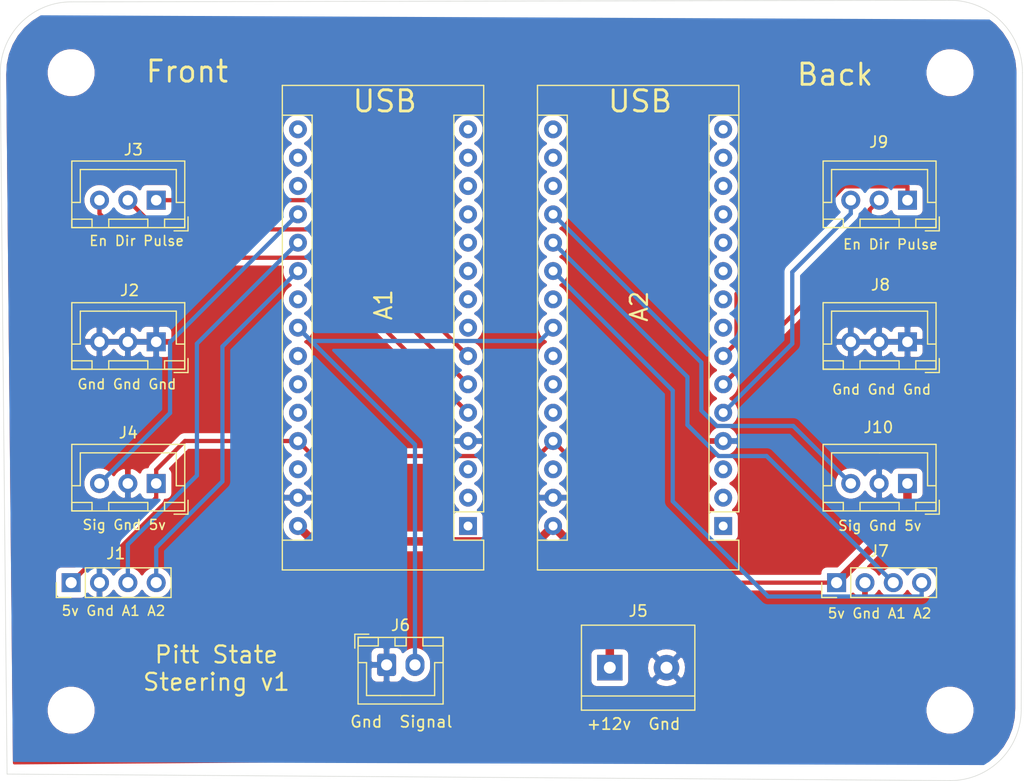
<source format=kicad_pcb>
(kicad_pcb (version 20171130) (host pcbnew "(5.1.5)-3")

  (general
    (thickness 1.6)
    (drawings 22)
    (tracks 79)
    (zones 0)
    (modules 16)
    (nets 55)
  )

  (page A4)
  (layers
    (0 F.Cu signal)
    (31 B.Cu signal)
    (32 B.Adhes user)
    (33 F.Adhes user)
    (34 B.Paste user)
    (35 F.Paste user)
    (36 B.SilkS user)
    (37 F.SilkS user)
    (38 B.Mask user)
    (39 F.Mask user)
    (40 Dwgs.User user)
    (41 Cmts.User user)
    (42 Eco1.User user)
    (43 Eco2.User user)
    (44 Edge.Cuts user)
    (45 Margin user)
    (46 B.CrtYd user)
    (47 F.CrtYd user)
    (48 B.Fab user)
    (49 F.Fab user hide)
  )

  (setup
    (last_trace_width 0.381)
    (user_trace_width 0.381)
    (user_trace_width 0.762)
    (trace_clearance 0.2)
    (zone_clearance 0.508)
    (zone_45_only no)
    (trace_min 0.2)
    (via_size 0.8)
    (via_drill 0.4)
    (via_min_size 0.4)
    (via_min_drill 0.3)
    (uvia_size 0.3)
    (uvia_drill 0.1)
    (uvias_allowed no)
    (uvia_min_size 0.2)
    (uvia_min_drill 0.1)
    (edge_width 0.05)
    (segment_width 0.2)
    (pcb_text_width 0.3)
    (pcb_text_size 1.5 1.5)
    (mod_edge_width 0.12)
    (mod_text_size 1 1)
    (mod_text_width 0.15)
    (pad_size 1.524 1.524)
    (pad_drill 0.762)
    (pad_to_mask_clearance 0.051)
    (solder_mask_min_width 0.25)
    (aux_axis_origin 0 0)
    (visible_elements 7FFFFFFF)
    (pcbplotparams
      (layerselection 0x010fc_ffffffff)
      (usegerberextensions false)
      (usegerberattributes false)
      (usegerberadvancedattributes false)
      (creategerberjobfile false)
      (excludeedgelayer true)
      (linewidth 0.100000)
      (plotframeref false)
      (viasonmask false)
      (mode 1)
      (useauxorigin false)
      (hpglpennumber 1)
      (hpglpenspeed 20)
      (hpglpendiameter 15.000000)
      (psnegative false)
      (psa4output false)
      (plotreference true)
      (plotvalue true)
      (plotinvisibletext false)
      (padsonsilk false)
      (subtractmaskfromsilk false)
      (outputformat 1)
      (mirror false)
      (drillshape 0)
      (scaleselection 1)
      (outputdirectory "Gerbers/"))
  )

  (net 0 "")
  (net 1 "Net-(A1-Pad1)")
  (net 2 "Net-(A1-Pad17)")
  (net 3 "Net-(A1-Pad2)")
  (net 4 "Net-(A1-Pad18)")
  (net 5 "Net-(A1-Pad3)")
  (net 6 LimitSwitchFront)
  (net 7 GND)
  (net 8 A1Front)
  (net 9 EnableFront)
  (net 10 A2Front)
  (net 11 DirFront)
  (net 12 "Net-(A1-Pad22)")
  (net 13 PulseFront)
  (net 14 SteeringSignal)
  (net 15 "Net-(A1-Pad8)")
  (net 16 "Net-(A1-Pad24)")
  (net 17 "Net-(A1-Pad9)")
  (net 18 "Net-(A1-Pad25)")
  (net 19 "Net-(A1-Pad10)")
  (net 20 "Net-(A1-Pad26)")
  (net 21 "Net-(A1-Pad11)")
  (net 22 +5V)
  (net 23 "Net-(A1-Pad12)")
  (net 24 "Net-(A1-Pad28)")
  (net 25 "Net-(A1-Pad13)")
  (net 26 "Net-(A1-Pad14)")
  (net 27 +12V)
  (net 28 "Net-(A1-Pad15)")
  (net 29 "Net-(A1-Pad16)")
  (net 30 "Net-(A2-Pad16)")
  (net 31 "Net-(A2-Pad15)")
  (net 32 "Net-(A2-Pad14)")
  (net 33 "Net-(A2-Pad13)")
  (net 34 "Net-(A2-Pad28)")
  (net 35 "Net-(A2-Pad12)")
  (net 36 "Net-(A2-Pad11)")
  (net 37 "Net-(A2-Pad26)")
  (net 38 "Net-(A2-Pad10)")
  (net 39 "Net-(A2-Pad25)")
  (net 40 "Net-(A2-Pad9)")
  (net 41 "Net-(A2-Pad24)")
  (net 42 "Net-(A2-Pad8)")
  (net 43 PulseBack)
  (net 44 "Net-(A2-Pad22)")
  (net 45 DirBack)
  (net 46 A2Back)
  (net 47 EnableBack)
  (net 48 A1Back)
  (net 49 LimitSwitchBack)
  (net 50 "Net-(A2-Pad3)")
  (net 51 "Net-(A2-Pad18)")
  (net 52 "Net-(A2-Pad2)")
  (net 53 "Net-(A2-Pad17)")
  (net 54 "Net-(A2-Pad1)")

  (net_class Default "This is the default net class."
    (clearance 0.2)
    (trace_width 0.25)
    (via_dia 0.8)
    (via_drill 0.4)
    (uvia_dia 0.3)
    (uvia_drill 0.1)
    (add_net +12V)
    (add_net +5V)
    (add_net A1Back)
    (add_net A1Front)
    (add_net A2Back)
    (add_net A2Front)
    (add_net DirBack)
    (add_net DirFront)
    (add_net EnableBack)
    (add_net EnableFront)
    (add_net GND)
    (add_net LimitSwitchBack)
    (add_net LimitSwitchFront)
    (add_net "Net-(A1-Pad1)")
    (add_net "Net-(A1-Pad10)")
    (add_net "Net-(A1-Pad11)")
    (add_net "Net-(A1-Pad12)")
    (add_net "Net-(A1-Pad13)")
    (add_net "Net-(A1-Pad14)")
    (add_net "Net-(A1-Pad15)")
    (add_net "Net-(A1-Pad16)")
    (add_net "Net-(A1-Pad17)")
    (add_net "Net-(A1-Pad18)")
    (add_net "Net-(A1-Pad2)")
    (add_net "Net-(A1-Pad22)")
    (add_net "Net-(A1-Pad24)")
    (add_net "Net-(A1-Pad25)")
    (add_net "Net-(A1-Pad26)")
    (add_net "Net-(A1-Pad28)")
    (add_net "Net-(A1-Pad3)")
    (add_net "Net-(A1-Pad8)")
    (add_net "Net-(A1-Pad9)")
    (add_net "Net-(A2-Pad1)")
    (add_net "Net-(A2-Pad10)")
    (add_net "Net-(A2-Pad11)")
    (add_net "Net-(A2-Pad12)")
    (add_net "Net-(A2-Pad13)")
    (add_net "Net-(A2-Pad14)")
    (add_net "Net-(A2-Pad15)")
    (add_net "Net-(A2-Pad16)")
    (add_net "Net-(A2-Pad17)")
    (add_net "Net-(A2-Pad18)")
    (add_net "Net-(A2-Pad2)")
    (add_net "Net-(A2-Pad22)")
    (add_net "Net-(A2-Pad24)")
    (add_net "Net-(A2-Pad25)")
    (add_net "Net-(A2-Pad26)")
    (add_net "Net-(A2-Pad28)")
    (add_net "Net-(A2-Pad3)")
    (add_net "Net-(A2-Pad8)")
    (add_net "Net-(A2-Pad9)")
    (add_net PulseBack)
    (add_net PulseFront)
    (add_net SteeringSignal)
  )

  (module MountingHole:MountingHole_3.2mm_M3 (layer F.Cu) (tedit 56D1B4CB) (tstamp 62413DE1)
    (at 116.84 85.09)
    (descr "Mounting Hole 3.2mm, no annular, M3")
    (tags "mounting hole 3.2mm no annular m3")
    (attr virtual)
    (fp_text reference REF** (at 0 -4.2) (layer F.Fab)
      (effects (font (size 1 1) (thickness 0.15)))
    )
    (fp_text value MountingHole_3.2mm_M3 (at 0 4.2) (layer F.Fab)
      (effects (font (size 1 1) (thickness 0.15)))
    )
    (fp_circle (center 0 0) (end 3.45 0) (layer F.CrtYd) (width 0.05))
    (fp_circle (center 0 0) (end 3.2 0) (layer Cmts.User) (width 0.15))
    (fp_text user %R (at 0.3 0) (layer F.Fab)
      (effects (font (size 1 1) (thickness 0.15)))
    )
    (pad 1 np_thru_hole circle (at 0 0) (size 3.2 3.2) (drill 3.2) (layers *.Cu *.Mask))
  )

  (module MountingHole:MountingHole_3.2mm_M3 (layer F.Cu) (tedit 56D1B4CB) (tstamp 62413DC4)
    (at 195.58 85.09)
    (descr "Mounting Hole 3.2mm, no annular, M3")
    (tags "mounting hole 3.2mm no annular m3")
    (attr virtual)
    (fp_text reference REF** (at 0 -4.2) (layer F.Fab)
      (effects (font (size 1 1) (thickness 0.15)))
    )
    (fp_text value MountingHole_3.2mm_M3 (at 0 4.2) (layer F.Fab)
      (effects (font (size 1 1) (thickness 0.15)))
    )
    (fp_circle (center 0 0) (end 3.45 0) (layer F.CrtYd) (width 0.05))
    (fp_circle (center 0 0) (end 3.2 0) (layer Cmts.User) (width 0.15))
    (fp_text user %R (at 0.3 0) (layer F.Fab)
      (effects (font (size 1 1) (thickness 0.15)))
    )
    (pad 1 np_thru_hole circle (at 0 0) (size 3.2 3.2) (drill 3.2) (layers *.Cu *.Mask))
  )

  (module MountingHole:MountingHole_3.2mm_M3 (layer F.Cu) (tedit 56D1B4CB) (tstamp 62413DA7)
    (at 195.58 27.94)
    (descr "Mounting Hole 3.2mm, no annular, M3")
    (tags "mounting hole 3.2mm no annular m3")
    (attr virtual)
    (fp_text reference REF** (at 0 -4.2) (layer F.Fab)
      (effects (font (size 1 1) (thickness 0.15)))
    )
    (fp_text value MountingHole_3.2mm_M3 (at 0 4.2) (layer F.Fab)
      (effects (font (size 1 1) (thickness 0.15)))
    )
    (fp_circle (center 0 0) (end 3.45 0) (layer F.CrtYd) (width 0.05))
    (fp_circle (center 0 0) (end 3.2 0) (layer Cmts.User) (width 0.15))
    (fp_text user %R (at 0.3 0) (layer F.Fab)
      (effects (font (size 1 1) (thickness 0.15)))
    )
    (pad 1 np_thru_hole circle (at 0 0) (size 3.2 3.2) (drill 3.2) (layers *.Cu *.Mask))
  )

  (module MountingHole:MountingHole_3.2mm_M3 (layer F.Cu) (tedit 56D1B4CB) (tstamp 62413D8A)
    (at 116.84 27.94)
    (descr "Mounting Hole 3.2mm, no annular, M3")
    (tags "mounting hole 3.2mm no annular m3")
    (attr virtual)
    (fp_text reference REF** (at 0 -4.2) (layer F.Fab)
      (effects (font (size 1 1) (thickness 0.15)))
    )
    (fp_text value MountingHole_3.2mm_M3 (at 0 4.2) (layer F.Fab)
      (effects (font (size 1 1) (thickness 0.15)))
    )
    (fp_circle (center 0 0) (end 3.45 0) (layer F.CrtYd) (width 0.05))
    (fp_circle (center 0 0) (end 3.2 0) (layer Cmts.User) (width 0.15))
    (fp_text user %R (at 0.3 0) (layer F.Fab)
      (effects (font (size 1 1) (thickness 0.15)))
    )
    (pad 1 np_thru_hole circle (at 0 0) (size 3.2 3.2) (drill 3.2) (layers *.Cu *.Mask))
  )

  (module Module:Arduino_Nano (layer F.Cu) (tedit 58ACAF70) (tstamp 6240FF43)
    (at 152.4 68.58 180)
    (descr "Arduino Nano, http://www.mouser.com/pdfdocs/Gravitech_Arduino_Nano3_0.pdf")
    (tags "Arduino Nano")
    (path /6240A3D6)
    (fp_text reference A1 (at 7.57936 19.83486 90) (layer F.SilkS)
      (effects (font (size 1.524 1.524) (thickness 0.2032)))
    )
    (fp_text value Arduino_Nano_v3.x (at 8.89 19.05 90) (layer F.Fab)
      (effects (font (size 1 1) (thickness 0.15)))
    )
    (fp_text user %R (at 6.35 19.05 90) (layer F.Fab)
      (effects (font (size 1 1) (thickness 0.15)))
    )
    (fp_line (start 1.27 1.27) (end 1.27 -1.27) (layer F.SilkS) (width 0.12))
    (fp_line (start 1.27 -1.27) (end -1.4 -1.27) (layer F.SilkS) (width 0.12))
    (fp_line (start -1.4 1.27) (end -1.4 39.5) (layer F.SilkS) (width 0.12))
    (fp_line (start -1.4 -3.94) (end -1.4 -1.27) (layer F.SilkS) (width 0.12))
    (fp_line (start 13.97 -1.27) (end 16.64 -1.27) (layer F.SilkS) (width 0.12))
    (fp_line (start 13.97 -1.27) (end 13.97 36.83) (layer F.SilkS) (width 0.12))
    (fp_line (start 13.97 36.83) (end 16.64 36.83) (layer F.SilkS) (width 0.12))
    (fp_line (start 1.27 1.27) (end -1.4 1.27) (layer F.SilkS) (width 0.12))
    (fp_line (start 1.27 1.27) (end 1.27 36.83) (layer F.SilkS) (width 0.12))
    (fp_line (start 1.27 36.83) (end -1.4 36.83) (layer F.SilkS) (width 0.12))
    (fp_line (start 3.81 31.75) (end 11.43 31.75) (layer F.Fab) (width 0.1))
    (fp_line (start 11.43 31.75) (end 11.43 41.91) (layer F.Fab) (width 0.1))
    (fp_line (start 11.43 41.91) (end 3.81 41.91) (layer F.Fab) (width 0.1))
    (fp_line (start 3.81 41.91) (end 3.81 31.75) (layer F.Fab) (width 0.1))
    (fp_line (start -1.4 39.5) (end 16.64 39.5) (layer F.SilkS) (width 0.12))
    (fp_line (start 16.64 39.5) (end 16.64 -3.94) (layer F.SilkS) (width 0.12))
    (fp_line (start 16.64 -3.94) (end -1.4 -3.94) (layer F.SilkS) (width 0.12))
    (fp_line (start 16.51 39.37) (end -1.27 39.37) (layer F.Fab) (width 0.1))
    (fp_line (start -1.27 39.37) (end -1.27 -2.54) (layer F.Fab) (width 0.1))
    (fp_line (start -1.27 -2.54) (end 0 -3.81) (layer F.Fab) (width 0.1))
    (fp_line (start 0 -3.81) (end 16.51 -3.81) (layer F.Fab) (width 0.1))
    (fp_line (start 16.51 -3.81) (end 16.51 39.37) (layer F.Fab) (width 0.1))
    (fp_line (start -1.53 -4.06) (end 16.75 -4.06) (layer F.CrtYd) (width 0.05))
    (fp_line (start -1.53 -4.06) (end -1.53 42.16) (layer F.CrtYd) (width 0.05))
    (fp_line (start 16.75 42.16) (end 16.75 -4.06) (layer F.CrtYd) (width 0.05))
    (fp_line (start 16.75 42.16) (end -1.53 42.16) (layer F.CrtYd) (width 0.05))
    (pad 1 thru_hole rect (at 0 0 180) (size 1.6 1.6) (drill 0.8) (layers *.Cu *.Mask)
      (net 1 "Net-(A1-Pad1)"))
    (pad 17 thru_hole oval (at 15.24 33.02 180) (size 1.6 1.6) (drill 0.8) (layers *.Cu *.Mask)
      (net 2 "Net-(A1-Pad17)"))
    (pad 2 thru_hole oval (at 0 2.54 180) (size 1.6 1.6) (drill 0.8) (layers *.Cu *.Mask)
      (net 3 "Net-(A1-Pad2)"))
    (pad 18 thru_hole oval (at 15.24 30.48 180) (size 1.6 1.6) (drill 0.8) (layers *.Cu *.Mask)
      (net 4 "Net-(A1-Pad18)"))
    (pad 3 thru_hole oval (at 0 5.08 180) (size 1.6 1.6) (drill 0.8) (layers *.Cu *.Mask)
      (net 5 "Net-(A1-Pad3)"))
    (pad 19 thru_hole oval (at 15.24 27.94 180) (size 1.6 1.6) (drill 0.8) (layers *.Cu *.Mask)
      (net 6 LimitSwitchFront))
    (pad 4 thru_hole oval (at 0 7.62 180) (size 1.6 1.6) (drill 0.8) (layers *.Cu *.Mask)
      (net 7 GND))
    (pad 20 thru_hole oval (at 15.24 25.4 180) (size 1.6 1.6) (drill 0.8) (layers *.Cu *.Mask)
      (net 8 A1Front))
    (pad 5 thru_hole oval (at 0 10.16 180) (size 1.6 1.6) (drill 0.8) (layers *.Cu *.Mask)
      (net 9 EnableFront))
    (pad 21 thru_hole oval (at 15.24 22.86 180) (size 1.6 1.6) (drill 0.8) (layers *.Cu *.Mask)
      (net 10 A2Front))
    (pad 6 thru_hole oval (at 0 12.7 180) (size 1.6 1.6) (drill 0.8) (layers *.Cu *.Mask)
      (net 11 DirFront))
    (pad 22 thru_hole oval (at 15.24 20.32 180) (size 1.6 1.6) (drill 0.8) (layers *.Cu *.Mask)
      (net 12 "Net-(A1-Pad22)"))
    (pad 7 thru_hole oval (at 0 15.24 180) (size 1.6 1.6) (drill 0.8) (layers *.Cu *.Mask)
      (net 13 PulseFront))
    (pad 23 thru_hole oval (at 15.24 17.78 180) (size 1.6 1.6) (drill 0.8) (layers *.Cu *.Mask)
      (net 14 SteeringSignal))
    (pad 8 thru_hole oval (at 0 17.78 180) (size 1.6 1.6) (drill 0.8) (layers *.Cu *.Mask)
      (net 15 "Net-(A1-Pad8)"))
    (pad 24 thru_hole oval (at 15.24 15.24 180) (size 1.6 1.6) (drill 0.8) (layers *.Cu *.Mask)
      (net 16 "Net-(A1-Pad24)"))
    (pad 9 thru_hole oval (at 0 20.32 180) (size 1.6 1.6) (drill 0.8) (layers *.Cu *.Mask)
      (net 17 "Net-(A1-Pad9)"))
    (pad 25 thru_hole oval (at 15.24 12.7 180) (size 1.6 1.6) (drill 0.8) (layers *.Cu *.Mask)
      (net 18 "Net-(A1-Pad25)"))
    (pad 10 thru_hole oval (at 0 22.86 180) (size 1.6 1.6) (drill 0.8) (layers *.Cu *.Mask)
      (net 19 "Net-(A1-Pad10)"))
    (pad 26 thru_hole oval (at 15.24 10.16 180) (size 1.6 1.6) (drill 0.8) (layers *.Cu *.Mask)
      (net 20 "Net-(A1-Pad26)"))
    (pad 11 thru_hole oval (at 0 25.4 180) (size 1.6 1.6) (drill 0.8) (layers *.Cu *.Mask)
      (net 21 "Net-(A1-Pad11)"))
    (pad 27 thru_hole oval (at 15.24 7.62 180) (size 1.6 1.6) (drill 0.8) (layers *.Cu *.Mask)
      (net 22 +5V))
    (pad 12 thru_hole oval (at 0 27.94 180) (size 1.6 1.6) (drill 0.8) (layers *.Cu *.Mask)
      (net 23 "Net-(A1-Pad12)"))
    (pad 28 thru_hole oval (at 15.24 5.08 180) (size 1.6 1.6) (drill 0.8) (layers *.Cu *.Mask)
      (net 24 "Net-(A1-Pad28)"))
    (pad 13 thru_hole oval (at 0 30.48 180) (size 1.6 1.6) (drill 0.8) (layers *.Cu *.Mask)
      (net 25 "Net-(A1-Pad13)"))
    (pad 29 thru_hole oval (at 15.24 2.54 180) (size 1.6 1.6) (drill 0.8) (layers *.Cu *.Mask)
      (net 7 GND))
    (pad 14 thru_hole oval (at 0 33.02 180) (size 1.6 1.6) (drill 0.8) (layers *.Cu *.Mask)
      (net 26 "Net-(A1-Pad14)"))
    (pad 30 thru_hole oval (at 15.24 0 180) (size 1.6 1.6) (drill 0.8) (layers *.Cu *.Mask)
      (net 27 +12V))
    (pad 15 thru_hole oval (at 0 35.56 180) (size 1.6 1.6) (drill 0.8) (layers *.Cu *.Mask)
      (net 28 "Net-(A1-Pad15)"))
    (pad 16 thru_hole oval (at 15.24 35.56 180) (size 1.6 1.6) (drill 0.8) (layers *.Cu *.Mask)
      (net 29 "Net-(A1-Pad16)"))
    (model ${KISYS3DMOD}/Module.3dshapes/Arduino_Nano_WithMountingHoles.wrl
      (at (xyz 0 0 0))
      (scale (xyz 1 1 1))
      (rotate (xyz 0 0 0))
    )
  )

  (module Module:Arduino_Nano (layer F.Cu) (tedit 58ACAF70) (tstamp 6240FF80)
    (at 175.26 68.58 180)
    (descr "Arduino Nano, http://www.mouser.com/pdfdocs/Gravitech_Arduino_Nano3_0.pdf")
    (tags "Arduino Nano")
    (path /6244AAED)
    (fp_text reference A2 (at 7.5311 19.69008 90) (layer F.SilkS)
      (effects (font (size 1.524 1.524) (thickness 0.2032)))
    )
    (fp_text value Arduino_Nano_v3.x (at 8.89 19.05 90) (layer F.Fab)
      (effects (font (size 1 1) (thickness 0.15)))
    )
    (fp_line (start 16.75 42.16) (end -1.53 42.16) (layer F.CrtYd) (width 0.05))
    (fp_line (start 16.75 42.16) (end 16.75 -4.06) (layer F.CrtYd) (width 0.05))
    (fp_line (start -1.53 -4.06) (end -1.53 42.16) (layer F.CrtYd) (width 0.05))
    (fp_line (start -1.53 -4.06) (end 16.75 -4.06) (layer F.CrtYd) (width 0.05))
    (fp_line (start 16.51 -3.81) (end 16.51 39.37) (layer F.Fab) (width 0.1))
    (fp_line (start 0 -3.81) (end 16.51 -3.81) (layer F.Fab) (width 0.1))
    (fp_line (start -1.27 -2.54) (end 0 -3.81) (layer F.Fab) (width 0.1))
    (fp_line (start -1.27 39.37) (end -1.27 -2.54) (layer F.Fab) (width 0.1))
    (fp_line (start 16.51 39.37) (end -1.27 39.37) (layer F.Fab) (width 0.1))
    (fp_line (start 16.64 -3.94) (end -1.4 -3.94) (layer F.SilkS) (width 0.12))
    (fp_line (start 16.64 39.5) (end 16.64 -3.94) (layer F.SilkS) (width 0.12))
    (fp_line (start -1.4 39.5) (end 16.64 39.5) (layer F.SilkS) (width 0.12))
    (fp_line (start 3.81 41.91) (end 3.81 31.75) (layer F.Fab) (width 0.1))
    (fp_line (start 11.43 41.91) (end 3.81 41.91) (layer F.Fab) (width 0.1))
    (fp_line (start 11.43 31.75) (end 11.43 41.91) (layer F.Fab) (width 0.1))
    (fp_line (start 3.81 31.75) (end 11.43 31.75) (layer F.Fab) (width 0.1))
    (fp_line (start 1.27 36.83) (end -1.4 36.83) (layer F.SilkS) (width 0.12))
    (fp_line (start 1.27 1.27) (end 1.27 36.83) (layer F.SilkS) (width 0.12))
    (fp_line (start 1.27 1.27) (end -1.4 1.27) (layer F.SilkS) (width 0.12))
    (fp_line (start 13.97 36.83) (end 16.64 36.83) (layer F.SilkS) (width 0.12))
    (fp_line (start 13.97 -1.27) (end 13.97 36.83) (layer F.SilkS) (width 0.12))
    (fp_line (start 13.97 -1.27) (end 16.64 -1.27) (layer F.SilkS) (width 0.12))
    (fp_line (start -1.4 -3.94) (end -1.4 -1.27) (layer F.SilkS) (width 0.12))
    (fp_line (start -1.4 1.27) (end -1.4 39.5) (layer F.SilkS) (width 0.12))
    (fp_line (start 1.27 -1.27) (end -1.4 -1.27) (layer F.SilkS) (width 0.12))
    (fp_line (start 1.27 1.27) (end 1.27 -1.27) (layer F.SilkS) (width 0.12))
    (fp_text user %R (at 6.35 19.05 90) (layer F.Fab)
      (effects (font (size 1 1) (thickness 0.15)))
    )
    (pad 16 thru_hole oval (at 15.24 35.56 180) (size 1.6 1.6) (drill 0.8) (layers *.Cu *.Mask)
      (net 30 "Net-(A2-Pad16)"))
    (pad 15 thru_hole oval (at 0 35.56 180) (size 1.6 1.6) (drill 0.8) (layers *.Cu *.Mask)
      (net 31 "Net-(A2-Pad15)"))
    (pad 30 thru_hole oval (at 15.24 0 180) (size 1.6 1.6) (drill 0.8) (layers *.Cu *.Mask)
      (net 27 +12V))
    (pad 14 thru_hole oval (at 0 33.02 180) (size 1.6 1.6) (drill 0.8) (layers *.Cu *.Mask)
      (net 32 "Net-(A2-Pad14)"))
    (pad 29 thru_hole oval (at 15.24 2.54 180) (size 1.6 1.6) (drill 0.8) (layers *.Cu *.Mask)
      (net 7 GND))
    (pad 13 thru_hole oval (at 0 30.48 180) (size 1.6 1.6) (drill 0.8) (layers *.Cu *.Mask)
      (net 33 "Net-(A2-Pad13)"))
    (pad 28 thru_hole oval (at 15.24 5.08 180) (size 1.6 1.6) (drill 0.8) (layers *.Cu *.Mask)
      (net 34 "Net-(A2-Pad28)"))
    (pad 12 thru_hole oval (at 0 27.94 180) (size 1.6 1.6) (drill 0.8) (layers *.Cu *.Mask)
      (net 35 "Net-(A2-Pad12)"))
    (pad 27 thru_hole oval (at 15.24 7.62 180) (size 1.6 1.6) (drill 0.8) (layers *.Cu *.Mask)
      (net 22 +5V))
    (pad 11 thru_hole oval (at 0 25.4 180) (size 1.6 1.6) (drill 0.8) (layers *.Cu *.Mask)
      (net 36 "Net-(A2-Pad11)"))
    (pad 26 thru_hole oval (at 15.24 10.16 180) (size 1.6 1.6) (drill 0.8) (layers *.Cu *.Mask)
      (net 37 "Net-(A2-Pad26)"))
    (pad 10 thru_hole oval (at 0 22.86 180) (size 1.6 1.6) (drill 0.8) (layers *.Cu *.Mask)
      (net 38 "Net-(A2-Pad10)"))
    (pad 25 thru_hole oval (at 15.24 12.7 180) (size 1.6 1.6) (drill 0.8) (layers *.Cu *.Mask)
      (net 39 "Net-(A2-Pad25)"))
    (pad 9 thru_hole oval (at 0 20.32 180) (size 1.6 1.6) (drill 0.8) (layers *.Cu *.Mask)
      (net 40 "Net-(A2-Pad9)"))
    (pad 24 thru_hole oval (at 15.24 15.24 180) (size 1.6 1.6) (drill 0.8) (layers *.Cu *.Mask)
      (net 41 "Net-(A2-Pad24)"))
    (pad 8 thru_hole oval (at 0 17.78 180) (size 1.6 1.6) (drill 0.8) (layers *.Cu *.Mask)
      (net 42 "Net-(A2-Pad8)"))
    (pad 23 thru_hole oval (at 15.24 17.78 180) (size 1.6 1.6) (drill 0.8) (layers *.Cu *.Mask)
      (net 14 SteeringSignal))
    (pad 7 thru_hole oval (at 0 15.24 180) (size 1.6 1.6) (drill 0.8) (layers *.Cu *.Mask)
      (net 43 PulseBack))
    (pad 22 thru_hole oval (at 15.24 20.32 180) (size 1.6 1.6) (drill 0.8) (layers *.Cu *.Mask)
      (net 44 "Net-(A2-Pad22)"))
    (pad 6 thru_hole oval (at 0 12.7 180) (size 1.6 1.6) (drill 0.8) (layers *.Cu *.Mask)
      (net 45 DirBack))
    (pad 21 thru_hole oval (at 15.24 22.86 180) (size 1.6 1.6) (drill 0.8) (layers *.Cu *.Mask)
      (net 46 A2Back))
    (pad 5 thru_hole oval (at 0 10.16 180) (size 1.6 1.6) (drill 0.8) (layers *.Cu *.Mask)
      (net 47 EnableBack))
    (pad 20 thru_hole oval (at 15.24 25.4 180) (size 1.6 1.6) (drill 0.8) (layers *.Cu *.Mask)
      (net 48 A1Back))
    (pad 4 thru_hole oval (at 0 7.62 180) (size 1.6 1.6) (drill 0.8) (layers *.Cu *.Mask)
      (net 7 GND))
    (pad 19 thru_hole oval (at 15.24 27.94 180) (size 1.6 1.6) (drill 0.8) (layers *.Cu *.Mask)
      (net 49 LimitSwitchBack))
    (pad 3 thru_hole oval (at 0 5.08 180) (size 1.6 1.6) (drill 0.8) (layers *.Cu *.Mask)
      (net 50 "Net-(A2-Pad3)"))
    (pad 18 thru_hole oval (at 15.24 30.48 180) (size 1.6 1.6) (drill 0.8) (layers *.Cu *.Mask)
      (net 51 "Net-(A2-Pad18)"))
    (pad 2 thru_hole oval (at 0 2.54 180) (size 1.6 1.6) (drill 0.8) (layers *.Cu *.Mask)
      (net 52 "Net-(A2-Pad2)"))
    (pad 17 thru_hole oval (at 15.24 33.02 180) (size 1.6 1.6) (drill 0.8) (layers *.Cu *.Mask)
      (net 53 "Net-(A2-Pad17)"))
    (pad 1 thru_hole rect (at 0 0 180) (size 1.6 1.6) (drill 0.8) (layers *.Cu *.Mask)
      (net 54 "Net-(A2-Pad1)"))
    (model ${KISYS3DMOD}/Module.3dshapes/Arduino_Nano_WithMountingHoles.wrl
      (at (xyz 0 0 0))
      (scale (xyz 1 1 1))
      (rotate (xyz 0 0 0))
    )
  )

  (module Connector_PinHeader_2.54mm:PinHeader_1x04_P2.54mm_Vertical (layer F.Cu) (tedit 59FED5CC) (tstamp 6240FF98)
    (at 116.84 73.66 90)
    (descr "Through hole straight pin header, 1x04, 2.54mm pitch, single row")
    (tags "Through hole pin header THT 1x04 2.54mm single row")
    (path /62428C29)
    (fp_text reference J1 (at 2.6162 3.99796 180) (layer F.SilkS)
      (effects (font (size 1 1) (thickness 0.15)))
    )
    (fp_text value "Additiona Inputs Front" (at 0 9.95 90) (layer F.Fab)
      (effects (font (size 1 1) (thickness 0.15)))
    )
    (fp_line (start -0.635 -1.27) (end 1.27 -1.27) (layer F.Fab) (width 0.1))
    (fp_line (start 1.27 -1.27) (end 1.27 8.89) (layer F.Fab) (width 0.1))
    (fp_line (start 1.27 8.89) (end -1.27 8.89) (layer F.Fab) (width 0.1))
    (fp_line (start -1.27 8.89) (end -1.27 -0.635) (layer F.Fab) (width 0.1))
    (fp_line (start -1.27 -0.635) (end -0.635 -1.27) (layer F.Fab) (width 0.1))
    (fp_line (start -1.33 8.95) (end 1.33 8.95) (layer F.SilkS) (width 0.12))
    (fp_line (start -1.33 1.27) (end -1.33 8.95) (layer F.SilkS) (width 0.12))
    (fp_line (start 1.33 1.27) (end 1.33 8.95) (layer F.SilkS) (width 0.12))
    (fp_line (start -1.33 1.27) (end 1.33 1.27) (layer F.SilkS) (width 0.12))
    (fp_line (start -1.33 0) (end -1.33 -1.33) (layer F.SilkS) (width 0.12))
    (fp_line (start -1.33 -1.33) (end 0 -1.33) (layer F.SilkS) (width 0.12))
    (fp_line (start -1.8 -1.8) (end -1.8 9.4) (layer F.CrtYd) (width 0.05))
    (fp_line (start -1.8 9.4) (end 1.8 9.4) (layer F.CrtYd) (width 0.05))
    (fp_line (start 1.8 9.4) (end 1.8 -1.8) (layer F.CrtYd) (width 0.05))
    (fp_line (start 1.8 -1.8) (end -1.8 -1.8) (layer F.CrtYd) (width 0.05))
    (fp_text user %R (at 0 3.81) (layer F.Fab)
      (effects (font (size 1 1) (thickness 0.15)))
    )
    (pad 1 thru_hole rect (at 0 0 90) (size 1.7 1.7) (drill 1) (layers *.Cu *.Mask)
      (net 22 +5V))
    (pad 2 thru_hole oval (at 0 2.54 90) (size 1.7 1.7) (drill 1) (layers *.Cu *.Mask)
      (net 7 GND))
    (pad 3 thru_hole oval (at 0 5.08 90) (size 1.7 1.7) (drill 1) (layers *.Cu *.Mask)
      (net 8 A1Front))
    (pad 4 thru_hole oval (at 0 7.62 90) (size 1.7 1.7) (drill 1) (layers *.Cu *.Mask)
      (net 10 A2Front))
    (model ${KISYS3DMOD}/Connector_PinHeader_2.54mm.3dshapes/PinHeader_1x04_P2.54mm_Vertical.wrl
      (at (xyz 0 0 0))
      (scale (xyz 1 1 1))
      (rotate (xyz 0 0 0))
    )
  )

  (module Project:JST_XH_B3B-XH-A_1x03_P2.54mm_Vertical (layer F.Cu) (tedit 60F4B235) (tstamp 6240FFC2)
    (at 124.46 52.07 180)
    (descr "JST XH series connector, B3B-XH-A (http://www.jst-mfg.com/product/pdf/eng/eXH.pdf), generated with kicad-footprint-generator")
    (tags "connector JST XH vertical")
    (path /6240DC1E)
    (fp_text reference J2 (at 2.38252 4.61264) (layer F.SilkS)
      (effects (font (size 1 1) (thickness 0.15)))
    )
    (fp_text value "Stepper Minus Front" (at 2.5 4.6) (layer F.Fab)
      (effects (font (size 1 1) (thickness 0.15)))
    )
    (fp_text user %R (at 2.5 2.7) (layer F.Fab)
      (effects (font (size 1 1) (thickness 0.15)))
    )
    (fp_line (start -2.45 -2.35) (end -2.45 3.4) (layer F.Fab) (width 0.1))
    (fp_line (start -2.45 3.4) (end 7.45 3.4) (layer F.Fab) (width 0.1))
    (fp_line (start 7.45 3.4) (end 7.45 -2.35) (layer F.Fab) (width 0.1))
    (fp_line (start 7.45 -2.35) (end -2.45 -2.35) (layer F.Fab) (width 0.1))
    (fp_line (start -2.56 -2.46) (end -2.56 3.51) (layer F.SilkS) (width 0.12))
    (fp_line (start -2.56 3.51) (end 7.56 3.51) (layer F.SilkS) (width 0.12))
    (fp_line (start 7.56 3.51) (end 7.56 -2.46) (layer F.SilkS) (width 0.12))
    (fp_line (start 7.56 -2.46) (end -2.56 -2.46) (layer F.SilkS) (width 0.12))
    (fp_line (start -2.95 -2.85) (end -2.95 3.9) (layer F.CrtYd) (width 0.05))
    (fp_line (start -2.95 3.9) (end 7.95 3.9) (layer F.CrtYd) (width 0.05))
    (fp_line (start 7.95 3.9) (end 7.95 -2.85) (layer F.CrtYd) (width 0.05))
    (fp_line (start 7.95 -2.85) (end -2.95 -2.85) (layer F.CrtYd) (width 0.05))
    (fp_line (start -0.625 -2.35) (end 0 -1.35) (layer F.Fab) (width 0.1))
    (fp_line (start 0 -1.35) (end 0.625 -2.35) (layer F.Fab) (width 0.1))
    (fp_line (start 0.75 -2.45) (end 0.75 -1.7) (layer F.SilkS) (width 0.12))
    (fp_line (start 0.75 -1.7) (end 4.25 -1.7) (layer F.SilkS) (width 0.12))
    (fp_line (start 4.25 -1.7) (end 4.25 -2.45) (layer F.SilkS) (width 0.12))
    (fp_line (start 4.25 -2.45) (end 0.75 -2.45) (layer F.SilkS) (width 0.12))
    (fp_line (start -2.55 -2.45) (end -2.55 -1.7) (layer F.SilkS) (width 0.12))
    (fp_line (start -2.55 -1.7) (end -0.75 -1.7) (layer F.SilkS) (width 0.12))
    (fp_line (start -0.75 -1.7) (end -0.75 -2.45) (layer F.SilkS) (width 0.12))
    (fp_line (start -0.75 -2.45) (end -2.55 -2.45) (layer F.SilkS) (width 0.12))
    (fp_line (start 5.75 -2.45) (end 5.75 -1.7) (layer F.SilkS) (width 0.12))
    (fp_line (start 5.75 -1.7) (end 7.55 -1.7) (layer F.SilkS) (width 0.12))
    (fp_line (start 7.55 -1.7) (end 7.55 -2.45) (layer F.SilkS) (width 0.12))
    (fp_line (start 7.55 -2.45) (end 5.75 -2.45) (layer F.SilkS) (width 0.12))
    (fp_line (start -2.55 -0.2) (end -1.8 -0.2) (layer F.SilkS) (width 0.12))
    (fp_line (start -1.8 -0.2) (end -1.8 2.75) (layer F.SilkS) (width 0.12))
    (fp_line (start -1.8 2.75) (end 2.5 2.75) (layer F.SilkS) (width 0.12))
    (fp_line (start 7.55 -0.2) (end 6.8 -0.2) (layer F.SilkS) (width 0.12))
    (fp_line (start 6.8 -0.2) (end 6.8 2.75) (layer F.SilkS) (width 0.12))
    (fp_line (start 6.8 2.75) (end 2.5 2.75) (layer F.SilkS) (width 0.12))
    (fp_line (start -1.6 -2.75) (end -2.85 -2.75) (layer F.SilkS) (width 0.12))
    (fp_line (start -2.85 -2.75) (end -2.85 -1.5) (layer F.SilkS) (width 0.12))
    (pad 3 thru_hole oval (at 5.08 0 180) (size 1.7 1.7) (drill 0.95) (layers *.Cu *.Mask)
      (net 7 GND))
    (pad 2 thru_hole oval (at 2.54 0 180) (size 1.7 1.7) (drill 0.95) (layers *.Cu *.Mask)
      (net 7 GND))
    (pad 1 thru_hole rect (at 0 0 180) (size 1.7 1.7) (drill 0.95) (layers *.Cu *.Mask)
      (net 7 GND))
    (model ${KISYS3DMOD}/Connector_JST.3dshapes/JST_XH_B3B-XH-A_1x03_P2.50mm_Vertical.wrl
      (at (xyz 0 0 0))
      (scale (xyz 1 1 1))
      (rotate (xyz 0 0 0))
    )
  )

  (module Project:JST_XH_B3B-XH-A_1x03_P2.54mm_Vertical (layer F.Cu) (tedit 60F4B235) (tstamp 6240FFEC)
    (at 124.46 39.37 180)
    (descr "JST XH series connector, B3B-XH-A (http://www.jst-mfg.com/product/pdf/eng/eXH.pdf), generated with kicad-footprint-generator")
    (tags "connector JST XH vertical")
    (path /6240C11D)
    (fp_text reference J3 (at 2.04724 4.52628) (layer F.SilkS)
      (effects (font (size 1 1) (thickness 0.15)))
    )
    (fp_text value "Stepper Plus Front" (at 2.5 4.6) (layer F.Fab)
      (effects (font (size 1 1) (thickness 0.15)))
    )
    (fp_line (start -2.85 -2.75) (end -2.85 -1.5) (layer F.SilkS) (width 0.12))
    (fp_line (start -1.6 -2.75) (end -2.85 -2.75) (layer F.SilkS) (width 0.12))
    (fp_line (start 6.8 2.75) (end 2.5 2.75) (layer F.SilkS) (width 0.12))
    (fp_line (start 6.8 -0.2) (end 6.8 2.75) (layer F.SilkS) (width 0.12))
    (fp_line (start 7.55 -0.2) (end 6.8 -0.2) (layer F.SilkS) (width 0.12))
    (fp_line (start -1.8 2.75) (end 2.5 2.75) (layer F.SilkS) (width 0.12))
    (fp_line (start -1.8 -0.2) (end -1.8 2.75) (layer F.SilkS) (width 0.12))
    (fp_line (start -2.55 -0.2) (end -1.8 -0.2) (layer F.SilkS) (width 0.12))
    (fp_line (start 7.55 -2.45) (end 5.75 -2.45) (layer F.SilkS) (width 0.12))
    (fp_line (start 7.55 -1.7) (end 7.55 -2.45) (layer F.SilkS) (width 0.12))
    (fp_line (start 5.75 -1.7) (end 7.55 -1.7) (layer F.SilkS) (width 0.12))
    (fp_line (start 5.75 -2.45) (end 5.75 -1.7) (layer F.SilkS) (width 0.12))
    (fp_line (start -0.75 -2.45) (end -2.55 -2.45) (layer F.SilkS) (width 0.12))
    (fp_line (start -0.75 -1.7) (end -0.75 -2.45) (layer F.SilkS) (width 0.12))
    (fp_line (start -2.55 -1.7) (end -0.75 -1.7) (layer F.SilkS) (width 0.12))
    (fp_line (start -2.55 -2.45) (end -2.55 -1.7) (layer F.SilkS) (width 0.12))
    (fp_line (start 4.25 -2.45) (end 0.75 -2.45) (layer F.SilkS) (width 0.12))
    (fp_line (start 4.25 -1.7) (end 4.25 -2.45) (layer F.SilkS) (width 0.12))
    (fp_line (start 0.75 -1.7) (end 4.25 -1.7) (layer F.SilkS) (width 0.12))
    (fp_line (start 0.75 -2.45) (end 0.75 -1.7) (layer F.SilkS) (width 0.12))
    (fp_line (start 0 -1.35) (end 0.625 -2.35) (layer F.Fab) (width 0.1))
    (fp_line (start -0.625 -2.35) (end 0 -1.35) (layer F.Fab) (width 0.1))
    (fp_line (start 7.95 -2.85) (end -2.95 -2.85) (layer F.CrtYd) (width 0.05))
    (fp_line (start 7.95 3.9) (end 7.95 -2.85) (layer F.CrtYd) (width 0.05))
    (fp_line (start -2.95 3.9) (end 7.95 3.9) (layer F.CrtYd) (width 0.05))
    (fp_line (start -2.95 -2.85) (end -2.95 3.9) (layer F.CrtYd) (width 0.05))
    (fp_line (start 7.56 -2.46) (end -2.56 -2.46) (layer F.SilkS) (width 0.12))
    (fp_line (start 7.56 3.51) (end 7.56 -2.46) (layer F.SilkS) (width 0.12))
    (fp_line (start -2.56 3.51) (end 7.56 3.51) (layer F.SilkS) (width 0.12))
    (fp_line (start -2.56 -2.46) (end -2.56 3.51) (layer F.SilkS) (width 0.12))
    (fp_line (start 7.45 -2.35) (end -2.45 -2.35) (layer F.Fab) (width 0.1))
    (fp_line (start 7.45 3.4) (end 7.45 -2.35) (layer F.Fab) (width 0.1))
    (fp_line (start -2.45 3.4) (end 7.45 3.4) (layer F.Fab) (width 0.1))
    (fp_line (start -2.45 -2.35) (end -2.45 3.4) (layer F.Fab) (width 0.1))
    (fp_text user %R (at 2.5 2.7) (layer F.Fab)
      (effects (font (size 1 1) (thickness 0.15)))
    )
    (pad 1 thru_hole rect (at 0 0 180) (size 1.7 1.7) (drill 0.95) (layers *.Cu *.Mask)
      (net 13 PulseFront))
    (pad 2 thru_hole oval (at 2.54 0 180) (size 1.7 1.7) (drill 0.95) (layers *.Cu *.Mask)
      (net 11 DirFront))
    (pad 3 thru_hole oval (at 5.08 0 180) (size 1.7 1.7) (drill 0.95) (layers *.Cu *.Mask)
      (net 9 EnableFront))
    (model ${KISYS3DMOD}/Connector_JST.3dshapes/JST_XH_B3B-XH-A_1x03_P2.50mm_Vertical.wrl
      (at (xyz 0 0 0))
      (scale (xyz 1 1 1))
      (rotate (xyz 0 0 0))
    )
  )

  (module Project:JST_XH_B3B-XH-A_1x03_P2.54mm_Vertical (layer F.Cu) (tedit 60F4B235) (tstamp 62410016)
    (at 124.46 64.77 180)
    (descr "JST XH series connector, B3B-XH-A (http://www.jst-mfg.com/product/pdf/eng/eXH.pdf), generated with kicad-footprint-generator")
    (tags "connector JST XH vertical")
    (path /624196ED)
    (fp_text reference J4 (at 2.5 4.55168) (layer F.SilkS)
      (effects (font (size 1 1) (thickness 0.15)))
    )
    (fp_text value "Limit Switch Front" (at 2.5 4.6) (layer F.Fab)
      (effects (font (size 1 1) (thickness 0.15)))
    )
    (fp_line (start -2.85 -2.75) (end -2.85 -1.5) (layer F.SilkS) (width 0.12))
    (fp_line (start -1.6 -2.75) (end -2.85 -2.75) (layer F.SilkS) (width 0.12))
    (fp_line (start 6.8 2.75) (end 2.5 2.75) (layer F.SilkS) (width 0.12))
    (fp_line (start 6.8 -0.2) (end 6.8 2.75) (layer F.SilkS) (width 0.12))
    (fp_line (start 7.55 -0.2) (end 6.8 -0.2) (layer F.SilkS) (width 0.12))
    (fp_line (start -1.8 2.75) (end 2.5 2.75) (layer F.SilkS) (width 0.12))
    (fp_line (start -1.8 -0.2) (end -1.8 2.75) (layer F.SilkS) (width 0.12))
    (fp_line (start -2.55 -0.2) (end -1.8 -0.2) (layer F.SilkS) (width 0.12))
    (fp_line (start 7.55 -2.45) (end 5.75 -2.45) (layer F.SilkS) (width 0.12))
    (fp_line (start 7.55 -1.7) (end 7.55 -2.45) (layer F.SilkS) (width 0.12))
    (fp_line (start 5.75 -1.7) (end 7.55 -1.7) (layer F.SilkS) (width 0.12))
    (fp_line (start 5.75 -2.45) (end 5.75 -1.7) (layer F.SilkS) (width 0.12))
    (fp_line (start -0.75 -2.45) (end -2.55 -2.45) (layer F.SilkS) (width 0.12))
    (fp_line (start -0.75 -1.7) (end -0.75 -2.45) (layer F.SilkS) (width 0.12))
    (fp_line (start -2.55 -1.7) (end -0.75 -1.7) (layer F.SilkS) (width 0.12))
    (fp_line (start -2.55 -2.45) (end -2.55 -1.7) (layer F.SilkS) (width 0.12))
    (fp_line (start 4.25 -2.45) (end 0.75 -2.45) (layer F.SilkS) (width 0.12))
    (fp_line (start 4.25 -1.7) (end 4.25 -2.45) (layer F.SilkS) (width 0.12))
    (fp_line (start 0.75 -1.7) (end 4.25 -1.7) (layer F.SilkS) (width 0.12))
    (fp_line (start 0.75 -2.45) (end 0.75 -1.7) (layer F.SilkS) (width 0.12))
    (fp_line (start 0 -1.35) (end 0.625 -2.35) (layer F.Fab) (width 0.1))
    (fp_line (start -0.625 -2.35) (end 0 -1.35) (layer F.Fab) (width 0.1))
    (fp_line (start 7.95 -2.85) (end -2.95 -2.85) (layer F.CrtYd) (width 0.05))
    (fp_line (start 7.95 3.9) (end 7.95 -2.85) (layer F.CrtYd) (width 0.05))
    (fp_line (start -2.95 3.9) (end 7.95 3.9) (layer F.CrtYd) (width 0.05))
    (fp_line (start -2.95 -2.85) (end -2.95 3.9) (layer F.CrtYd) (width 0.05))
    (fp_line (start 7.56 -2.46) (end -2.56 -2.46) (layer F.SilkS) (width 0.12))
    (fp_line (start 7.56 3.51) (end 7.56 -2.46) (layer F.SilkS) (width 0.12))
    (fp_line (start -2.56 3.51) (end 7.56 3.51) (layer F.SilkS) (width 0.12))
    (fp_line (start -2.56 -2.46) (end -2.56 3.51) (layer F.SilkS) (width 0.12))
    (fp_line (start 7.45 -2.35) (end -2.45 -2.35) (layer F.Fab) (width 0.1))
    (fp_line (start 7.45 3.4) (end 7.45 -2.35) (layer F.Fab) (width 0.1))
    (fp_line (start -2.45 3.4) (end 7.45 3.4) (layer F.Fab) (width 0.1))
    (fp_line (start -2.45 -2.35) (end -2.45 3.4) (layer F.Fab) (width 0.1))
    (fp_text user %R (at 2.5 2.7) (layer F.Fab)
      (effects (font (size 1 1) (thickness 0.15)))
    )
    (pad 1 thru_hole rect (at 0 0 180) (size 1.7 1.7) (drill 0.95) (layers *.Cu *.Mask)
      (net 22 +5V))
    (pad 2 thru_hole oval (at 2.54 0 180) (size 1.7 1.7) (drill 0.95) (layers *.Cu *.Mask)
      (net 7 GND))
    (pad 3 thru_hole oval (at 5.08 0 180) (size 1.7 1.7) (drill 0.95) (layers *.Cu *.Mask)
      (net 6 LimitSwitchFront))
    (model ${KISYS3DMOD}/Connector_JST.3dshapes/JST_XH_B3B-XH-A_1x03_P2.50mm_Vertical.wrl
      (at (xyz 0 0 0))
      (scale (xyz 1 1 1))
      (rotate (xyz 0 0 0))
    )
  )

  (module Project:TerminalBlock_bornier-2_P5.08mm (layer F.Cu) (tedit 5DBE4433) (tstamp 6241002B)
    (at 165.1 81.28)
    (descr "simple 2-pin terminal block, pitch 5.08mm, revamped version of bornier2")
    (tags "terminal block bornier2")
    (path /6240F675)
    (fp_text reference J5 (at 2.54 -5.08) (layer F.SilkS)
      (effects (font (size 1 1) (thickness 0.15)))
    )
    (fp_text value "12v Power" (at 2.54 5.08) (layer F.Fab)
      (effects (font (size 1 1) (thickness 0.15)))
    )
    (fp_line (start 7.79 4) (end -2.71 4) (layer F.CrtYd) (width 0.05))
    (fp_line (start 7.79 4) (end 7.79 -4) (layer F.CrtYd) (width 0.05))
    (fp_line (start -2.71 -4) (end -2.71 4) (layer F.CrtYd) (width 0.05))
    (fp_line (start -2.71 -4) (end 7.79 -4) (layer F.CrtYd) (width 0.05))
    (fp_line (start -2.54 3.81) (end 7.62 3.81) (layer F.SilkS) (width 0.12))
    (fp_line (start -2.54 -3.81) (end -2.54 3.81) (layer F.SilkS) (width 0.12))
    (fp_line (start 7.62 -3.81) (end -2.54 -3.81) (layer F.SilkS) (width 0.12))
    (fp_line (start 7.62 3.81) (end 7.62 -3.81) (layer F.SilkS) (width 0.12))
    (fp_line (start 7.62 2.54) (end -2.54 2.54) (layer F.SilkS) (width 0.12))
    (fp_line (start 7.54 -3.75) (end -2.46 -3.75) (layer F.Fab) (width 0.1))
    (fp_line (start 7.54 3.75) (end 7.54 -3.75) (layer F.Fab) (width 0.1))
    (fp_line (start -2.46 3.75) (end 7.54 3.75) (layer F.Fab) (width 0.1))
    (fp_line (start -2.46 -3.75) (end -2.46 3.75) (layer F.Fab) (width 0.1))
    (fp_line (start -2.41 2.55) (end 7.49 2.55) (layer F.Fab) (width 0.1))
    (fp_text user %R (at 2.54 0) (layer F.Fab)
      (effects (font (size 1 1) (thickness 0.15)))
    )
    (pad 2 thru_hole circle (at 5.08 0) (size 2.286 2.286) (drill 1.0668) (layers *.Cu *.Mask)
      (net 7 GND))
    (pad 1 thru_hole rect (at 0 0) (size 2.286 2.286) (drill 1.0668) (layers *.Cu *.Mask)
      (net 27 +12V))
    (model ${KISYS3DMOD}/TerminalBlock.3dshapes/TerminalBlock_bornier-2_P5.08mm.wrl
      (offset (xyz 2.539999961853027 0 0))
      (scale (xyz 1 1 1))
      (rotate (xyz 0 0 0))
    )
  )

  (module Connector_PinHeader_2.54mm:PinHeader_1x04_P2.54mm_Vertical (layer F.Cu) (tedit 59FED5CC) (tstamp 62410058)
    (at 185.42 73.66 90)
    (descr "Through hole straight pin header, 1x04, 2.54mm pitch, single row")
    (tags "Through hole pin header THT 1x04 2.54mm single row")
    (path /6244AB07)
    (fp_text reference J7 (at 2.8321 3.81762 180) (layer F.SilkS)
      (effects (font (size 1 1) (thickness 0.15)))
    )
    (fp_text value "Additiona Inputs Back" (at 0 9.95 90) (layer F.Fab)
      (effects (font (size 1 1) (thickness 0.15)))
    )
    (fp_text user %R (at 0 3.81) (layer F.Fab)
      (effects (font (size 1 1) (thickness 0.15)))
    )
    (fp_line (start 1.8 -1.8) (end -1.8 -1.8) (layer F.CrtYd) (width 0.05))
    (fp_line (start 1.8 9.4) (end 1.8 -1.8) (layer F.CrtYd) (width 0.05))
    (fp_line (start -1.8 9.4) (end 1.8 9.4) (layer F.CrtYd) (width 0.05))
    (fp_line (start -1.8 -1.8) (end -1.8 9.4) (layer F.CrtYd) (width 0.05))
    (fp_line (start -1.33 -1.33) (end 0 -1.33) (layer F.SilkS) (width 0.12))
    (fp_line (start -1.33 0) (end -1.33 -1.33) (layer F.SilkS) (width 0.12))
    (fp_line (start -1.33 1.27) (end 1.33 1.27) (layer F.SilkS) (width 0.12))
    (fp_line (start 1.33 1.27) (end 1.33 8.95) (layer F.SilkS) (width 0.12))
    (fp_line (start -1.33 1.27) (end -1.33 8.95) (layer F.SilkS) (width 0.12))
    (fp_line (start -1.33 8.95) (end 1.33 8.95) (layer F.SilkS) (width 0.12))
    (fp_line (start -1.27 -0.635) (end -0.635 -1.27) (layer F.Fab) (width 0.1))
    (fp_line (start -1.27 8.89) (end -1.27 -0.635) (layer F.Fab) (width 0.1))
    (fp_line (start 1.27 8.89) (end -1.27 8.89) (layer F.Fab) (width 0.1))
    (fp_line (start 1.27 -1.27) (end 1.27 8.89) (layer F.Fab) (width 0.1))
    (fp_line (start -0.635 -1.27) (end 1.27 -1.27) (layer F.Fab) (width 0.1))
    (pad 4 thru_hole oval (at 0 7.62 90) (size 1.7 1.7) (drill 1) (layers *.Cu *.Mask)
      (net 46 A2Back))
    (pad 3 thru_hole oval (at 0 5.08 90) (size 1.7 1.7) (drill 1) (layers *.Cu *.Mask)
      (net 48 A1Back))
    (pad 2 thru_hole oval (at 0 2.54 90) (size 1.7 1.7) (drill 1) (layers *.Cu *.Mask)
      (net 7 GND))
    (pad 1 thru_hole rect (at 0 0 90) (size 1.7 1.7) (drill 1) (layers *.Cu *.Mask)
      (net 22 +5V))
    (model ${KISYS3DMOD}/Connector_PinHeader_2.54mm.3dshapes/PinHeader_1x04_P2.54mm_Vertical.wrl
      (at (xyz 0 0 0))
      (scale (xyz 1 1 1))
      (rotate (xyz 0 0 0))
    )
  )

  (module Project:JST_XH_B3B-XH-A_1x03_P2.54mm_Vertical (layer F.Cu) (tedit 60F4B235) (tstamp 62410082)
    (at 191.77 52.07 180)
    (descr "JST XH series connector, B3B-XH-A (http://www.jst-mfg.com/product/pdf/eng/eXH.pdf), generated with kicad-footprint-generator")
    (tags "connector JST XH vertical")
    (path /6244AA76)
    (fp_text reference J8 (at 2.41808 5.11048) (layer F.SilkS)
      (effects (font (size 1 1) (thickness 0.15)))
    )
    (fp_text value "Stepper Minus Front" (at 2.5 4.6) (layer F.Fab)
      (effects (font (size 1 1) (thickness 0.15)))
    )
    (fp_line (start -2.85 -2.75) (end -2.85 -1.5) (layer F.SilkS) (width 0.12))
    (fp_line (start -1.6 -2.75) (end -2.85 -2.75) (layer F.SilkS) (width 0.12))
    (fp_line (start 6.8 2.75) (end 2.5 2.75) (layer F.SilkS) (width 0.12))
    (fp_line (start 6.8 -0.2) (end 6.8 2.75) (layer F.SilkS) (width 0.12))
    (fp_line (start 7.55 -0.2) (end 6.8 -0.2) (layer F.SilkS) (width 0.12))
    (fp_line (start -1.8 2.75) (end 2.5 2.75) (layer F.SilkS) (width 0.12))
    (fp_line (start -1.8 -0.2) (end -1.8 2.75) (layer F.SilkS) (width 0.12))
    (fp_line (start -2.55 -0.2) (end -1.8 -0.2) (layer F.SilkS) (width 0.12))
    (fp_line (start 7.55 -2.45) (end 5.75 -2.45) (layer F.SilkS) (width 0.12))
    (fp_line (start 7.55 -1.7) (end 7.55 -2.45) (layer F.SilkS) (width 0.12))
    (fp_line (start 5.75 -1.7) (end 7.55 -1.7) (layer F.SilkS) (width 0.12))
    (fp_line (start 5.75 -2.45) (end 5.75 -1.7) (layer F.SilkS) (width 0.12))
    (fp_line (start -0.75 -2.45) (end -2.55 -2.45) (layer F.SilkS) (width 0.12))
    (fp_line (start -0.75 -1.7) (end -0.75 -2.45) (layer F.SilkS) (width 0.12))
    (fp_line (start -2.55 -1.7) (end -0.75 -1.7) (layer F.SilkS) (width 0.12))
    (fp_line (start -2.55 -2.45) (end -2.55 -1.7) (layer F.SilkS) (width 0.12))
    (fp_line (start 4.25 -2.45) (end 0.75 -2.45) (layer F.SilkS) (width 0.12))
    (fp_line (start 4.25 -1.7) (end 4.25 -2.45) (layer F.SilkS) (width 0.12))
    (fp_line (start 0.75 -1.7) (end 4.25 -1.7) (layer F.SilkS) (width 0.12))
    (fp_line (start 0.75 -2.45) (end 0.75 -1.7) (layer F.SilkS) (width 0.12))
    (fp_line (start 0 -1.35) (end 0.625 -2.35) (layer F.Fab) (width 0.1))
    (fp_line (start -0.625 -2.35) (end 0 -1.35) (layer F.Fab) (width 0.1))
    (fp_line (start 7.95 -2.85) (end -2.95 -2.85) (layer F.CrtYd) (width 0.05))
    (fp_line (start 7.95 3.9) (end 7.95 -2.85) (layer F.CrtYd) (width 0.05))
    (fp_line (start -2.95 3.9) (end 7.95 3.9) (layer F.CrtYd) (width 0.05))
    (fp_line (start -2.95 -2.85) (end -2.95 3.9) (layer F.CrtYd) (width 0.05))
    (fp_line (start 7.56 -2.46) (end -2.56 -2.46) (layer F.SilkS) (width 0.12))
    (fp_line (start 7.56 3.51) (end 7.56 -2.46) (layer F.SilkS) (width 0.12))
    (fp_line (start -2.56 3.51) (end 7.56 3.51) (layer F.SilkS) (width 0.12))
    (fp_line (start -2.56 -2.46) (end -2.56 3.51) (layer F.SilkS) (width 0.12))
    (fp_line (start 7.45 -2.35) (end -2.45 -2.35) (layer F.Fab) (width 0.1))
    (fp_line (start 7.45 3.4) (end 7.45 -2.35) (layer F.Fab) (width 0.1))
    (fp_line (start -2.45 3.4) (end 7.45 3.4) (layer F.Fab) (width 0.1))
    (fp_line (start -2.45 -2.35) (end -2.45 3.4) (layer F.Fab) (width 0.1))
    (fp_text user %R (at 2.5 2.7) (layer F.Fab)
      (effects (font (size 1 1) (thickness 0.15)))
    )
    (pad 1 thru_hole rect (at 0 0 180) (size 1.7 1.7) (drill 0.95) (layers *.Cu *.Mask)
      (net 7 GND))
    (pad 2 thru_hole oval (at 2.54 0 180) (size 1.7 1.7) (drill 0.95) (layers *.Cu *.Mask)
      (net 7 GND))
    (pad 3 thru_hole oval (at 5.08 0 180) (size 1.7 1.7) (drill 0.95) (layers *.Cu *.Mask)
      (net 7 GND))
    (model ${KISYS3DMOD}/Connector_JST.3dshapes/JST_XH_B3B-XH-A_1x03_P2.50mm_Vertical.wrl
      (at (xyz 0 0 0))
      (scale (xyz 1 1 1))
      (rotate (xyz 0 0 0))
    )
  )

  (module Project:JST_XH_B3B-XH-A_1x03_P2.54mm_Vertical (layer F.Cu) (tedit 60F4B235) (tstamp 624100AC)
    (at 191.77 39.37 180)
    (descr "JST XH series connector, B3B-XH-A (http://www.jst-mfg.com/product/pdf/eng/eXH.pdf), generated with kicad-footprint-generator")
    (tags "connector JST XH vertical")
    (path /6244AA6C)
    (fp_text reference J9 (at 2.57556 5.21208) (layer F.SilkS)
      (effects (font (size 1 1) (thickness 0.15)))
    )
    (fp_text value "Stepper Plus Back" (at 2.5 4.6) (layer F.Fab)
      (effects (font (size 1 1) (thickness 0.15)))
    )
    (fp_text user %R (at 2.5 2.7) (layer F.Fab)
      (effects (font (size 1 1) (thickness 0.15)))
    )
    (fp_line (start -2.45 -2.35) (end -2.45 3.4) (layer F.Fab) (width 0.1))
    (fp_line (start -2.45 3.4) (end 7.45 3.4) (layer F.Fab) (width 0.1))
    (fp_line (start 7.45 3.4) (end 7.45 -2.35) (layer F.Fab) (width 0.1))
    (fp_line (start 7.45 -2.35) (end -2.45 -2.35) (layer F.Fab) (width 0.1))
    (fp_line (start -2.56 -2.46) (end -2.56 3.51) (layer F.SilkS) (width 0.12))
    (fp_line (start -2.56 3.51) (end 7.56 3.51) (layer F.SilkS) (width 0.12))
    (fp_line (start 7.56 3.51) (end 7.56 -2.46) (layer F.SilkS) (width 0.12))
    (fp_line (start 7.56 -2.46) (end -2.56 -2.46) (layer F.SilkS) (width 0.12))
    (fp_line (start -2.95 -2.85) (end -2.95 3.9) (layer F.CrtYd) (width 0.05))
    (fp_line (start -2.95 3.9) (end 7.95 3.9) (layer F.CrtYd) (width 0.05))
    (fp_line (start 7.95 3.9) (end 7.95 -2.85) (layer F.CrtYd) (width 0.05))
    (fp_line (start 7.95 -2.85) (end -2.95 -2.85) (layer F.CrtYd) (width 0.05))
    (fp_line (start -0.625 -2.35) (end 0 -1.35) (layer F.Fab) (width 0.1))
    (fp_line (start 0 -1.35) (end 0.625 -2.35) (layer F.Fab) (width 0.1))
    (fp_line (start 0.75 -2.45) (end 0.75 -1.7) (layer F.SilkS) (width 0.12))
    (fp_line (start 0.75 -1.7) (end 4.25 -1.7) (layer F.SilkS) (width 0.12))
    (fp_line (start 4.25 -1.7) (end 4.25 -2.45) (layer F.SilkS) (width 0.12))
    (fp_line (start 4.25 -2.45) (end 0.75 -2.45) (layer F.SilkS) (width 0.12))
    (fp_line (start -2.55 -2.45) (end -2.55 -1.7) (layer F.SilkS) (width 0.12))
    (fp_line (start -2.55 -1.7) (end -0.75 -1.7) (layer F.SilkS) (width 0.12))
    (fp_line (start -0.75 -1.7) (end -0.75 -2.45) (layer F.SilkS) (width 0.12))
    (fp_line (start -0.75 -2.45) (end -2.55 -2.45) (layer F.SilkS) (width 0.12))
    (fp_line (start 5.75 -2.45) (end 5.75 -1.7) (layer F.SilkS) (width 0.12))
    (fp_line (start 5.75 -1.7) (end 7.55 -1.7) (layer F.SilkS) (width 0.12))
    (fp_line (start 7.55 -1.7) (end 7.55 -2.45) (layer F.SilkS) (width 0.12))
    (fp_line (start 7.55 -2.45) (end 5.75 -2.45) (layer F.SilkS) (width 0.12))
    (fp_line (start -2.55 -0.2) (end -1.8 -0.2) (layer F.SilkS) (width 0.12))
    (fp_line (start -1.8 -0.2) (end -1.8 2.75) (layer F.SilkS) (width 0.12))
    (fp_line (start -1.8 2.75) (end 2.5 2.75) (layer F.SilkS) (width 0.12))
    (fp_line (start 7.55 -0.2) (end 6.8 -0.2) (layer F.SilkS) (width 0.12))
    (fp_line (start 6.8 -0.2) (end 6.8 2.75) (layer F.SilkS) (width 0.12))
    (fp_line (start 6.8 2.75) (end 2.5 2.75) (layer F.SilkS) (width 0.12))
    (fp_line (start -1.6 -2.75) (end -2.85 -2.75) (layer F.SilkS) (width 0.12))
    (fp_line (start -2.85 -2.75) (end -2.85 -1.5) (layer F.SilkS) (width 0.12))
    (pad 3 thru_hole oval (at 5.08 0 180) (size 1.7 1.7) (drill 0.95) (layers *.Cu *.Mask)
      (net 47 EnableBack))
    (pad 2 thru_hole oval (at 2.54 0 180) (size 1.7 1.7) (drill 0.95) (layers *.Cu *.Mask)
      (net 45 DirBack))
    (pad 1 thru_hole rect (at 0 0 180) (size 1.7 1.7) (drill 0.95) (layers *.Cu *.Mask)
      (net 43 PulseBack))
    (model ${KISYS3DMOD}/Connector_JST.3dshapes/JST_XH_B3B-XH-A_1x03_P2.50mm_Vertical.wrl
      (at (xyz 0 0 0))
      (scale (xyz 1 1 1))
      (rotate (xyz 0 0 0))
    )
  )

  (module Project:JST_XH_B3B-XH-A_1x03_P2.54mm_Vertical (layer F.Cu) (tedit 60F4B235) (tstamp 6241235C)
    (at 191.77 64.77 180)
    (descr "JST XH series connector, B3B-XH-A (http://www.jst-mfg.com/product/pdf/eng/eXH.pdf), generated with kicad-footprint-generator")
    (tags "connector JST XH vertical")
    (path /6244AAA1)
    (fp_text reference J10 (at 2.60096 5.03682) (layer F.SilkS)
      (effects (font (size 1 1) (thickness 0.15)))
    )
    (fp_text value "Limit Switch Front" (at 2.5 4.6) (layer F.Fab)
      (effects (font (size 1 1) (thickness 0.15)))
    )
    (fp_text user %R (at 2.5 2.7) (layer F.Fab)
      (effects (font (size 1 1) (thickness 0.15)))
    )
    (fp_line (start -2.45 -2.35) (end -2.45 3.4) (layer F.Fab) (width 0.1))
    (fp_line (start -2.45 3.4) (end 7.45 3.4) (layer F.Fab) (width 0.1))
    (fp_line (start 7.45 3.4) (end 7.45 -2.35) (layer F.Fab) (width 0.1))
    (fp_line (start 7.45 -2.35) (end -2.45 -2.35) (layer F.Fab) (width 0.1))
    (fp_line (start -2.56 -2.46) (end -2.56 3.51) (layer F.SilkS) (width 0.12))
    (fp_line (start -2.56 3.51) (end 7.56 3.51) (layer F.SilkS) (width 0.12))
    (fp_line (start 7.56 3.51) (end 7.56 -2.46) (layer F.SilkS) (width 0.12))
    (fp_line (start 7.56 -2.46) (end -2.56 -2.46) (layer F.SilkS) (width 0.12))
    (fp_line (start -2.95 -2.85) (end -2.95 3.9) (layer F.CrtYd) (width 0.05))
    (fp_line (start -2.95 3.9) (end 7.95 3.9) (layer F.CrtYd) (width 0.05))
    (fp_line (start 7.95 3.9) (end 7.95 -2.85) (layer F.CrtYd) (width 0.05))
    (fp_line (start 7.95 -2.85) (end -2.95 -2.85) (layer F.CrtYd) (width 0.05))
    (fp_line (start -0.625 -2.35) (end 0 -1.35) (layer F.Fab) (width 0.1))
    (fp_line (start 0 -1.35) (end 0.625 -2.35) (layer F.Fab) (width 0.1))
    (fp_line (start 0.75 -2.45) (end 0.75 -1.7) (layer F.SilkS) (width 0.12))
    (fp_line (start 0.75 -1.7) (end 4.25 -1.7) (layer F.SilkS) (width 0.12))
    (fp_line (start 4.25 -1.7) (end 4.25 -2.45) (layer F.SilkS) (width 0.12))
    (fp_line (start 4.25 -2.45) (end 0.75 -2.45) (layer F.SilkS) (width 0.12))
    (fp_line (start -2.55 -2.45) (end -2.55 -1.7) (layer F.SilkS) (width 0.12))
    (fp_line (start -2.55 -1.7) (end -0.75 -1.7) (layer F.SilkS) (width 0.12))
    (fp_line (start -0.75 -1.7) (end -0.75 -2.45) (layer F.SilkS) (width 0.12))
    (fp_line (start -0.75 -2.45) (end -2.55 -2.45) (layer F.SilkS) (width 0.12))
    (fp_line (start 5.75 -2.45) (end 5.75 -1.7) (layer F.SilkS) (width 0.12))
    (fp_line (start 5.75 -1.7) (end 7.55 -1.7) (layer F.SilkS) (width 0.12))
    (fp_line (start 7.55 -1.7) (end 7.55 -2.45) (layer F.SilkS) (width 0.12))
    (fp_line (start 7.55 -2.45) (end 5.75 -2.45) (layer F.SilkS) (width 0.12))
    (fp_line (start -2.55 -0.2) (end -1.8 -0.2) (layer F.SilkS) (width 0.12))
    (fp_line (start -1.8 -0.2) (end -1.8 2.75) (layer F.SilkS) (width 0.12))
    (fp_line (start -1.8 2.75) (end 2.5 2.75) (layer F.SilkS) (width 0.12))
    (fp_line (start 7.55 -0.2) (end 6.8 -0.2) (layer F.SilkS) (width 0.12))
    (fp_line (start 6.8 -0.2) (end 6.8 2.75) (layer F.SilkS) (width 0.12))
    (fp_line (start 6.8 2.75) (end 2.5 2.75) (layer F.SilkS) (width 0.12))
    (fp_line (start -1.6 -2.75) (end -2.85 -2.75) (layer F.SilkS) (width 0.12))
    (fp_line (start -2.85 -2.75) (end -2.85 -1.5) (layer F.SilkS) (width 0.12))
    (pad 3 thru_hole oval (at 5.08 0 180) (size 1.7 1.7) (drill 0.95) (layers *.Cu *.Mask)
      (net 49 LimitSwitchBack))
    (pad 2 thru_hole oval (at 2.54 0 180) (size 1.7 1.7) (drill 0.95) (layers *.Cu *.Mask)
      (net 7 GND))
    (pad 1 thru_hole rect (at 0 0 180) (size 1.7 1.7) (drill 0.95) (layers *.Cu *.Mask)
      (net 22 +5V))
    (model ${KISYS3DMOD}/Connector_JST.3dshapes/JST_XH_B3B-XH-A_1x03_P2.50mm_Vertical.wrl
      (at (xyz 0 0 0))
      (scale (xyz 1 1 1))
      (rotate (xyz 0 0 0))
    )
  )

  (module Project:JST_XH_B2B-XH-A_1x02_P2.54mm_Vertical (layer F.Cu) (tedit 6243C79B) (tstamp 6244393F)
    (at 145.10512 81.02854)
    (descr "JST XH series connector, B2B-XH-A (http://www.jst-mfg.com/product/pdf/eng/eXH.pdf), generated with kicad-footprint-generator")
    (tags "connector JST XH vertical")
    (path /6240E87C)
    (fp_text reference J6 (at 1.25 -3.55) (layer F.SilkS)
      (effects (font (size 1 1) (thickness 0.15)))
    )
    (fp_text value "Analog Steering" (at 1.25 4.6) (layer F.Fab)
      (effects (font (size 1 1) (thickness 0.15)))
    )
    (fp_line (start -2.45 -2.35) (end -2.45 3.4) (layer F.Fab) (width 0.1))
    (fp_line (start -2.45 3.4) (end 4.95 3.4) (layer F.Fab) (width 0.1))
    (fp_line (start 4.95 3.4) (end 4.95 -2.35) (layer F.Fab) (width 0.1))
    (fp_line (start 4.95 -2.35) (end -2.45 -2.35) (layer F.Fab) (width 0.1))
    (fp_line (start -2.56 -2.46) (end -2.56 3.51) (layer F.SilkS) (width 0.12))
    (fp_line (start -2.56 3.51) (end 5.06 3.51) (layer F.SilkS) (width 0.12))
    (fp_line (start 5.06 3.51) (end 5.06 -2.46) (layer F.SilkS) (width 0.12))
    (fp_line (start 5.06 -2.46) (end -2.56 -2.46) (layer F.SilkS) (width 0.12))
    (fp_line (start -2.95 -2.85) (end -2.95 3.9) (layer F.CrtYd) (width 0.05))
    (fp_line (start -2.95 3.9) (end 5.45 3.9) (layer F.CrtYd) (width 0.05))
    (fp_line (start 5.45 3.9) (end 5.45 -2.85) (layer F.CrtYd) (width 0.05))
    (fp_line (start 5.45 -2.85) (end -2.95 -2.85) (layer F.CrtYd) (width 0.05))
    (fp_line (start -0.625 -2.35) (end 0 -1.35) (layer F.Fab) (width 0.1))
    (fp_line (start 0 -1.35) (end 0.625 -2.35) (layer F.Fab) (width 0.1))
    (fp_line (start 0.75 -2.45) (end 0.75 -1.7) (layer F.SilkS) (width 0.12))
    (fp_line (start 0.75 -1.7) (end 1.75 -1.7) (layer F.SilkS) (width 0.12))
    (fp_line (start 1.75 -1.7) (end 1.75 -2.45) (layer F.SilkS) (width 0.12))
    (fp_line (start 1.75 -2.45) (end 0.75 -2.45) (layer F.SilkS) (width 0.12))
    (fp_line (start -2.55 -2.45) (end -2.55 -1.7) (layer F.SilkS) (width 0.12))
    (fp_line (start -2.55 -1.7) (end -0.75 -1.7) (layer F.SilkS) (width 0.12))
    (fp_line (start -0.75 -1.7) (end -0.75 -2.45) (layer F.SilkS) (width 0.12))
    (fp_line (start -0.75 -2.45) (end -2.55 -2.45) (layer F.SilkS) (width 0.12))
    (fp_line (start 3.25 -2.45) (end 3.25 -1.7) (layer F.SilkS) (width 0.12))
    (fp_line (start 3.25 -1.7) (end 5.05 -1.7) (layer F.SilkS) (width 0.12))
    (fp_line (start 5.05 -1.7) (end 5.05 -2.45) (layer F.SilkS) (width 0.12))
    (fp_line (start 5.05 -2.45) (end 3.25 -2.45) (layer F.SilkS) (width 0.12))
    (fp_line (start -2.55 -0.2) (end -1.8 -0.2) (layer F.SilkS) (width 0.12))
    (fp_line (start -1.8 -0.2) (end -1.8 2.75) (layer F.SilkS) (width 0.12))
    (fp_line (start -1.8 2.75) (end 1.25 2.75) (layer F.SilkS) (width 0.12))
    (fp_line (start 5.05 -0.2) (end 4.3 -0.2) (layer F.SilkS) (width 0.12))
    (fp_line (start 4.3 -0.2) (end 4.3 2.75) (layer F.SilkS) (width 0.12))
    (fp_line (start 4.3 2.75) (end 1.25 2.75) (layer F.SilkS) (width 0.12))
    (fp_line (start -1.6 -2.75) (end -2.85 -2.75) (layer F.SilkS) (width 0.12))
    (fp_line (start -2.85 -2.75) (end -2.85 -1.5) (layer F.SilkS) (width 0.12))
    (fp_text user %R (at 1.25 2.7) (layer F.Fab)
      (effects (font (size 1 1) (thickness 0.15)))
    )
    (pad 1 thru_hole roundrect (at 0 0) (size 1.7 2) (drill 1) (layers *.Cu *.Mask) (roundrect_rratio 0.147059)
      (net 7 GND))
    (pad 2 thru_hole oval (at 2.54 0) (size 1.7 2) (drill 1) (layers *.Cu *.Mask)
      (net 14 SteeringSignal))
    (model ${KISYS3DMOD}/Connector_JST.3dshapes/JST_XH_B2B-XH-A_1x02_P2.50mm_Vertical.wrl
      (at (xyz 0 0 0))
      (scale (xyz 1 1 1))
      (rotate (xyz 0 0 0))
    )
  )

  (gr_text "5v Gnd A1 A2" (at 189.27064 76.4159) (layer F.SilkS) (tstamp 624149EB)
    (effects (font (size 0.889 0.889) (thickness 0.1397)))
  )
  (gr_text "Sig Gnd 5v" (at 189.28842 68.55714) (layer F.SilkS) (tstamp 624149E8)
    (effects (font (size 0.889 0.889) (thickness 0.1397)))
  )
  (gr_text "Gnd Gnd Gnd" (at 189.45098 56.34228) (layer F.SilkS) (tstamp 624149E5)
    (effects (font (size 0.889 0.889) (thickness 0.1397)))
  )
  (gr_text "En Dir Pulse" (at 190.246 43.3324) (layer F.SilkS) (tstamp 624149E2)
    (effects (font (size 0.889 0.889) (thickness 0.1397)))
  )
  (gr_text "Pitt State\nSteering v1" (at 129.84988 81.3435) (layer F.SilkS)
    (effects (font (size 1.524 1.524) (thickness 0.2032)))
  )
  (gr_text "+12v  Gnd" (at 167.23106 86.33206) (layer F.SilkS) (tstamp 6241479B)
    (effects (font (size 1.016 1.016) (thickness 0.1524)))
  )
  (gr_text "Gnd  Signal" (at 146.42592 86.1314) (layer F.SilkS) (tstamp 62414794)
    (effects (font (size 1.016 1.016) (thickness 0.1524)))
  )
  (gr_text USB (at 167.80764 30.50286) (layer F.SilkS) (tstamp 624145F6)
    (effects (font (size 1.905 1.905) (thickness 0.254)))
  )
  (gr_text USB (at 144.93494 30.50286) (layer F.SilkS) (tstamp 624145F3)
    (effects (font (size 1.905 1.905) (thickness 0.254)))
  )
  (gr_text "5v Gnd A1 A2" (at 120.63476 76.18222) (layer F.SilkS) (tstamp 624145C1)
    (effects (font (size 0.889 0.889) (thickness 0.1397)))
  )
  (gr_text "En Dir Pulse" (at 122.7074 43.01744) (layer F.SilkS) (tstamp 624145C1)
    (effects (font (size 0.889 0.889) (thickness 0.1397)))
  )
  (gr_text "Gnd Gnd Gnd" (at 121.83364 55.86984) (layer F.SilkS) (tstamp 624145C1)
    (effects (font (size 0.889 0.889) (thickness 0.1397)))
  )
  (gr_text "Sig Gnd 5v" (at 121.59488 68.4784) (layer F.SilkS)
    (effects (font (size 0.889 0.889) (thickness 0.1397)))
  )
  (gr_text Back (at 185.27776 28.11272) (layer F.SilkS) (tstamp 6241444B)
    (effects (font (size 1.905 1.905) (thickness 0.254)))
  )
  (gr_text Front (at 127.22352 27.83332) (layer F.SilkS)
    (effects (font (size 1.905 1.905) (thickness 0.254)))
  )
  (gr_arc (start 195.61048 85.05444) (end 195.61048 91.40444) (angle -91.3) (layer Edge.Cuts) (width 0.05) (tstamp 624143F4))
  (gr_arc (start 195.58 27.94) (end 202.07224 27.94) (angle -91.3) (layer Edge.Cuts) (width 0.05) (tstamp 624143F4))
  (gr_arc (start 116.84 27.94) (end 116.84 21.59) (angle -91.3) (layer Edge.Cuts) (width 0.05))
  (gr_line (start 111.0996 90.82024) (end 110.491634 28.084065) (layer Edge.Cuts) (width 0.05) (tstamp 624143A5))
  (gr_line (start 195.61048 91.40444) (end 111.0996 90.82024) (layer Edge.Cuts) (width 0.05))
  (gr_line (start 202.07224 27.94) (end 201.958846 84.910375) (layer Edge.Cuts) (width 0.05))
  (gr_line (start 116.84 21.59) (end 195.432708 21.449431) (layer Edge.Cuts) (width 0.05))

  (segment (start 125.700501 52.099499) (end 136.360001 41.439999) (width 0.381) (layer B.Cu) (net 6))
  (segment (start 136.360001 41.439999) (end 137.16 40.64) (width 0.381) (layer B.Cu) (net 6))
  (segment (start 125.700501 58.449499) (end 125.700501 52.099499) (width 0.381) (layer B.Cu) (net 6))
  (segment (start 119.38 64.77) (end 125.700501 58.449499) (width 0.381) (layer B.Cu) (net 6))
  (segment (start 121.92 73.66) (end 121.92 70.23608) (width 0.381) (layer B.Cu) (net 8))
  (segment (start 121.92 70.23608) (end 128.10744 64.04864) (width 0.381) (layer B.Cu) (net 8))
  (segment (start 128.10744 52.23256) (end 137.16 43.18) (width 0.381) (layer B.Cu) (net 8))
  (segment (start 128.10744 64.04864) (end 128.10744 52.23256) (width 0.381) (layer B.Cu) (net 8))
  (segment (start 123.337418 44.529499) (end 139.505179 44.529499) (width 0.381) (layer F.Cu) (net 9))
  (segment (start 119.38 39.37) (end 119.38 40.572081) (width 0.381) (layer F.Cu) (net 9))
  (segment (start 119.38 40.572081) (end 123.337418 44.529499) (width 0.381) (layer F.Cu) (net 9))
  (segment (start 139.505179 45.525179) (end 152.4 58.42) (width 0.381) (layer F.Cu) (net 9))
  (segment (start 139.505179 44.529499) (end 139.505179 45.525179) (width 0.381) (layer F.Cu) (net 9))
  (segment (start 124.46 73.66) (end 124.46 70.5104) (width 0.381) (layer B.Cu) (net 10))
  (segment (start 124.46 70.5104) (end 130.39344 64.57696) (width 0.381) (layer B.Cu) (net 10))
  (segment (start 130.39344 52.48656) (end 137.16 45.72) (width 0.381) (layer B.Cu) (net 10))
  (segment (start 130.39344 64.57696) (end 130.39344 52.48656) (width 0.381) (layer B.Cu) (net 10))
  (segment (start 151.600001 55.080001) (end 152.4 55.88) (width 0.381) (layer F.Cu) (net 11))
  (segment (start 124.539499 41.989499) (end 138.509499 41.989499) (width 0.381) (layer F.Cu) (net 11))
  (segment (start 138.509499 41.989499) (end 151.600001 55.080001) (width 0.381) (layer F.Cu) (net 11))
  (segment (start 121.92 39.37) (end 124.539499 41.989499) (width 0.381) (layer F.Cu) (net 11))
  (segment (start 138.43 39.37) (end 152.4 53.34) (width 0.381) (layer F.Cu) (net 13))
  (segment (start 124.46 39.37) (end 138.43 39.37) (width 0.381) (layer F.Cu) (net 13))
  (segment (start 137.959999 51.599999) (end 137.16 50.8) (width 0.381) (layer B.Cu) (net 14))
  (segment (start 138.350501 51.990501) (end 137.959999 51.599999) (width 0.381) (layer B.Cu) (net 14))
  (segment (start 158.829499 51.990501) (end 138.350501 51.990501) (width 0.381) (layer B.Cu) (net 14))
  (segment (start 160.02 50.8) (end 158.829499 51.990501) (width 0.381) (layer B.Cu) (net 14))
  (segment (start 147.64512 61.28512) (end 147.64512 81.02854) (width 0.381) (layer B.Cu) (net 14))
  (segment (start 137.16 50.8) (end 147.64512 61.28512) (width 0.381) (layer B.Cu) (net 14))
  (segment (start 124.46 66.04) (end 116.84 73.66) (width 0.381) (layer F.Cu) (net 22))
  (segment (start 124.46 64.77) (end 124.46 66.04) (width 0.381) (layer F.Cu) (net 22))
  (segment (start 191.77 67.31) (end 185.42 73.66) (width 0.762) (layer F.Cu) (net 22))
  (segment (start 191.77 64.77) (end 191.77 67.31) (width 0.762) (layer F.Cu) (net 22))
  (segment (start 124.46 63.539) (end 124.46 64.77) (width 0.381) (layer F.Cu) (net 22))
  (segment (start 127.039 60.96) (end 124.46 63.539) (width 0.381) (layer F.Cu) (net 22))
  (segment (start 137.16 60.96) (end 127.039 60.96) (width 0.381) (layer F.Cu) (net 22))
  (segment (start 158.670501 62.309499) (end 159.220001 61.759999) (width 0.381) (layer F.Cu) (net 22))
  (segment (start 138.509499 62.309499) (end 158.670501 62.309499) (width 0.381) (layer F.Cu) (net 22))
  (segment (start 159.220001 61.759999) (end 160.02 60.96) (width 0.381) (layer F.Cu) (net 22))
  (segment (start 137.16 60.96) (end 138.509499 62.309499) (width 0.381) (layer F.Cu) (net 22))
  (segment (start 172.72 73.66) (end 160.02 60.96) (width 0.381) (layer F.Cu) (net 22))
  (segment (start 185.42 73.66) (end 172.72 73.66) (width 0.381) (layer F.Cu) (net 22))
  (segment (start 165.1 73.66) (end 160.02 68.58) (width 0.762) (layer F.Cu) (net 27))
  (segment (start 165.1 81.28) (end 165.1 73.66) (width 0.762) (layer F.Cu) (net 27))
  (segment (start 137.959999 69.379999) (end 137.16 68.58) (width 0.762) (layer F.Cu) (net 27))
  (segment (start 138.541001 69.961001) (end 137.959999 69.379999) (width 0.762) (layer F.Cu) (net 27))
  (segment (start 158.638999 69.961001) (end 138.541001 69.961001) (width 0.762) (layer F.Cu) (net 27))
  (segment (start 160.02 68.58) (end 158.638999 69.961001) (width 0.762) (layer F.Cu) (net 27))
  (segment (start 176.059999 52.540001) (end 175.26 53.34) (width 0.381) (layer F.Cu) (net 43))
  (segment (start 176.450501 47.773557) (end 176.450501 52.149499) (width 0.381) (layer F.Cu) (net 43))
  (segment (start 191.760499 38.129499) (end 186.094559 38.129499) (width 0.381) (layer F.Cu) (net 43))
  (segment (start 176.450501 52.149499) (end 176.059999 52.540001) (width 0.381) (layer F.Cu) (net 43))
  (segment (start 191.77 38.139) (end 191.760499 38.129499) (width 0.381) (layer F.Cu) (net 43))
  (segment (start 186.094559 38.129499) (end 176.450501 47.773557) (width 0.381) (layer F.Cu) (net 43))
  (segment (start 191.77 39.37) (end 191.77 38.139) (width 0.381) (layer F.Cu) (net 43))
  (segment (start 176.059999 55.080001) (end 175.26 55.88) (width 0.381) (layer F.Cu) (net 45))
  (segment (start 188.380001 42.759999) (end 176.059999 55.080001) (width 0.381) (layer F.Cu) (net 45))
  (segment (start 188.380001 40.219999) (end 188.380001 42.759999) (width 0.381) (layer F.Cu) (net 45))
  (segment (start 189.23 39.37) (end 188.380001 40.219999) (width 0.381) (layer F.Cu) (net 45))
  (segment (start 179.277599 74.900501) (end 170.7388 66.361702) (width 0.381) (layer B.Cu) (net 46))
  (segment (start 193.00158 74.900501) (end 179.277599 74.900501) (width 0.381) (layer B.Cu) (net 46))
  (segment (start 193.04 73.66) (end 193.04 74.862081) (width 0.381) (layer B.Cu) (net 46))
  (segment (start 193.04 74.862081) (end 193.00158 74.900501) (width 0.381) (layer B.Cu) (net 46))
  (segment (start 170.7388 56.4388) (end 160.02 45.72) (width 0.381) (layer B.Cu) (net 46))
  (segment (start 170.7388 66.361702) (end 170.7388 56.4388) (width 0.381) (layer B.Cu) (net 46))
  (segment (start 186.69 40.572081) (end 181.44744 45.814641) (width 0.381) (layer B.Cu) (net 47))
  (segment (start 186.69 39.37) (end 186.69 40.572081) (width 0.381) (layer B.Cu) (net 47))
  (segment (start 181.44744 52.23256) (end 175.26 58.42) (width 0.381) (layer B.Cu) (net 47))
  (segment (start 181.44744 45.814641) (end 181.44744 52.23256) (width 0.381) (layer B.Cu) (net 47))
  (segment (start 174.847557 62.309499) (end 172.05452 59.516462) (width 0.381) (layer B.Cu) (net 48))
  (segment (start 190.5 73.66) (end 179.149499 62.309499) (width 0.381) (layer B.Cu) (net 48))
  (segment (start 179.149499 62.309499) (end 174.847557 62.309499) (width 0.381) (layer B.Cu) (net 48))
  (segment (start 172.05452 55.21452) (end 160.02 43.18) (width 0.381) (layer B.Cu) (net 48))
  (segment (start 172.05452 59.516462) (end 172.05452 55.21452) (width 0.381) (layer B.Cu) (net 48))
  (segment (start 186.69 64.77) (end 181.530501 59.610501) (width 0.381) (layer B.Cu) (net 49))
  (segment (start 174.688559 59.610501) (end 173.3042 58.226142) (width 0.381) (layer B.Cu) (net 49))
  (segment (start 181.530501 59.610501) (end 174.688559 59.610501) (width 0.381) (layer B.Cu) (net 49))
  (segment (start 173.3042 53.9242) (end 160.02 40.64) (width 0.381) (layer B.Cu) (net 49))
  (segment (start 173.3042 58.226142) (end 173.3042 53.9242) (width 0.381) (layer B.Cu) (net 49))

  (zone (net 7) (net_name GND) (layer F.Cu) (tstamp 624149FA) (hatch edge 0.508)
    (connect_pads (clearance 0.508))
    (min_thickness 0.254)
    (fill yes (arc_segments 32) (thermal_gap 0.508) (thermal_bridge_width 0.508))
    (polygon
      (pts
        (xy 201.89952 23.32482) (xy 201.76744 89.27846) (xy 111.07928 89.96172) (xy 110.81004 22.8092) (xy 110.81004 22.80412)
      )
    )
    (filled_polygon
      (pts
        (xy 199.254548 23.436703) (xy 199.607984 23.724959) (xy 200.217771 24.406969) (xy 200.71336 25.175974) (xy 201.082548 26.013036)
        (xy 201.316246 26.897548) (xy 201.410948 27.829867) (xy 201.412233 27.943134) (xy 201.298883 84.891278) (xy 201.247152 85.81655)
        (xy 201.058536 86.688934) (xy 200.735769 87.521078) (xy 200.286802 88.292479) (xy 199.722692 88.984147) (xy 199.5166 89.168415)
        (xy 111.750031 89.829663) (xy 111.701967 84.869872) (xy 114.605 84.869872) (xy 114.605 85.310128) (xy 114.69089 85.741925)
        (xy 114.859369 86.148669) (xy 115.103962 86.514729) (xy 115.415271 86.826038) (xy 115.781331 87.070631) (xy 116.188075 87.23911)
        (xy 116.619872 87.325) (xy 117.060128 87.325) (xy 117.491925 87.23911) (xy 117.898669 87.070631) (xy 118.264729 86.826038)
        (xy 118.576038 86.514729) (xy 118.820631 86.148669) (xy 118.98911 85.741925) (xy 119.075 85.310128) (xy 119.075 84.869872)
        (xy 193.345 84.869872) (xy 193.345 85.310128) (xy 193.43089 85.741925) (xy 193.599369 86.148669) (xy 193.843962 86.514729)
        (xy 194.155271 86.826038) (xy 194.521331 87.070631) (xy 194.928075 87.23911) (xy 195.359872 87.325) (xy 195.800128 87.325)
        (xy 196.231925 87.23911) (xy 196.638669 87.070631) (xy 197.004729 86.826038) (xy 197.316038 86.514729) (xy 197.560631 86.148669)
        (xy 197.72911 85.741925) (xy 197.815 85.310128) (xy 197.815 84.869872) (xy 197.72911 84.438075) (xy 197.560631 84.031331)
        (xy 197.316038 83.665271) (xy 197.004729 83.353962) (xy 196.638669 83.109369) (xy 196.231925 82.94089) (xy 195.800128 82.855)
        (xy 195.359872 82.855) (xy 194.928075 82.94089) (xy 194.521331 83.109369) (xy 194.155271 83.353962) (xy 193.843962 83.665271)
        (xy 193.599369 84.031331) (xy 193.43089 84.438075) (xy 193.345 84.869872) (xy 119.075 84.869872) (xy 118.98911 84.438075)
        (xy 118.820631 84.031331) (xy 118.576038 83.665271) (xy 118.264729 83.353962) (xy 117.898669 83.109369) (xy 117.491925 82.94089)
        (xy 117.060128 82.855) (xy 116.619872 82.855) (xy 116.188075 82.94089) (xy 115.781331 83.109369) (xy 115.415271 83.353962)
        (xy 115.103962 83.665271) (xy 114.859369 84.031331) (xy 114.69089 84.438075) (xy 114.605 84.869872) (xy 111.701967 84.869872)
        (xy 111.674433 82.02854) (xy 143.617048 82.02854) (xy 143.629308 82.153022) (xy 143.665618 82.27272) (xy 143.724583 82.383034)
        (xy 143.803935 82.479725) (xy 143.900626 82.559077) (xy 144.01094 82.618042) (xy 144.130638 82.654352) (xy 144.25512 82.666612)
        (xy 144.81937 82.66354) (xy 144.97812 82.50479) (xy 144.97812 81.15554) (xy 143.77887 81.15554) (xy 143.62012 81.31429)
        (xy 143.617048 82.02854) (xy 111.674433 82.02854) (xy 111.655052 80.02854) (xy 143.617048 80.02854) (xy 143.62012 80.74279)
        (xy 143.77887 80.90154) (xy 144.97812 80.90154) (xy 144.97812 79.55229) (xy 145.23212 79.55229) (xy 145.23212 80.90154)
        (xy 145.25212 80.90154) (xy 145.25212 81.15554) (xy 145.23212 81.15554) (xy 145.23212 82.50479) (xy 145.39087 82.66354)
        (xy 145.95512 82.666612) (xy 146.079602 82.654352) (xy 146.1993 82.618042) (xy 146.309614 82.559077) (xy 146.406305 82.479725)
        (xy 146.485657 82.383034) (xy 146.544622 82.27272) (xy 146.565513 82.203853) (xy 146.589986 82.233674) (xy 146.816107 82.419246)
        (xy 147.074087 82.557139) (xy 147.35401 82.642053) (xy 147.64512 82.670725) (xy 147.936231 82.642053) (xy 148.216154 82.557139)
        (xy 148.474134 82.419246) (xy 148.700254 82.233674) (xy 148.885826 82.007554) (xy 149.023719 81.749573) (xy 149.108633 81.46965)
        (xy 149.13012 81.251489) (xy 149.13012 80.80559) (xy 149.108633 80.587429) (xy 149.023719 80.307506) (xy 148.885826 80.049526)
        (xy 148.700254 79.823406) (xy 148.474133 79.637834) (xy 148.216153 79.499941) (xy 147.93623 79.415027) (xy 147.64512 79.386355)
        (xy 147.354009 79.415027) (xy 147.074086 79.499941) (xy 146.816106 79.637834) (xy 146.589986 79.823406) (xy 146.565513 79.853227)
        (xy 146.544622 79.78436) (xy 146.485657 79.674046) (xy 146.406305 79.577355) (xy 146.309614 79.498003) (xy 146.1993 79.439038)
        (xy 146.079602 79.402728) (xy 145.95512 79.390468) (xy 145.39087 79.39354) (xy 145.23212 79.55229) (xy 144.97812 79.55229)
        (xy 144.81937 79.39354) (xy 144.25512 79.390468) (xy 144.130638 79.402728) (xy 144.01094 79.439038) (xy 143.900626 79.498003)
        (xy 143.803935 79.577355) (xy 143.724583 79.674046) (xy 143.665618 79.78436) (xy 143.629308 79.904058) (xy 143.617048 80.02854)
        (xy 111.655052 80.02854) (xy 111.585097 72.81) (xy 115.351928 72.81) (xy 115.351928 74.51) (xy 115.364188 74.634482)
        (xy 115.400498 74.75418) (xy 115.459463 74.864494) (xy 115.538815 74.961185) (xy 115.635506 75.040537) (xy 115.74582 75.099502)
        (xy 115.865518 75.135812) (xy 115.99 75.148072) (xy 117.69 75.148072) (xy 117.814482 75.135812) (xy 117.93418 75.099502)
        (xy 118.044494 75.040537) (xy 118.141185 74.961185) (xy 118.220537 74.864494) (xy 118.279502 74.75418) (xy 118.303966 74.673534)
        (xy 118.379731 74.757588) (xy 118.61308 74.931641) (xy 118.875901 75.056825) (xy 119.02311 75.101476) (xy 119.253 74.980155)
        (xy 119.253 73.787) (xy 119.233 73.787) (xy 119.233 73.533) (xy 119.253 73.533) (xy 119.253 73.513)
        (xy 119.507 73.513) (xy 119.507 73.533) (xy 119.527 73.533) (xy 119.527 73.787) (xy 119.507 73.787)
        (xy 119.507 74.980155) (xy 119.73689 75.101476) (xy 119.884099 75.056825) (xy 120.14692 74.931641) (xy 120.380269 74.757588)
        (xy 120.575178 74.541355) (xy 120.644805 74.424466) (xy 120.766525 74.606632) (xy 120.973368 74.813475) (xy 121.216589 74.97599)
        (xy 121.486842 75.087932) (xy 121.77374 75.145) (xy 122.06626 75.145) (xy 122.353158 75.087932) (xy 122.623411 74.97599)
        (xy 122.866632 74.813475) (xy 123.073475 74.606632) (xy 123.19 74.43224) (xy 123.306525 74.606632) (xy 123.513368 74.813475)
        (xy 123.756589 74.97599) (xy 124.026842 75.087932) (xy 124.31374 75.145) (xy 124.60626 75.145) (xy 124.893158 75.087932)
        (xy 125.163411 74.97599) (xy 125.406632 74.813475) (xy 125.613475 74.606632) (xy 125.77599 74.363411) (xy 125.887932 74.093158)
        (xy 125.945 73.80626) (xy 125.945 73.51374) (xy 125.887932 73.226842) (xy 125.77599 72.956589) (xy 125.613475 72.713368)
        (xy 125.406632 72.506525) (xy 125.163411 72.34401) (xy 124.893158 72.232068) (xy 124.60626 72.175) (xy 124.31374 72.175)
        (xy 124.026842 72.232068) (xy 123.756589 72.34401) (xy 123.513368 72.506525) (xy 123.306525 72.713368) (xy 123.19 72.88776)
        (xy 123.073475 72.713368) (xy 122.866632 72.506525) (xy 122.623411 72.34401) (xy 122.353158 72.232068) (xy 122.06626 72.175)
        (xy 121.77374 72.175) (xy 121.486842 72.232068) (xy 121.216589 72.34401) (xy 120.973368 72.506525) (xy 120.766525 72.713368)
        (xy 120.644805 72.895534) (xy 120.575178 72.778645) (xy 120.380269 72.562412) (xy 120.14692 72.388359) (xy 119.884099 72.263175)
        (xy 119.73689 72.218524) (xy 119.507002 72.339844) (xy 119.507002 72.175) (xy 119.492432 72.175) (xy 125.01504 66.652393)
        (xy 125.046541 66.626541) (xy 125.149699 66.500842) (xy 125.226353 66.357434) (xy 125.256494 66.258072) (xy 125.31 66.258072)
        (xy 125.434482 66.245812) (xy 125.55418 66.209502) (xy 125.664494 66.150537) (xy 125.761185 66.071185) (xy 125.840537 65.974494)
        (xy 125.899502 65.86418) (xy 125.935812 65.744482) (xy 125.948072 65.62) (xy 125.948072 63.92) (xy 125.935812 63.795518)
        (xy 125.899502 63.67582) (xy 125.840537 63.565506) (xy 125.761185 63.468815) (xy 125.726271 63.440162) (xy 127.380934 61.7855)
        (xy 135.985722 61.7855) (xy 136.045363 61.874759) (xy 136.245241 62.074637) (xy 136.477759 62.23) (xy 136.245241 62.385363)
        (xy 136.045363 62.585241) (xy 135.88832 62.820273) (xy 135.780147 63.081426) (xy 135.725 63.358665) (xy 135.725 63.641335)
        (xy 135.780147 63.918574) (xy 135.88832 64.179727) (xy 136.045363 64.414759) (xy 136.245241 64.614637) (xy 136.480273 64.77168)
        (xy 136.490865 64.776067) (xy 136.304869 64.887615) (xy 136.096481 65.076586) (xy 135.928963 65.30258) (xy 135.808754 65.556913)
        (xy 135.768096 65.690961) (xy 135.890085 65.913) (xy 137.033 65.913) (xy 137.033 65.893) (xy 137.287 65.893)
        (xy 137.287 65.913) (xy 138.429915 65.913) (xy 138.551904 65.690961) (xy 138.511246 65.556913) (xy 138.391037 65.30258)
        (xy 138.223519 65.076586) (xy 138.015131 64.887615) (xy 137.829135 64.776067) (xy 137.839727 64.77168) (xy 138.074759 64.614637)
        (xy 138.274637 64.414759) (xy 138.43168 64.179727) (xy 138.539853 63.918574) (xy 138.595 63.641335) (xy 138.595 63.358665)
        (xy 138.550509 63.134999) (xy 151.009491 63.134999) (xy 150.965 63.358665) (xy 150.965 63.641335) (xy 151.020147 63.918574)
        (xy 151.12832 64.179727) (xy 151.285363 64.414759) (xy 151.485241 64.614637) (xy 151.717759 64.77) (xy 151.485241 64.925363)
        (xy 151.285363 65.125241) (xy 151.12832 65.360273) (xy 151.020147 65.621426) (xy 150.965 65.898665) (xy 150.965 66.181335)
        (xy 151.020147 66.458574) (xy 151.12832 66.719727) (xy 151.285363 66.954759) (xy 151.483961 67.153357) (xy 151.475518 67.154188)
        (xy 151.35582 67.190498) (xy 151.245506 67.249463) (xy 151.148815 67.328815) (xy 151.069463 67.425506) (xy 151.010498 67.53582)
        (xy 150.974188 67.655518) (xy 150.961928 67.78) (xy 150.961928 68.945001) (xy 138.961841 68.945001) (xy 138.71371 68.69687)
        (xy 138.713705 68.696864) (xy 138.595 68.578159) (xy 138.595 68.438665) (xy 138.539853 68.161426) (xy 138.43168 67.900273)
        (xy 138.274637 67.665241) (xy 138.074759 67.465363) (xy 137.839727 67.30832) (xy 137.829135 67.303933) (xy 138.015131 67.192385)
        (xy 138.223519 67.003414) (xy 138.391037 66.77742) (xy 138.511246 66.523087) (xy 138.551904 66.389039) (xy 138.429915 66.167)
        (xy 137.287 66.167) (xy 137.287 66.187) (xy 137.033 66.187) (xy 137.033 66.167) (xy 135.890085 66.167)
        (xy 135.768096 66.389039) (xy 135.808754 66.523087) (xy 135.928963 66.77742) (xy 136.096481 67.003414) (xy 136.304869 67.192385)
        (xy 136.490865 67.303933) (xy 136.480273 67.30832) (xy 136.245241 67.465363) (xy 136.045363 67.665241) (xy 135.88832 67.900273)
        (xy 135.780147 68.161426) (xy 135.725 68.438665) (xy 135.725 68.721335) (xy 135.780147 68.998574) (xy 135.88832 69.259727)
        (xy 136.045363 69.494759) (xy 136.245241 69.694637) (xy 136.480273 69.85168) (xy 136.741426 69.959853) (xy 137.018665 70.015)
        (xy 137.158159 70.015) (xy 137.276864 70.133705) (xy 137.27687 70.13371) (xy 137.787288 70.644128) (xy 137.819105 70.682897)
        (xy 137.973811 70.809861) (xy 138.088833 70.871341) (xy 138.150313 70.904203) (xy 138.34183 70.962299) (xy 138.541001 70.981916)
        (xy 138.590903 70.977001) (xy 158.589097 70.977001) (xy 158.638999 70.981916) (xy 158.688901 70.977001) (xy 158.83817 70.962299)
        (xy 159.029686 70.904203) (xy 159.206189 70.809861) (xy 159.360895 70.682897) (xy 159.392711 70.644129) (xy 160.02 70.01684)
        (xy 164.084001 74.080842) (xy 164.084 79.498928) (xy 163.957 79.498928) (xy 163.832518 79.511188) (xy 163.71282 79.547498)
        (xy 163.602506 79.606463) (xy 163.505815 79.685815) (xy 163.426463 79.782506) (xy 163.367498 79.89282) (xy 163.331188 80.012518)
        (xy 163.318928 80.137) (xy 163.318928 82.423) (xy 163.331188 82.547482) (xy 163.367498 82.66718) (xy 163.426463 82.777494)
        (xy 163.505815 82.874185) (xy 163.602506 82.953537) (xy 163.71282 83.012502) (xy 163.832518 83.048812) (xy 163.957 83.061072)
        (xy 166.243 83.061072) (xy 166.367482 83.048812) (xy 166.48718 83.012502) (xy 166.597494 82.953537) (xy 166.694185 82.874185)
        (xy 166.773537 82.777494) (xy 166.832502 82.66718) (xy 166.868812 82.547482) (xy 166.871778 82.51736) (xy 169.122245 82.51736)
        (xy 169.235264 82.796384) (xy 169.549249 82.951556) (xy 169.887473 83.042491) (xy 170.236938 83.065694) (xy 170.584216 83.020275)
        (xy 170.91596 82.907977) (xy 171.124736 82.796384) (xy 171.237755 82.51736) (xy 170.18 81.459605) (xy 169.122245 82.51736)
        (xy 166.871778 82.51736) (xy 166.881072 82.423) (xy 166.881072 81.336938) (xy 168.394306 81.336938) (xy 168.439725 81.684216)
        (xy 168.552023 82.01596) (xy 168.663616 82.224736) (xy 168.94264 82.337755) (xy 170.000395 81.28) (xy 170.359605 81.28)
        (xy 171.41736 82.337755) (xy 171.696384 82.224736) (xy 171.851556 81.910751) (xy 171.942491 81.572527) (xy 171.965694 81.223062)
        (xy 171.920275 80.875784) (xy 171.807977 80.54404) (xy 171.696384 80.335264) (xy 171.41736 80.222245) (xy 170.359605 81.28)
        (xy 170.000395 81.28) (xy 168.94264 80.222245) (xy 168.663616 80.335264) (xy 168.508444 80.649249) (xy 168.417509 80.987473)
        (xy 168.394306 81.336938) (xy 166.881072 81.336938) (xy 166.881072 80.137) (xy 166.871779 80.04264) (xy 169.122245 80.04264)
        (xy 170.18 81.100395) (xy 171.237755 80.04264) (xy 171.124736 79.763616) (xy 170.810751 79.608444) (xy 170.472527 79.517509)
        (xy 170.123062 79.494306) (xy 169.775784 79.539725) (xy 169.44404 79.652023) (xy 169.235264 79.763616) (xy 169.122245 80.04264)
        (xy 166.871779 80.04264) (xy 166.868812 80.012518) (xy 166.832502 79.89282) (xy 166.773537 79.782506) (xy 166.694185 79.685815)
        (xy 166.597494 79.606463) (xy 166.48718 79.547498) (xy 166.367482 79.511188) (xy 166.243 79.498928) (xy 166.116 79.498928)
        (xy 166.116 73.709902) (xy 166.120915 73.66) (xy 166.101298 73.460829) (xy 166.043202 73.269312) (xy 166.005703 73.199157)
        (xy 165.94886 73.09281) (xy 165.821896 72.938104) (xy 165.783133 72.906292) (xy 161.455 68.57816) (xy 161.455 68.438665)
        (xy 161.399853 68.161426) (xy 161.29168 67.900273) (xy 161.134637 67.665241) (xy 160.934759 67.465363) (xy 160.699727 67.30832)
        (xy 160.689135 67.303933) (xy 160.875131 67.192385) (xy 161.083519 67.003414) (xy 161.251037 66.77742) (xy 161.371246 66.523087)
        (xy 161.411904 66.389039) (xy 161.289915 66.167) (xy 160.147 66.167) (xy 160.147 66.187) (xy 159.893 66.187)
        (xy 159.893 66.167) (xy 158.750085 66.167) (xy 158.628096 66.389039) (xy 158.668754 66.523087) (xy 158.788963 66.77742)
        (xy 158.956481 67.003414) (xy 159.164869 67.192385) (xy 159.350865 67.303933) (xy 159.340273 67.30832) (xy 159.105241 67.465363)
        (xy 158.905363 67.665241) (xy 158.74832 67.900273) (xy 158.640147 68.161426) (xy 158.585 68.438665) (xy 158.585 68.57816)
        (xy 158.218159 68.945001) (xy 153.838072 68.945001) (xy 153.838072 67.78) (xy 153.825812 67.655518) (xy 153.789502 67.53582)
        (xy 153.730537 67.425506) (xy 153.651185 67.328815) (xy 153.554494 67.249463) (xy 153.44418 67.190498) (xy 153.324482 67.154188)
        (xy 153.316039 67.153357) (xy 153.514637 66.954759) (xy 153.67168 66.719727) (xy 153.779853 66.458574) (xy 153.835 66.181335)
        (xy 153.835 65.898665) (xy 153.779853 65.621426) (xy 153.67168 65.360273) (xy 153.514637 65.125241) (xy 153.314759 64.925363)
        (xy 153.082241 64.77) (xy 153.314759 64.614637) (xy 153.514637 64.414759) (xy 153.67168 64.179727) (xy 153.779853 63.918574)
        (xy 153.835 63.641335) (xy 153.835 63.358665) (xy 153.790509 63.134999) (xy 158.629491 63.134999) (xy 158.585 63.358665)
        (xy 158.585 63.641335) (xy 158.640147 63.918574) (xy 158.74832 64.179727) (xy 158.905363 64.414759) (xy 159.105241 64.614637)
        (xy 159.340273 64.77168) (xy 159.350865 64.776067) (xy 159.164869 64.887615) (xy 158.956481 65.076586) (xy 158.788963 65.30258)
        (xy 158.668754 65.556913) (xy 158.628096 65.690961) (xy 158.750085 65.913) (xy 159.893 65.913) (xy 159.893 65.893)
        (xy 160.147 65.893) (xy 160.147 65.913) (xy 161.289915 65.913) (xy 161.411904 65.690961) (xy 161.371246 65.556913)
        (xy 161.251037 65.30258) (xy 161.083519 65.076586) (xy 160.875131 64.887615) (xy 160.689135 64.776067) (xy 160.699727 64.77168)
        (xy 160.934759 64.614637) (xy 161.134637 64.414759) (xy 161.29168 64.179727) (xy 161.399853 63.918574) (xy 161.455 63.641335)
        (xy 161.455 63.562432) (xy 172.107607 74.21504) (xy 172.133459 74.246541) (xy 172.18794 74.291252) (xy 172.259157 74.349699)
        (xy 172.284811 74.363411) (xy 172.402566 74.426353) (xy 172.558174 74.473556) (xy 172.679447 74.4855) (xy 172.679449 74.4855)
        (xy 172.719999 74.489494) (xy 172.76055 74.4855) (xy 183.931928 74.4855) (xy 183.931928 74.51) (xy 183.944188 74.634482)
        (xy 183.980498 74.75418) (xy 184.039463 74.864494) (xy 184.118815 74.961185) (xy 184.215506 75.040537) (xy 184.32582 75.099502)
        (xy 184.445518 75.135812) (xy 184.57 75.148072) (xy 186.27 75.148072) (xy 186.394482 75.135812) (xy 186.51418 75.099502)
        (xy 186.624494 75.040537) (xy 186.721185 74.961185) (xy 186.800537 74.864494) (xy 186.859502 74.75418) (xy 186.883966 74.673534)
        (xy 186.959731 74.757588) (xy 187.19308 74.931641) (xy 187.455901 75.056825) (xy 187.60311 75.101476) (xy 187.833 74.980155)
        (xy 187.833 73.787) (xy 187.813 73.787) (xy 187.813 73.533) (xy 187.833 73.533) (xy 187.833 73.513)
        (xy 188.087 73.513) (xy 188.087 73.533) (xy 188.107 73.533) (xy 188.107 73.787) (xy 188.087 73.787)
        (xy 188.087 74.980155) (xy 188.31689 75.101476) (xy 188.464099 75.056825) (xy 188.72692 74.931641) (xy 188.960269 74.757588)
        (xy 189.155178 74.541355) (xy 189.224805 74.424466) (xy 189.346525 74.606632) (xy 189.553368 74.813475) (xy 189.796589 74.97599)
        (xy 190.066842 75.087932) (xy 190.35374 75.145) (xy 190.64626 75.145) (xy 190.933158 75.087932) (xy 191.203411 74.97599)
        (xy 191.446632 74.813475) (xy 191.653475 74.606632) (xy 191.77 74.43224) (xy 191.886525 74.606632) (xy 192.093368 74.813475)
        (xy 192.336589 74.97599) (xy 192.606842 75.087932) (xy 192.89374 75.145) (xy 193.18626 75.145) (xy 193.473158 75.087932)
        (xy 193.743411 74.97599) (xy 193.986632 74.813475) (xy 194.193475 74.606632) (xy 194.35599 74.363411) (xy 194.467932 74.093158)
        (xy 194.525 73.80626) (xy 194.525 73.51374) (xy 194.467932 73.226842) (xy 194.35599 72.956589) (xy 194.193475 72.713368)
        (xy 193.986632 72.506525) (xy 193.743411 72.34401) (xy 193.473158 72.232068) (xy 193.18626 72.175) (xy 192.89374 72.175)
        (xy 192.606842 72.232068) (xy 192.336589 72.34401) (xy 192.093368 72.506525) (xy 191.886525 72.713368) (xy 191.77 72.88776)
        (xy 191.653475 72.713368) (xy 191.446632 72.506525) (xy 191.203411 72.34401) (xy 190.933158 72.232068) (xy 190.64626 72.175)
        (xy 190.35374 72.175) (xy 190.066842 72.232068) (xy 189.796589 72.34401) (xy 189.553368 72.506525) (xy 189.346525 72.713368)
        (xy 189.224805 72.895534) (xy 189.155178 72.778645) (xy 188.960269 72.562412) (xy 188.72692 72.388359) (xy 188.464099 72.263175)
        (xy 188.31689 72.218524) (xy 188.277561 72.239279) (xy 192.453133 68.063708) (xy 192.491896 68.031896) (xy 192.61886 67.87719)
        (xy 192.713202 67.700687) (xy 192.771298 67.509171) (xy 192.786 67.359902) (xy 192.790915 67.310001) (xy 192.786 67.260099)
        (xy 192.786 66.233218) (xy 192.86418 66.209502) (xy 192.974494 66.150537) (xy 193.071185 66.071185) (xy 193.150537 65.974494)
        (xy 193.209502 65.86418) (xy 193.245812 65.744482) (xy 193.258072 65.62) (xy 193.258072 63.92) (xy 193.245812 63.795518)
        (xy 193.209502 63.67582) (xy 193.150537 63.565506) (xy 193.071185 63.468815) (xy 192.974494 63.389463) (xy 192.86418 63.330498)
        (xy 192.744482 63.294188) (xy 192.62 63.281928) (xy 190.92 63.281928) (xy 190.795518 63.294188) (xy 190.67582 63.330498)
        (xy 190.565506 63.389463) (xy 190.468815 63.468815) (xy 190.389463 63.565506) (xy 190.330498 63.67582) (xy 190.307502 63.751626)
        (xy 190.111355 63.574822) (xy 189.861252 63.425843) (xy 189.586891 63.328519) (xy 189.357 63.449186) (xy 189.357 64.643)
        (xy 189.377 64.643) (xy 189.377 64.897) (xy 189.357 64.897) (xy 189.357 66.090814) (xy 189.586891 66.211481)
        (xy 189.861252 66.114157) (xy 190.111355 65.965178) (xy 190.307502 65.788374) (xy 190.330498 65.86418) (xy 190.389463 65.974494)
        (xy 190.468815 66.071185) (xy 190.565506 66.150537) (xy 190.67582 66.209502) (xy 190.754001 66.233218) (xy 190.754001 66.889158)
        (xy 185.471232 72.171928) (xy 184.57 72.171928) (xy 184.445518 72.184188) (xy 184.32582 72.220498) (xy 184.215506 72.279463)
        (xy 184.118815 72.358815) (xy 184.039463 72.455506) (xy 183.980498 72.56582) (xy 183.944188 72.685518) (xy 183.931928 72.81)
        (xy 183.931928 72.8345) (xy 173.061933 72.8345) (xy 168.007433 67.78) (xy 173.821928 67.78) (xy 173.821928 69.38)
        (xy 173.834188 69.504482) (xy 173.870498 69.62418) (xy 173.929463 69.734494) (xy 174.008815 69.831185) (xy 174.105506 69.910537)
        (xy 174.21582 69.969502) (xy 174.335518 70.005812) (xy 174.46 70.018072) (xy 176.06 70.018072) (xy 176.184482 70.005812)
        (xy 176.30418 69.969502) (xy 176.414494 69.910537) (xy 176.511185 69.831185) (xy 176.590537 69.734494) (xy 176.649502 69.62418)
        (xy 176.685812 69.504482) (xy 176.698072 69.38) (xy 176.698072 67.78) (xy 176.685812 67.655518) (xy 176.649502 67.53582)
        (xy 176.590537 67.425506) (xy 176.511185 67.328815) (xy 176.414494 67.249463) (xy 176.30418 67.190498) (xy 176.184482 67.154188)
        (xy 176.176039 67.153357) (xy 176.374637 66.954759) (xy 176.53168 66.719727) (xy 176.639853 66.458574) (xy 176.695 66.181335)
        (xy 176.695 65.898665) (xy 176.639853 65.621426) (xy 176.53168 65.360273) (xy 176.374637 65.125241) (xy 176.174759 64.925363)
        (xy 175.942241 64.77) (xy 176.161135 64.62374) (xy 185.205 64.62374) (xy 185.205 64.91626) (xy 185.262068 65.203158)
        (xy 185.37401 65.473411) (xy 185.536525 65.716632) (xy 185.743368 65.923475) (xy 185.986589 66.08599) (xy 186.256842 66.197932)
        (xy 186.54374 66.255) (xy 186.83626 66.255) (xy 187.123158 66.197932) (xy 187.393411 66.08599) (xy 187.636632 65.923475)
        (xy 187.843475 65.716632) (xy 187.9611 65.540594) (xy 188.132412 65.770269) (xy 188.348645 65.965178) (xy 188.598748 66.114157)
        (xy 188.873109 66.211481) (xy 189.103 66.090814) (xy 189.103 64.897) (xy 189.083 64.897) (xy 189.083 64.643)
        (xy 189.103 64.643) (xy 189.103 63.449186) (xy 188.873109 63.328519) (xy 188.598748 63.425843) (xy 188.348645 63.574822)
        (xy 188.132412 63.769731) (xy 187.9611 63.999406) (xy 187.843475 63.823368) (xy 187.636632 63.616525) (xy 187.393411 63.45401)
        (xy 187.123158 63.342068) (xy 186.83626 63.285) (xy 186.54374 63.285) (xy 186.256842 63.342068) (xy 185.986589 63.45401)
        (xy 185.743368 63.616525) (xy 185.536525 63.823368) (xy 185.37401 64.066589) (xy 185.262068 64.336842) (xy 185.205 64.62374)
        (xy 176.161135 64.62374) (xy 176.174759 64.614637) (xy 176.374637 64.414759) (xy 176.53168 64.179727) (xy 176.639853 63.918574)
        (xy 176.695 63.641335) (xy 176.695 63.358665) (xy 176.639853 63.081426) (xy 176.53168 62.820273) (xy 176.374637 62.585241)
        (xy 176.174759 62.385363) (xy 175.939727 62.22832) (xy 175.929135 62.223933) (xy 176.115131 62.112385) (xy 176.323519 61.923414)
        (xy 176.491037 61.69742) (xy 176.611246 61.443087) (xy 176.651904 61.309039) (xy 176.529915 61.087) (xy 175.387 61.087)
        (xy 175.387 61.107) (xy 175.133 61.107) (xy 175.133 61.087) (xy 173.990085 61.087) (xy 173.868096 61.309039)
        (xy 173.908754 61.443087) (xy 174.028963 61.69742) (xy 174.196481 61.923414) (xy 174.404869 62.112385) (xy 174.590865 62.223933)
        (xy 174.580273 62.22832) (xy 174.345241 62.385363) (xy 174.145363 62.585241) (xy 173.98832 62.820273) (xy 173.880147 63.081426)
        (xy 173.825 63.358665) (xy 173.825 63.641335) (xy 173.880147 63.918574) (xy 173.98832 64.179727) (xy 174.145363 64.414759)
        (xy 174.345241 64.614637) (xy 174.577759 64.77) (xy 174.345241 64.925363) (xy 174.145363 65.125241) (xy 173.98832 65.360273)
        (xy 173.880147 65.621426) (xy 173.825 65.898665) (xy 173.825 66.181335) (xy 173.880147 66.458574) (xy 173.98832 66.719727)
        (xy 174.145363 66.954759) (xy 174.343961 67.153357) (xy 174.335518 67.154188) (xy 174.21582 67.190498) (xy 174.105506 67.249463)
        (xy 174.008815 67.328815) (xy 173.929463 67.425506) (xy 173.870498 67.53582) (xy 173.834188 67.655518) (xy 173.821928 67.78)
        (xy 168.007433 67.78) (xy 161.434056 61.206624) (xy 161.455 61.101335) (xy 161.455 60.818665) (xy 161.399853 60.541426)
        (xy 161.29168 60.280273) (xy 161.134637 60.045241) (xy 160.934759 59.845363) (xy 160.702241 59.69) (xy 160.934759 59.534637)
        (xy 161.134637 59.334759) (xy 161.29168 59.099727) (xy 161.399853 58.838574) (xy 161.455 58.561335) (xy 161.455 58.278665)
        (xy 161.399853 58.001426) (xy 161.29168 57.740273) (xy 161.134637 57.505241) (xy 160.934759 57.305363) (xy 160.702241 57.15)
        (xy 160.934759 56.994637) (xy 161.134637 56.794759) (xy 161.29168 56.559727) (xy 161.399853 56.298574) (xy 161.455 56.021335)
        (xy 161.455 55.738665) (xy 161.399853 55.461426) (xy 161.29168 55.200273) (xy 161.134637 54.965241) (xy 160.934759 54.765363)
        (xy 160.702241 54.61) (xy 160.934759 54.454637) (xy 161.134637 54.254759) (xy 161.29168 54.019727) (xy 161.399853 53.758574)
        (xy 161.455 53.481335) (xy 161.455 53.198665) (xy 161.399853 52.921426) (xy 161.29168 52.660273) (xy 161.134637 52.425241)
        (xy 160.934759 52.225363) (xy 160.702241 52.07) (xy 160.934759 51.914637) (xy 161.134637 51.714759) (xy 161.29168 51.479727)
        (xy 161.399853 51.218574) (xy 161.455 50.941335) (xy 161.455 50.658665) (xy 161.399853 50.381426) (xy 161.29168 50.120273)
        (xy 161.134637 49.885241) (xy 160.934759 49.685363) (xy 160.702241 49.53) (xy 160.934759 49.374637) (xy 161.134637 49.174759)
        (xy 161.29168 48.939727) (xy 161.399853 48.678574) (xy 161.455 48.401335) (xy 161.455 48.118665) (xy 161.399853 47.841426)
        (xy 161.29168 47.580273) (xy 161.134637 47.345241) (xy 160.934759 47.145363) (xy 160.702241 46.99) (xy 160.934759 46.834637)
        (xy 161.134637 46.634759) (xy 161.29168 46.399727) (xy 161.399853 46.138574) (xy 161.455 45.861335) (xy 161.455 45.578665)
        (xy 161.399853 45.301426) (xy 161.29168 45.040273) (xy 161.134637 44.805241) (xy 160.934759 44.605363) (xy 160.702241 44.45)
        (xy 160.934759 44.294637) (xy 161.134637 44.094759) (xy 161.29168 43.859727) (xy 161.399853 43.598574) (xy 161.455 43.321335)
        (xy 161.455 43.038665) (xy 161.399853 42.761426) (xy 161.29168 42.500273) (xy 161.134637 42.265241) (xy 160.934759 42.065363)
        (xy 160.702241 41.91) (xy 160.934759 41.754637) (xy 161.134637 41.554759) (xy 161.29168 41.319727) (xy 161.399853 41.058574)
        (xy 161.455 40.781335) (xy 161.455 40.498665) (xy 161.399853 40.221426) (xy 161.29168 39.960273) (xy 161.134637 39.725241)
        (xy 160.934759 39.525363) (xy 160.702241 39.37) (xy 160.934759 39.214637) (xy 161.134637 39.014759) (xy 161.29168 38.779727)
        (xy 161.399853 38.518574) (xy 161.455 38.241335) (xy 161.455 37.958665) (xy 161.399853 37.681426) (xy 161.29168 37.420273)
        (xy 161.134637 37.185241) (xy 160.934759 36.985363) (xy 160.702241 36.83) (xy 160.934759 36.674637) (xy 161.134637 36.474759)
        (xy 161.29168 36.239727) (xy 161.399853 35.978574) (xy 161.455 35.701335) (xy 161.455 35.418665) (xy 161.399853 35.141426)
        (xy 161.29168 34.880273) (xy 161.134637 34.645241) (xy 160.934759 34.445363) (xy 160.702241 34.29) (xy 160.934759 34.134637)
        (xy 161.134637 33.934759) (xy 161.29168 33.699727) (xy 161.399853 33.438574) (xy 161.455 33.161335) (xy 161.455 32.878665)
        (xy 173.825 32.878665) (xy 173.825 33.161335) (xy 173.880147 33.438574) (xy 173.98832 33.699727) (xy 174.145363 33.934759)
        (xy 174.345241 34.134637) (xy 174.577759 34.29) (xy 174.345241 34.445363) (xy 174.145363 34.645241) (xy 173.98832 34.880273)
        (xy 173.880147 35.141426) (xy 173.825 35.418665) (xy 173.825 35.701335) (xy 173.880147 35.978574) (xy 173.98832 36.239727)
        (xy 174.145363 36.474759) (xy 174.345241 36.674637) (xy 174.577759 36.83) (xy 174.345241 36.985363) (xy 174.145363 37.185241)
        (xy 173.98832 37.420273) (xy 173.880147 37.681426) (xy 173.825 37.958665) (xy 173.825 38.241335) (xy 173.880147 38.518574)
        (xy 173.98832 38.779727) (xy 174.145363 39.014759) (xy 174.345241 39.214637) (xy 174.577759 39.37) (xy 174.345241 39.525363)
        (xy 174.145363 39.725241) (xy 173.98832 39.960273) (xy 173.880147 40.221426) (xy 173.825 40.498665) (xy 173.825 40.781335)
        (xy 173.880147 41.058574) (xy 173.98832 41.319727) (xy 174.145363 41.554759) (xy 174.345241 41.754637) (xy 174.577759 41.91)
        (xy 174.345241 42.065363) (xy 174.145363 42.265241) (xy 173.98832 42.500273) (xy 173.880147 42.761426) (xy 173.825 43.038665)
        (xy 173.825 43.321335) (xy 173.880147 43.598574) (xy 173.98832 43.859727) (xy 174.145363 44.094759) (xy 174.345241 44.294637)
        (xy 174.577759 44.45) (xy 174.345241 44.605363) (xy 174.145363 44.805241) (xy 173.98832 45.040273) (xy 173.880147 45.301426)
        (xy 173.825 45.578665) (xy 173.825 45.861335) (xy 173.880147 46.138574) (xy 173.98832 46.399727) (xy 174.145363 46.634759)
        (xy 174.345241 46.834637) (xy 174.577759 46.99) (xy 174.345241 47.145363) (xy 174.145363 47.345241) (xy 173.98832 47.580273)
        (xy 173.880147 47.841426) (xy 173.825 48.118665) (xy 173.825 48.401335) (xy 173.880147 48.678574) (xy 173.98832 48.939727)
        (xy 174.145363 49.174759) (xy 174.345241 49.374637) (xy 174.577759 49.53) (xy 174.345241 49.685363) (xy 174.145363 49.885241)
        (xy 173.98832 50.120273) (xy 173.880147 50.381426) (xy 173.825 50.658665) (xy 173.825 50.941335) (xy 173.880147 51.218574)
        (xy 173.98832 51.479727) (xy 174.145363 51.714759) (xy 174.345241 51.914637) (xy 174.577759 52.07) (xy 174.345241 52.225363)
        (xy 174.145363 52.425241) (xy 173.98832 52.660273) (xy 173.880147 52.921426) (xy 173.825 53.198665) (xy 173.825 53.481335)
        (xy 173.880147 53.758574) (xy 173.98832 54.019727) (xy 174.145363 54.254759) (xy 174.345241 54.454637) (xy 174.577759 54.61)
        (xy 174.345241 54.765363) (xy 174.145363 54.965241) (xy 173.98832 55.200273) (xy 173.880147 55.461426) (xy 173.825 55.738665)
        (xy 173.825 56.021335) (xy 173.880147 56.298574) (xy 173.98832 56.559727) (xy 174.145363 56.794759) (xy 174.345241 56.994637)
        (xy 174.577759 57.15) (xy 174.345241 57.305363) (xy 174.145363 57.505241) (xy 173.98832 57.740273) (xy 173.880147 58.001426)
        (xy 173.825 58.278665) (xy 173.825 58.561335) (xy 173.880147 58.838574) (xy 173.98832 59.099727) (xy 174.145363 59.334759)
        (xy 174.345241 59.534637) (xy 174.580273 59.69168) (xy 174.590865 59.696067) (xy 174.404869 59.807615) (xy 174.196481 59.996586)
        (xy 174.028963 60.22258) (xy 173.908754 60.476913) (xy 173.868096 60.610961) (xy 173.990085 60.833) (xy 175.133 60.833)
        (xy 175.133 60.813) (xy 175.387 60.813) (xy 175.387 60.833) (xy 176.529915 60.833) (xy 176.651904 60.610961)
        (xy 176.611246 60.476913) (xy 176.491037 60.22258) (xy 176.323519 59.996586) (xy 176.115131 59.807615) (xy 175.929135 59.696067)
        (xy 175.939727 59.69168) (xy 176.174759 59.534637) (xy 176.374637 59.334759) (xy 176.53168 59.099727) (xy 176.639853 58.838574)
        (xy 176.695 58.561335) (xy 176.695 58.278665) (xy 176.639853 58.001426) (xy 176.53168 57.740273) (xy 176.374637 57.505241)
        (xy 176.174759 57.305363) (xy 175.942241 57.15) (xy 176.174759 56.994637) (xy 176.374637 56.794759) (xy 176.53168 56.559727)
        (xy 176.639853 56.298574) (xy 176.695 56.021335) (xy 176.695 55.738665) (xy 176.674056 55.633376) (xy 179.880542 52.42689)
        (xy 185.248524 52.42689) (xy 185.293175 52.574099) (xy 185.418359 52.83692) (xy 185.592412 53.070269) (xy 185.808645 53.265178)
        (xy 186.058748 53.414157) (xy 186.333109 53.511481) (xy 186.563 53.390814) (xy 186.563 52.197) (xy 186.817 52.197)
        (xy 186.817 53.390814) (xy 187.046891 53.511481) (xy 187.321252 53.414157) (xy 187.571355 53.265178) (xy 187.787588 53.070269)
        (xy 187.96 52.83912) (xy 188.132412 53.070269) (xy 188.348645 53.265178) (xy 188.598748 53.414157) (xy 188.873109 53.511481)
        (xy 189.103 53.390814) (xy 189.103 52.197) (xy 189.357 52.197) (xy 189.357 53.390814) (xy 189.586891 53.511481)
        (xy 189.861252 53.414157) (xy 190.111355 53.265178) (xy 190.307502 53.088374) (xy 190.330498 53.16418) (xy 190.389463 53.274494)
        (xy 190.468815 53.371185) (xy 190.565506 53.450537) (xy 190.67582 53.509502) (xy 190.795518 53.545812) (xy 190.92 53.558072)
        (xy 191.48425 53.555) (xy 191.643 53.39625) (xy 191.643 52.197) (xy 191.897 52.197) (xy 191.897 53.39625)
        (xy 192.05575 53.555) (xy 192.62 53.558072) (xy 192.744482 53.545812) (xy 192.86418 53.509502) (xy 192.974494 53.450537)
        (xy 193.071185 53.371185) (xy 193.150537 53.274494) (xy 193.209502 53.16418) (xy 193.245812 53.044482) (xy 193.258072 52.92)
        (xy 193.255 52.35575) (xy 193.09625 52.197) (xy 191.897 52.197) (xy 191.643 52.197) (xy 189.357 52.197)
        (xy 189.103 52.197) (xy 186.817 52.197) (xy 186.563 52.197) (xy 185.369845 52.197) (xy 185.248524 52.42689)
        (xy 179.880542 52.42689) (xy 180.594322 51.71311) (xy 185.248524 51.71311) (xy 185.369845 51.943) (xy 186.563 51.943)
        (xy 186.563 50.749186) (xy 186.817 50.749186) (xy 186.817 51.943) (xy 189.103 51.943) (xy 189.103 50.749186)
        (xy 189.357 50.749186) (xy 189.357 51.943) (xy 191.643 51.943) (xy 191.643 50.74375) (xy 191.897 50.74375)
        (xy 191.897 51.943) (xy 193.09625 51.943) (xy 193.255 51.78425) (xy 193.258072 51.22) (xy 193.245812 51.095518)
        (xy 193.209502 50.97582) (xy 193.150537 50.865506) (xy 193.071185 50.768815) (xy 192.974494 50.689463) (xy 192.86418 50.630498)
        (xy 192.744482 50.594188) (xy 192.62 50.581928) (xy 192.05575 50.585) (xy 191.897 50.74375) (xy 191.643 50.74375)
        (xy 191.48425 50.585) (xy 190.92 50.581928) (xy 190.795518 50.594188) (xy 190.67582 50.630498) (xy 190.565506 50.689463)
        (xy 190.468815 50.768815) (xy 190.389463 50.865506) (xy 190.330498 50.97582) (xy 190.307502 51.051626) (xy 190.111355 50.874822)
        (xy 189.861252 50.725843) (xy 189.586891 50.628519) (xy 189.357 50.749186) (xy 189.103 50.749186) (xy 188.873109 50.628519)
        (xy 188.598748 50.725843) (xy 188.348645 50.874822) (xy 188.132412 51.069731) (xy 187.96 51.30088) (xy 187.787588 51.069731)
        (xy 187.571355 50.874822) (xy 187.321252 50.725843) (xy 187.046891 50.628519) (xy 186.817 50.749186) (xy 186.563 50.749186)
        (xy 186.333109 50.628519) (xy 186.058748 50.725843) (xy 185.808645 50.874822) (xy 185.592412 51.069731) (xy 185.418359 51.30308)
        (xy 185.293175 51.565901) (xy 185.248524 51.71311) (xy 180.594322 51.71311) (xy 188.935046 43.372388) (xy 188.966542 43.34654)
        (xy 188.99239 43.315044) (xy 188.992393 43.315041) (xy 189.0697 43.220842) (xy 189.146354 43.077433) (xy 189.158114 43.038665)
        (xy 189.193557 42.921825) (xy 189.205501 42.800552) (xy 189.205501 42.80055) (xy 189.209495 42.759999) (xy 189.205501 42.719449)
        (xy 189.205501 40.855) (xy 189.37626 40.855) (xy 189.663158 40.797932) (xy 189.933411 40.68599) (xy 190.176632 40.523475)
        (xy 190.308487 40.39162) (xy 190.330498 40.46418) (xy 190.389463 40.574494) (xy 190.468815 40.671185) (xy 190.565506 40.750537)
        (xy 190.67582 40.809502) (xy 190.795518 40.845812) (xy 190.92 40.858072) (xy 192.62 40.858072) (xy 192.744482 40.845812)
        (xy 192.86418 40.809502) (xy 192.974494 40.750537) (xy 193.071185 40.671185) (xy 193.150537 40.574494) (xy 193.209502 40.46418)
        (xy 193.245812 40.344482) (xy 193.258072 40.22) (xy 193.258072 38.52) (xy 193.245812 38.395518) (xy 193.209502 38.27582)
        (xy 193.150537 38.165506) (xy 193.071185 38.068815) (xy 192.974494 37.989463) (xy 192.86418 37.930498) (xy 192.744482 37.894188)
        (xy 192.62 37.881928) (xy 192.554664 37.881928) (xy 192.536353 37.821566) (xy 192.459699 37.678158) (xy 192.356541 37.552459)
        (xy 192.351323 37.548176) (xy 192.34704 37.542958) (xy 192.221341 37.4398) (xy 192.077933 37.363146) (xy 191.922325 37.315943)
        (xy 191.801052 37.303999) (xy 191.801049 37.303999) (xy 191.760499 37.300005) (xy 191.719949 37.303999) (xy 186.135109 37.303999)
        (xy 186.094559 37.300005) (xy 186.054008 37.303999) (xy 186.054006 37.303999) (xy 185.932733 37.315943) (xy 185.777125 37.363146)
        (xy 185.633716 37.4398) (xy 185.539517 37.517107) (xy 185.539516 37.517108) (xy 185.508018 37.542958) (xy 185.48217 37.574454)
        (xy 176.016805 47.039821) (xy 175.942241 46.99) (xy 176.174759 46.834637) (xy 176.374637 46.634759) (xy 176.53168 46.399727)
        (xy 176.639853 46.138574) (xy 176.695 45.861335) (xy 176.695 45.578665) (xy 176.639853 45.301426) (xy 176.53168 45.040273)
        (xy 176.374637 44.805241) (xy 176.174759 44.605363) (xy 175.942241 44.45) (xy 176.174759 44.294637) (xy 176.374637 44.094759)
        (xy 176.53168 43.859727) (xy 176.639853 43.598574) (xy 176.695 43.321335) (xy 176.695 43.038665) (xy 176.639853 42.761426)
        (xy 176.53168 42.500273) (xy 176.374637 42.265241) (xy 176.174759 42.065363) (xy 175.942241 41.91) (xy 176.174759 41.754637)
        (xy 176.374637 41.554759) (xy 176.53168 41.319727) (xy 176.639853 41.058574) (xy 176.695 40.781335) (xy 176.695 40.498665)
        (xy 176.639853 40.221426) (xy 176.53168 39.960273) (xy 176.374637 39.725241) (xy 176.174759 39.525363) (xy 175.942241 39.37)
        (xy 176.174759 39.214637) (xy 176.374637 39.014759) (xy 176.53168 38.779727) (xy 176.639853 38.518574) (xy 176.695 38.241335)
        (xy 176.695 37.958665) (xy 176.639853 37.681426) (xy 176.53168 37.420273) (xy 176.374637 37.185241) (xy 176.174759 36.985363)
        (xy 175.942241 36.83) (xy 176.174759 36.674637) (xy 176.374637 36.474759) (xy 176.53168 36.239727) (xy 176.639853 35.978574)
        (xy 176.695 35.701335) (xy 176.695 35.418665) (xy 176.639853 35.141426) (xy 176.53168 34.880273) (xy 176.374637 34.645241)
        (xy 176.174759 34.445363) (xy 175.942241 34.29) (xy 176.174759 34.134637) (xy 176.374637 33.934759) (xy 176.53168 33.699727)
        (xy 176.639853 33.438574) (xy 176.695 33.161335) (xy 176.695 32.878665) (xy 176.639853 32.601426) (xy 176.53168 32.340273)
        (xy 176.374637 32.105241) (xy 176.174759 31.905363) (xy 175.939727 31.74832) (xy 175.678574 31.640147) (xy 175.401335 31.585)
        (xy 175.118665 31.585) (xy 174.841426 31.640147) (xy 174.580273 31.74832) (xy 174.345241 31.905363) (xy 174.145363 32.105241)
        (xy 173.98832 32.340273) (xy 173.880147 32.601426) (xy 173.825 32.878665) (xy 161.455 32.878665) (xy 161.399853 32.601426)
        (xy 161.29168 32.340273) (xy 161.134637 32.105241) (xy 160.934759 31.905363) (xy 160.699727 31.74832) (xy 160.438574 31.640147)
        (xy 160.161335 31.585) (xy 159.878665 31.585) (xy 159.601426 31.640147) (xy 159.340273 31.74832) (xy 159.105241 31.905363)
        (xy 158.905363 32.105241) (xy 158.74832 32.340273) (xy 158.640147 32.601426) (xy 158.585 32.878665) (xy 158.585 33.161335)
        (xy 158.640147 33.438574) (xy 158.74832 33.699727) (xy 158.905363 33.934759) (xy 159.105241 34.134637) (xy 159.337759 34.29)
        (xy 159.105241 34.445363) (xy 158.905363 34.645241) (xy 158.74832 34.880273) (xy 158.640147 35.141426) (xy 158.585 35.418665)
        (xy 158.585 35.701335) (xy 158.640147 35.978574) (xy 158.74832 36.239727) (xy 158.905363 36.474759) (xy 159.105241 36.674637)
        (xy 159.337759 36.83) (xy 159.105241 36.985363) (xy 158.905363 37.185241) (xy 158.74832 37.420273) (xy 158.640147 37.681426)
        (xy 158.585 37.958665) (xy 158.585 38.241335) (xy 158.640147 38.518574) (xy 158.74832 38.779727) (xy 158.905363 39.014759)
        (xy 159.105241 39.214637) (xy 159.337759 39.37) (xy 159.105241 39.525363) (xy 158.905363 39.725241) (xy 158.74832 39.960273)
        (xy 158.640147 40.221426) (xy 158.585 40.498665) (xy 158.585 40.781335) (xy 158.640147 41.058574) (xy 158.74832 41.319727)
        (xy 158.905363 41.554759) (xy 159.105241 41.754637) (xy 159.337759 41.91) (xy 159.105241 42.065363) (xy 158.905363 42.265241)
        (xy 158.74832 42.500273) (xy 158.640147 42.761426) (xy 158.585 43.038665) (xy 158.585 43.321335) (xy 158.640147 43.598574)
        (xy 158.74832 43.859727) (xy 158.905363 44.094759) (xy 159.105241 44.294637) (xy 159.337759 44.45) (xy 159.105241 44.605363)
        (xy 158.905363 44.805241) (xy 158.74832 45.040273) (xy 158.640147 45.301426) (xy 158.585 45.578665) (xy 158.585 45.861335)
        (xy 158.640147 46.138574) (xy 158.74832 46.399727) (xy 158.905363 46.634759) (xy 159.105241 46.834637) (xy 159.337759 46.99)
        (xy 159.105241 47.145363) (xy 158.905363 47.345241) (xy 158.74832 47.580273) (xy 158.640147 47.841426) (xy 158.585 48.118665)
        (xy 158.585 48.401335) (xy 158.640147 48.678574) (xy 158.74832 48.939727) (xy 158.905363 49.174759) (xy 159.105241 49.374637)
        (xy 159.337759 49.53) (xy 159.105241 49.685363) (xy 158.905363 49.885241) (xy 158.74832 50.120273) (xy 158.640147 50.381426)
        (xy 158.585 50.658665) (xy 158.585 50.941335) (xy 158.640147 51.218574) (xy 158.74832 51.479727) (xy 158.905363 51.714759)
        (xy 159.105241 51.914637) (xy 159.337759 52.07) (xy 159.105241 52.225363) (xy 158.905363 52.425241) (xy 158.74832 52.660273)
        (xy 158.640147 52.921426) (xy 158.585 53.198665) (xy 158.585 53.481335) (xy 158.640147 53.758574) (xy 158.74832 54.019727)
        (xy 158.905363 54.254759) (xy 159.105241 54.454637) (xy 159.337759 54.61) (xy 159.105241 54.765363) (xy 158.905363 54.965241)
        (xy 158.74832 55.200273) (xy 158.640147 55.461426) (xy 158.585 55.738665) (xy 158.585 56.021335) (xy 158.640147 56.298574)
        (xy 158.74832 56.559727) (xy 158.905363 56.794759) (xy 159.105241 56.994637) (xy 159.337759 57.15) (xy 159.105241 57.305363)
        (xy 158.905363 57.505241) (xy 158.74832 57.740273) (xy 158.640147 58.001426) (xy 158.585 58.278665) (xy 158.585 58.561335)
        (xy 158.640147 58.838574) (xy 158.74832 59.099727) (xy 158.905363 59.334759) (xy 159.105241 59.534637) (xy 159.337759 59.69)
        (xy 159.105241 59.845363) (xy 158.905363 60.045241) (xy 158.74832 60.280273) (xy 158.640147 60.541426) (xy 158.585 60.818665)
        (xy 158.585 61.101335) (xy 158.605944 61.206624) (xy 158.328569 61.483999) (xy 153.731909 61.483999) (xy 153.751246 61.443087)
        (xy 153.791904 61.309039) (xy 153.669915 61.087) (xy 152.527 61.087) (xy 152.527 61.107) (xy 152.273 61.107)
        (xy 152.273 61.087) (xy 151.130085 61.087) (xy 151.008096 61.309039) (xy 151.048754 61.443087) (xy 151.068091 61.483999)
        (xy 138.851433 61.483999) (xy 138.574057 61.206623) (xy 138.595 61.101335) (xy 138.595 60.818665) (xy 138.539853 60.541426)
        (xy 138.43168 60.280273) (xy 138.274637 60.045241) (xy 138.074759 59.845363) (xy 137.842241 59.69) (xy 138.074759 59.534637)
        (xy 138.274637 59.334759) (xy 138.43168 59.099727) (xy 138.539853 58.838574) (xy 138.595 58.561335) (xy 138.595 58.278665)
        (xy 138.539853 58.001426) (xy 138.43168 57.740273) (xy 138.274637 57.505241) (xy 138.074759 57.305363) (xy 137.842241 57.15)
        (xy 138.074759 56.994637) (xy 138.274637 56.794759) (xy 138.43168 56.559727) (xy 138.539853 56.298574) (xy 138.595 56.021335)
        (xy 138.595 55.738665) (xy 138.539853 55.461426) (xy 138.43168 55.200273) (xy 138.274637 54.965241) (xy 138.074759 54.765363)
        (xy 137.842241 54.61) (xy 138.074759 54.454637) (xy 138.274637 54.254759) (xy 138.43168 54.019727) (xy 138.539853 53.758574)
        (xy 138.595 53.481335) (xy 138.595 53.198665) (xy 138.539853 52.921426) (xy 138.43168 52.660273) (xy 138.274637 52.425241)
        (xy 138.074759 52.225363) (xy 137.842241 52.07) (xy 138.074759 51.914637) (xy 138.274637 51.714759) (xy 138.43168 51.479727)
        (xy 138.539853 51.218574) (xy 138.595 50.941335) (xy 138.595 50.658665) (xy 138.539853 50.381426) (xy 138.43168 50.120273)
        (xy 138.274637 49.885241) (xy 138.074759 49.685363) (xy 137.842241 49.53) (xy 138.074759 49.374637) (xy 138.274637 49.174759)
        (xy 138.43168 48.939727) (xy 138.539853 48.678574) (xy 138.595 48.401335) (xy 138.595 48.118665) (xy 138.539853 47.841426)
        (xy 138.43168 47.580273) (xy 138.274637 47.345241) (xy 138.074759 47.145363) (xy 137.842241 46.99) (xy 138.074759 46.834637)
        (xy 138.274637 46.634759) (xy 138.43168 46.399727) (xy 138.539853 46.138574) (xy 138.595 45.861335) (xy 138.595 45.578665)
        (xy 138.550509 45.354999) (xy 138.67968 45.354999) (xy 138.67968 45.484619) (xy 138.675685 45.525179) (xy 138.691624 45.687005)
        (xy 138.738826 45.842612) (xy 138.81548 45.986021) (xy 138.877042 46.061033) (xy 138.918639 46.11172) (xy 138.95014 46.137572)
        (xy 150.985943 58.173377) (xy 150.965 58.278665) (xy 150.965 58.561335) (xy 151.020147 58.838574) (xy 151.12832 59.099727)
        (xy 151.285363 59.334759) (xy 151.485241 59.534637) (xy 151.720273 59.69168) (xy 151.730865 59.696067) (xy 151.544869 59.807615)
        (xy 151.336481 59.996586) (xy 151.168963 60.22258) (xy 151.048754 60.476913) (xy 151.008096 60.610961) (xy 151.130085 60.833)
        (xy 152.273 60.833) (xy 152.273 60.813) (xy 152.527 60.813) (xy 152.527 60.833) (xy 153.669915 60.833)
        (xy 153.791904 60.610961) (xy 153.751246 60.476913) (xy 153.631037 60.22258) (xy 153.463519 59.996586) (xy 153.255131 59.807615)
        (xy 153.069135 59.696067) (xy 153.079727 59.69168) (xy 153.314759 59.534637) (xy 153.514637 59.334759) (xy 153.67168 59.099727)
        (xy 153.779853 58.838574) (xy 153.835 58.561335) (xy 153.835 58.278665) (xy 153.779853 58.001426) (xy 153.67168 57.740273)
        (xy 153.514637 57.505241) (xy 153.314759 57.305363) (xy 153.082241 57.15) (xy 153.314759 56.994637) (xy 153.514637 56.794759)
        (xy 153.67168 56.559727) (xy 153.779853 56.298574) (xy 153.835 56.021335) (xy 153.835 55.738665) (xy 153.779853 55.461426)
        (xy 153.67168 55.200273) (xy 153.514637 54.965241) (xy 153.314759 54.765363) (xy 153.082241 54.61) (xy 153.314759 54.454637)
        (xy 153.514637 54.254759) (xy 153.67168 54.019727) (xy 153.779853 53.758574) (xy 153.835 53.481335) (xy 153.835 53.198665)
        (xy 153.779853 52.921426) (xy 153.67168 52.660273) (xy 153.514637 52.425241) (xy 153.314759 52.225363) (xy 153.082241 52.07)
        (xy 153.314759 51.914637) (xy 153.514637 51.714759) (xy 153.67168 51.479727) (xy 153.779853 51.218574) (xy 153.835 50.941335)
        (xy 153.835 50.658665) (xy 153.779853 50.381426) (xy 153.67168 50.120273) (xy 153.514637 49.885241) (xy 153.314759 49.685363)
        (xy 153.082241 49.53) (xy 153.314759 49.374637) (xy 153.514637 49.174759) (xy 153.67168 48.939727) (xy 153.779853 48.678574)
        (xy 153.835 48.401335) (xy 153.835 48.118665) (xy 153.779853 47.841426) (xy 153.67168 47.580273) (xy 153.514637 47.345241)
        (xy 153.314759 47.145363) (xy 153.082241 46.99) (xy 153.314759 46.834637) (xy 153.514637 46.634759) (xy 153.67168 46.399727)
        (xy 153.779853 46.138574) (xy 153.835 45.861335) (xy 153.835 45.578665) (xy 153.779853 45.301426) (xy 153.67168 45.040273)
        (xy 153.514637 44.805241) (xy 153.314759 44.605363) (xy 153.082241 44.45) (xy 153.314759 44.294637) (xy 153.514637 44.094759)
        (xy 153.67168 43.859727) (xy 153.779853 43.598574) (xy 153.835 43.321335) (xy 153.835 43.038665) (xy 153.779853 42.761426)
        (xy 153.67168 42.500273) (xy 153.514637 42.265241) (xy 153.314759 42.065363) (xy 153.082241 41.91) (xy 153.314759 41.754637)
        (xy 153.514637 41.554759) (xy 153.67168 41.319727) (xy 153.779853 41.058574) (xy 153.835 40.781335) (xy 153.835 40.498665)
        (xy 153.779853 40.221426) (xy 153.67168 39.960273) (xy 153.514637 39.725241) (xy 153.314759 39.525363) (xy 153.082241 39.37)
        (xy 153.314759 39.214637) (xy 153.514637 39.014759) (xy 153.67168 38.779727) (xy 153.779853 38.518574) (xy 153.835 38.241335)
        (xy 153.835 37.958665) (xy 153.779853 37.681426) (xy 153.67168 37.420273) (xy 153.514637 37.185241) (xy 153.314759 36.985363)
        (xy 153.082241 36.83) (xy 153.314759 36.674637) (xy 153.514637 36.474759) (xy 153.67168 36.239727) (xy 153.779853 35.978574)
        (xy 153.835 35.701335) (xy 153.835 35.418665) (xy 153.779853 35.141426) (xy 153.67168 34.880273) (xy 153.514637 34.645241)
        (xy 153.314759 34.445363) (xy 153.082241 34.29) (xy 153.314759 34.134637) (xy 153.514637 33.934759) (xy 153.67168 33.699727)
        (xy 153.779853 33.438574) (xy 153.835 33.161335) (xy 153.835 32.878665) (xy 153.779853 32.601426) (xy 153.67168 32.340273)
        (xy 153.514637 32.105241) (xy 153.314759 31.905363) (xy 153.079727 31.74832) (xy 152.818574 31.640147) (xy 152.541335 31.585)
        (xy 152.258665 31.585) (xy 151.981426 31.640147) (xy 151.720273 31.74832) (xy 151.485241 31.905363) (xy 151.285363 32.105241)
        (xy 151.12832 32.340273) (xy 151.020147 32.601426) (xy 150.965 32.878665) (xy 150.965 33.161335) (xy 151.020147 33.438574)
        (xy 151.12832 33.699727) (xy 151.285363 33.934759) (xy 151.485241 34.134637) (xy 151.717759 34.29) (xy 151.485241 34.445363)
        (xy 151.285363 34.645241) (xy 151.12832 34.880273) (xy 151.020147 35.141426) (xy 150.965 35.418665) (xy 150.965 35.701335)
        (xy 151.020147 35.978574) (xy 151.12832 36.239727) (xy 151.285363 36.474759) (xy 151.485241 36.674637) (xy 151.717759 36.83)
        (xy 151.485241 36.985363) (xy 151.285363 37.185241) (xy 151.12832 37.420273) (xy 151.020147 37.681426) (xy 150.965 37.958665)
        (xy 150.965 38.241335) (xy 151.020147 38.518574) (xy 151.12832 38.779727) (xy 151.285363 39.014759) (xy 151.485241 39.214637)
        (xy 151.717759 39.37) (xy 151.485241 39.525363) (xy 151.285363 39.725241) (xy 151.12832 39.960273) (xy 151.020147 40.221426)
        (xy 150.965 40.498665) (xy 150.965 40.781335) (xy 151.020147 41.058574) (xy 151.12832 41.319727) (xy 151.285363 41.554759)
        (xy 151.485241 41.754637) (xy 151.717759 41.91) (xy 151.485241 42.065363) (xy 151.285363 42.265241) (xy 151.12832 42.500273)
        (xy 151.020147 42.761426) (xy 150.965 43.038665) (xy 150.965 43.321335) (xy 151.020147 43.598574) (xy 151.12832 43.859727)
        (xy 151.285363 44.094759) (xy 151.485241 44.294637) (xy 151.717759 44.45) (xy 151.485241 44.605363) (xy 151.285363 44.805241)
        (xy 151.12832 45.040273) (xy 151.020147 45.301426) (xy 150.965 45.578665) (xy 150.965 45.861335) (xy 151.020147 46.138574)
        (xy 151.12832 46.399727) (xy 151.285363 46.634759) (xy 151.485241 46.834637) (xy 151.717759 46.99) (xy 151.485241 47.145363)
        (xy 151.285363 47.345241) (xy 151.12832 47.580273) (xy 151.020147 47.841426) (xy 150.965 48.118665) (xy 150.965 48.401335)
        (xy 151.020147 48.678574) (xy 151.12832 48.939727) (xy 151.285363 49.174759) (xy 151.485241 49.374637) (xy 151.717759 49.53)
        (xy 151.485241 49.685363) (xy 151.285363 49.885241) (xy 151.12832 50.120273) (xy 151.020147 50.381426) (xy 150.965 50.658665)
        (xy 150.965 50.737567) (xy 139.042398 38.814966) (xy 139.016541 38.783459) (xy 138.890842 38.680301) (xy 138.747434 38.603647)
        (xy 138.591826 38.556444) (xy 138.526819 38.550042) (xy 138.539853 38.518574) (xy 138.595 38.241335) (xy 138.595 37.958665)
        (xy 138.539853 37.681426) (xy 138.43168 37.420273) (xy 138.274637 37.185241) (xy 138.074759 36.985363) (xy 137.842241 36.83)
        (xy 138.074759 36.674637) (xy 138.274637 36.474759) (xy 138.43168 36.239727) (xy 138.539853 35.978574) (xy 138.595 35.701335)
        (xy 138.595 35.418665) (xy 138.539853 35.141426) (xy 138.43168 34.880273) (xy 138.274637 34.645241) (xy 138.074759 34.445363)
        (xy 137.842241 34.29) (xy 138.074759 34.134637) (xy 138.274637 33.934759) (xy 138.43168 33.699727) (xy 138.539853 33.438574)
        (xy 138.595 33.161335) (xy 138.595 32.878665) (xy 138.539853 32.601426) (xy 138.43168 32.340273) (xy 138.274637 32.105241)
        (xy 138.074759 31.905363) (xy 137.839727 31.74832) (xy 137.578574 31.640147) (xy 137.301335 31.585) (xy 137.018665 31.585)
        (xy 136.741426 31.640147) (xy 136.480273 31.74832) (xy 136.245241 31.905363) (xy 136.045363 32.105241) (xy 135.88832 32.340273)
        (xy 135.780147 32.601426) (xy 135.725 32.878665) (xy 135.725 33.161335) (xy 135.780147 33.438574) (xy 135.88832 33.699727)
        (xy 136.045363 33.934759) (xy 136.245241 34.134637) (xy 136.477759 34.29) (xy 136.245241 34.445363) (xy 136.045363 34.645241)
        (xy 135.88832 34.880273) (xy 135.780147 35.141426) (xy 135.725 35.418665) (xy 135.725 35.701335) (xy 135.780147 35.978574)
        (xy 135.88832 36.239727) (xy 136.045363 36.474759) (xy 136.245241 36.674637) (xy 136.477759 36.83) (xy 136.245241 36.985363)
        (xy 136.045363 37.185241) (xy 135.88832 37.420273) (xy 135.780147 37.681426) (xy 135.725 37.958665) (xy 135.725 38.241335)
        (xy 135.780147 38.518574) (xy 135.790886 38.5445) (xy 125.948072 38.5445) (xy 125.948072 38.52) (xy 125.935812 38.395518)
        (xy 125.899502 38.27582) (xy 125.840537 38.165506) (xy 125.761185 38.068815) (xy 125.664494 37.989463) (xy 125.55418 37.930498)
        (xy 125.434482 37.894188) (xy 125.31 37.881928) (xy 123.61 37.881928) (xy 123.485518 37.894188) (xy 123.36582 37.930498)
        (xy 123.255506 37.989463) (xy 123.158815 38.068815) (xy 123.079463 38.165506) (xy 123.020498 38.27582) (xy 122.998487 38.34838)
        (xy 122.866632 38.216525) (xy 122.623411 38.05401) (xy 122.353158 37.942068) (xy 122.06626 37.885) (xy 121.77374 37.885)
        (xy 121.486842 37.942068) (xy 121.216589 38.05401) (xy 120.973368 38.216525) (xy 120.766525 38.423368) (xy 120.65 38.59776)
        (xy 120.533475 38.423368) (xy 120.326632 38.216525) (xy 120.083411 38.05401) (xy 119.813158 37.942068) (xy 119.52626 37.885)
        (xy 119.23374 37.885) (xy 118.946842 37.942068) (xy 118.676589 38.05401) (xy 118.433368 38.216525) (xy 118.226525 38.423368)
        (xy 118.06401 38.666589) (xy 117.952068 38.936842) (xy 117.895 39.22374) (xy 117.895 39.51626) (xy 117.952068 39.803158)
        (xy 118.06401 40.073411) (xy 118.226525 40.316632) (xy 118.433368 40.523475) (xy 118.553633 40.603834) (xy 118.566445 40.733907)
        (xy 118.613647 40.889514) (xy 118.690301 41.032923) (xy 118.751863 41.107935) (xy 118.79346 41.158622) (xy 118.824961 41.184474)
        (xy 122.725025 45.084538) (xy 122.750877 45.11604) (xy 122.815014 45.168676) (xy 122.876575 45.219198) (xy 122.926529 45.245898)
        (xy 123.019984 45.295852) (xy 123.175592 45.343055) (xy 123.296865 45.354999) (xy 123.296867 45.354999) (xy 123.337417 45.358993)
        (xy 123.377968 45.354999) (xy 135.769491 45.354999) (xy 135.725 45.578665) (xy 135.725 45.861335) (xy 135.780147 46.138574)
        (xy 135.88832 46.399727) (xy 136.045363 46.634759) (xy 136.245241 46.834637) (xy 136.477759 46.99) (xy 136.245241 47.145363)
        (xy 136.045363 47.345241) (xy 135.88832 47.580273) (xy 135.780147 47.841426) (xy 135.725 48.118665) (xy 135.725 48.401335)
        (xy 135.780147 48.678574) (xy 135.88832 48.939727) (xy 136.045363 49.174759) (xy 136.245241 49.374637) (xy 136.477759 49.53)
        (xy 136.245241 49.685363) (xy 136.045363 49.885241) (xy 135.88832 50.120273) (xy 135.780147 50.381426) (xy 135.725 50.658665)
        (xy 135.725 50.941335) (xy 135.780147 51.218574) (xy 135.88832 51.479727) (xy 136.045363 51.714759) (xy 136.245241 51.914637)
        (xy 136.477759 52.07) (xy 136.245241 52.225363) (xy 136.045363 52.425241) (xy 135.88832 52.660273) (xy 135.780147 52.921426)
        (xy 135.725 53.198665) (xy 135.725 53.481335) (xy 135.780147 53.758574) (xy 135.88832 54.019727) (xy 136.045363 54.254759)
        (xy 136.245241 54.454637) (xy 136.477759 54.61) (xy 136.245241 54.765363) (xy 136.045363 54.965241) (xy 135.88832 55.200273)
        (xy 135.780147 55.461426) (xy 135.725 55.738665) (xy 135.725 56.021335) (xy 135.780147 56.298574) (xy 135.88832 56.559727)
        (xy 136.045363 56.794759) (xy 136.245241 56.994637) (xy 136.477759 57.15) (xy 136.245241 57.305363) (xy 136.045363 57.505241)
        (xy 135.88832 57.740273) (xy 135.780147 58.001426) (xy 135.725 58.278665) (xy 135.725 58.561335) (xy 135.780147 58.838574)
        (xy 135.88832 59.099727) (xy 136.045363 59.334759) (xy 136.245241 59.534637) (xy 136.477759 59.69) (xy 136.245241 59.845363)
        (xy 136.045363 60.045241) (xy 135.985722 60.1345) (xy 127.07955 60.1345) (xy 127.039 60.130506) (xy 126.998449 60.1345)
        (xy 126.998447 60.1345) (xy 126.877174 60.146444) (xy 126.721566 60.193647) (xy 126.578157 60.270301) (xy 126.483958 60.347608)
        (xy 126.483957 60.347609) (xy 126.452459 60.373459) (xy 126.426611 60.404955) (xy 123.904966 62.926602) (xy 123.873459 62.952459)
        (xy 123.804214 63.036835) (xy 123.770301 63.078158) (xy 123.746303 63.123055) (xy 123.693647 63.221567) (xy 123.675337 63.281928)
        (xy 123.61 63.281928) (xy 123.485518 63.294188) (xy 123.36582 63.330498) (xy 123.255506 63.389463) (xy 123.158815 63.468815)
        (xy 123.079463 63.565506) (xy 123.020498 63.67582) (xy 122.997502 63.751626) (xy 122.801355 63.574822) (xy 122.551252 63.425843)
        (xy 122.276891 63.328519) (xy 122.047 63.449186) (xy 122.047 64.643) (xy 122.067 64.643) (xy 122.067 64.897)
        (xy 122.047 64.897) (xy 122.047 66.090814) (xy 122.276891 66.211481) (xy 122.551252 66.114157) (xy 122.801355 65.965178)
        (xy 122.997502 65.788374) (xy 123.020498 65.86418) (xy 123.079463 65.974494) (xy 123.158815 66.071185) (xy 123.21515 66.117417)
        (xy 117.16064 72.171928) (xy 115.99 72.171928) (xy 115.865518 72.184188) (xy 115.74582 72.220498) (xy 115.635506 72.279463)
        (xy 115.538815 72.358815) (xy 115.459463 72.455506) (xy 115.400498 72.56582) (xy 115.364188 72.685518) (xy 115.351928 72.81)
        (xy 111.585097 72.81) (xy 111.505766 64.62374) (xy 117.895 64.62374) (xy 117.895 64.91626) (xy 117.952068 65.203158)
        (xy 118.06401 65.473411) (xy 118.226525 65.716632) (xy 118.433368 65.923475) (xy 118.676589 66.08599) (xy 118.946842 66.197932)
        (xy 119.23374 66.255) (xy 119.52626 66.255) (xy 119.813158 66.197932) (xy 120.083411 66.08599) (xy 120.326632 65.923475)
        (xy 120.533475 65.716632) (xy 120.6511 65.540594) (xy 120.822412 65.770269) (xy 121.038645 65.965178) (xy 121.288748 66.114157)
        (xy 121.563109 66.211481) (xy 121.793 66.090814) (xy 121.793 64.897) (xy 121.773 64.897) (xy 121.773 64.643)
        (xy 121.793 64.643) (xy 121.793 63.449186) (xy 121.563109 63.328519) (xy 121.288748 63.425843) (xy 121.038645 63.574822)
        (xy 120.822412 63.769731) (xy 120.6511 63.999406) (xy 120.533475 63.823368) (xy 120.326632 63.616525) (xy 120.083411 63.45401)
        (xy 119.813158 63.342068) (xy 119.52626 63.285) (xy 119.23374 63.285) (xy 118.946842 63.342068) (xy 118.676589 63.45401)
        (xy 118.433368 63.616525) (xy 118.226525 63.823368) (xy 118.06401 64.066589) (xy 117.952068 64.336842) (xy 117.895 64.62374)
        (xy 111.505766 64.62374) (xy 111.387568 52.42689) (xy 117.938524 52.42689) (xy 117.983175 52.574099) (xy 118.108359 52.83692)
        (xy 118.282412 53.070269) (xy 118.498645 53.265178) (xy 118.748748 53.414157) (xy 119.023109 53.511481) (xy 119.253 53.390814)
        (xy 119.253 52.197) (xy 119.507 52.197) (xy 119.507 53.390814) (xy 119.736891 53.511481) (xy 120.011252 53.414157)
        (xy 120.261355 53.265178) (xy 120.477588 53.070269) (xy 120.65 52.83912) (xy 120.822412 53.070269) (xy 121.038645 53.265178)
        (xy 121.288748 53.414157) (xy 121.563109 53.511481) (xy 121.793 53.390814) (xy 121.793 52.197) (xy 122.047 52.197)
        (xy 122.047 53.390814) (xy 122.276891 53.511481) (xy 122.551252 53.414157) (xy 122.801355 53.265178) (xy 122.997502 53.088374)
        (xy 123.020498 53.16418) (xy 123.079463 53.274494) (xy 123.158815 53.371185) (xy 123.255506 53.450537) (xy 123.36582 53.509502)
        (xy 123.485518 53.545812) (xy 123.61 53.558072) (xy 124.17425 53.555) (xy 124.333 53.39625) (xy 124.333 52.197)
        (xy 124.587 52.197) (xy 124.587 53.39625) (xy 124.74575 53.555) (xy 125.31 53.558072) (xy 125.434482 53.545812)
        (xy 125.55418 53.509502) (xy 125.664494 53.450537) (xy 125.761185 53.371185) (xy 125.840537 53.274494) (xy 125.899502 53.16418)
        (xy 125.935812 53.044482) (xy 125.948072 52.92) (xy 125.945 52.35575) (xy 125.78625 52.197) (xy 124.587 52.197)
        (xy 124.333 52.197) (xy 122.047 52.197) (xy 121.793 52.197) (xy 119.507 52.197) (xy 119.253 52.197)
        (xy 118.059845 52.197) (xy 117.938524 52.42689) (xy 111.387568 52.42689) (xy 111.380651 51.71311) (xy 117.938524 51.71311)
        (xy 118.059845 51.943) (xy 119.253 51.943) (xy 119.253 50.749186) (xy 119.507 50.749186) (xy 119.507 51.943)
        (xy 121.793 51.943) (xy 121.793 50.749186) (xy 122.047 50.749186) (xy 122.047 51.943) (xy 124.333 51.943)
        (xy 124.333 50.74375) (xy 124.587 50.74375) (xy 124.587 51.943) (xy 125.78625 51.943) (xy 125.945 51.78425)
        (xy 125.948072 51.22) (xy 125.935812 51.095518) (xy 125.899502 50.97582) (xy 125.840537 50.865506) (xy 125.761185 50.768815)
        (xy 125.664494 50.689463) (xy 125.55418 50.630498) (xy 125.434482 50.594188) (xy 125.31 50.581928) (xy 124.74575 50.585)
        (xy 124.587 50.74375) (xy 124.333 50.74375) (xy 124.17425 50.585) (xy 123.61 50.581928) (xy 123.485518 50.594188)
        (xy 123.36582 50.630498) (xy 123.255506 50.689463) (xy 123.158815 50.768815) (xy 123.079463 50.865506) (xy 123.020498 50.97582)
        (xy 122.997502 51.051626) (xy 122.801355 50.874822) (xy 122.551252 50.725843) (xy 122.276891 50.628519) (xy 122.047 50.749186)
        (xy 121.793 50.749186) (xy 121.563109 50.628519) (xy 121.288748 50.725843) (xy 121.038645 50.874822) (xy 120.822412 51.069731)
        (xy 120.65 51.30088) (xy 120.477588 51.069731) (xy 120.261355 50.874822) (xy 120.011252 50.725843) (xy 119.736891 50.628519)
        (xy 119.507 50.749186) (xy 119.253 50.749186) (xy 119.023109 50.628519) (xy 118.748748 50.725843) (xy 118.498645 50.874822)
        (xy 118.282412 51.069731) (xy 118.108359 51.30308) (xy 117.983175 51.565901) (xy 117.938524 51.71311) (xy 111.380651 51.71311)
        (xy 111.151812 28.099319) (xy 111.173026 27.719872) (xy 114.605 27.719872) (xy 114.605 28.160128) (xy 114.69089 28.591925)
        (xy 114.859369 28.998669) (xy 115.103962 29.364729) (xy 115.415271 29.676038) (xy 115.781331 29.920631) (xy 116.188075 30.08911)
        (xy 116.619872 30.175) (xy 117.060128 30.175) (xy 117.491925 30.08911) (xy 117.898669 29.920631) (xy 118.264729 29.676038)
        (xy 118.576038 29.364729) (xy 118.820631 28.998669) (xy 118.98911 28.591925) (xy 119.075 28.160128) (xy 119.075 27.719872)
        (xy 193.345 27.719872) (xy 193.345 28.160128) (xy 193.43089 28.591925) (xy 193.599369 28.998669) (xy 193.843962 29.364729)
        (xy 194.155271 29.676038) (xy 194.521331 29.920631) (xy 194.928075 30.08911) (xy 195.359872 30.175) (xy 195.800128 30.175)
        (xy 196.231925 30.08911) (xy 196.638669 29.920631) (xy 197.004729 29.676038) (xy 197.316038 29.364729) (xy 197.560631 28.998669)
        (xy 197.72911 28.591925) (xy 197.815 28.160128) (xy 197.815 27.719872) (xy 197.72911 27.288075) (xy 197.560631 26.881331)
        (xy 197.316038 26.515271) (xy 197.004729 26.203962) (xy 196.638669 25.959369) (xy 196.231925 25.79089) (xy 195.800128 25.705)
        (xy 195.359872 25.705) (xy 194.928075 25.79089) (xy 194.521331 25.959369) (xy 194.155271 26.203962) (xy 193.843962 26.515271)
        (xy 193.599369 26.881331) (xy 193.43089 27.288075) (xy 193.345 27.719872) (xy 119.075 27.719872) (xy 118.98911 27.288075)
        (xy 118.820631 26.881331) (xy 118.576038 26.515271) (xy 118.264729 26.203962) (xy 117.898669 25.959369) (xy 117.491925 25.79089)
        (xy 117.060128 25.705) (xy 116.619872 25.705) (xy 116.188075 25.79089) (xy 115.781331 25.959369) (xy 115.415271 26.203962)
        (xy 115.103962 26.515271) (xy 114.859369 26.881331) (xy 114.69089 27.288075) (xy 114.605 27.719872) (xy 111.173026 27.719872)
        (xy 111.203328 27.17789) (xy 111.391945 26.305504) (xy 111.714711 25.473361) (xy 112.163678 24.701961) (xy 112.727788 24.010293)
        (xy 113.393164 23.415377) (xy 114.115263 22.950016)
      )
    )
  )
  (zone (net 7) (net_name GND) (layer B.Cu) (tstamp 624149F7) (hatch edge 0.508)
    (connect_pads (clearance 0.508))
    (min_thickness 0.254)
    (fill yes (arc_segments 32) (thermal_gap 0.508) (thermal_bridge_width 0.508))
    (polygon
      (pts
        (xy 202.21448 23.18512) (xy 201.5236 90.02268) (xy 110.5408 89.72804) (xy 110.63732 22.78888) (xy 110.63732 22.77872)
      )
    )
    (filled_polygon
      (pts
        (xy 199.084767 23.298232) (xy 199.607984 23.724959) (xy 200.217771 24.406969) (xy 200.71336 25.175974) (xy 201.082548 26.013036)
        (xy 201.316246 26.897548) (xy 201.410948 27.829867) (xy 201.412233 27.943134) (xy 201.298883 84.891278) (xy 201.247152 85.81655)
        (xy 201.058536 86.688934) (xy 200.735769 87.521078) (xy 200.286802 88.292479) (xy 199.722692 88.984147) (xy 199.057316 89.579063)
        (xy 198.58081 89.88615) (xy 111.747854 89.604949) (xy 111.701968 84.869872) (xy 114.605 84.869872) (xy 114.605 85.310128)
        (xy 114.69089 85.741925) (xy 114.859369 86.148669) (xy 115.103962 86.514729) (xy 115.415271 86.826038) (xy 115.781331 87.070631)
        (xy 116.188075 87.23911) (xy 116.619872 87.325) (xy 117.060128 87.325) (xy 117.491925 87.23911) (xy 117.898669 87.070631)
        (xy 118.264729 86.826038) (xy 118.576038 86.514729) (xy 118.820631 86.148669) (xy 118.98911 85.741925) (xy 119.075 85.310128)
        (xy 119.075 84.869872) (xy 193.345 84.869872) (xy 193.345 85.310128) (xy 193.43089 85.741925) (xy 193.599369 86.148669)
        (xy 193.843962 86.514729) (xy 194.155271 86.826038) (xy 194.521331 87.070631) (xy 194.928075 87.23911) (xy 195.359872 87.325)
        (xy 195.800128 87.325) (xy 196.231925 87.23911) (xy 196.638669 87.070631) (xy 197.004729 86.826038) (xy 197.316038 86.514729)
        (xy 197.560631 86.148669) (xy 197.72911 85.741925) (xy 197.815 85.310128) (xy 197.815 84.869872) (xy 197.72911 84.438075)
        (xy 197.560631 84.031331) (xy 197.316038 83.665271) (xy 197.004729 83.353962) (xy 196.638669 83.109369) (xy 196.231925 82.94089)
        (xy 195.800128 82.855) (xy 195.359872 82.855) (xy 194.928075 82.94089) (xy 194.521331 83.109369) (xy 194.155271 83.353962)
        (xy 193.843962 83.665271) (xy 193.599369 84.031331) (xy 193.43089 84.438075) (xy 193.345 84.869872) (xy 119.075 84.869872)
        (xy 118.98911 84.438075) (xy 118.820631 84.031331) (xy 118.576038 83.665271) (xy 118.264729 83.353962) (xy 117.898669 83.109369)
        (xy 117.491925 82.94089) (xy 117.060128 82.855) (xy 116.619872 82.855) (xy 116.188075 82.94089) (xy 115.781331 83.109369)
        (xy 115.415271 83.353962) (xy 115.103962 83.665271) (xy 114.859369 84.031331) (xy 114.69089 84.438075) (xy 114.605 84.869872)
        (xy 111.701968 84.869872) (xy 111.674434 82.02854) (xy 143.617048 82.02854) (xy 143.629308 82.153022) (xy 143.665618 82.27272)
        (xy 143.724583 82.383034) (xy 143.803935 82.479725) (xy 143.900626 82.559077) (xy 144.01094 82.618042) (xy 144.130638 82.654352)
        (xy 144.25512 82.666612) (xy 144.81937 82.66354) (xy 144.97812 82.50479) (xy 144.97812 81.15554) (xy 143.77887 81.15554)
        (xy 143.62012 81.31429) (xy 143.617048 82.02854) (xy 111.674434 82.02854) (xy 111.655053 80.02854) (xy 143.617048 80.02854)
        (xy 143.62012 80.74279) (xy 143.77887 80.90154) (xy 144.97812 80.90154) (xy 144.97812 79.55229) (xy 144.81937 79.39354)
        (xy 144.25512 79.390468) (xy 144.130638 79.402728) (xy 144.01094 79.439038) (xy 143.900626 79.498003) (xy 143.803935 79.577355)
        (xy 143.724583 79.674046) (xy 143.665618 79.78436) (xy 143.629308 79.904058) (xy 143.617048 80.02854) (xy 111.655053 80.02854)
        (xy 111.585098 72.81) (xy 115.351928 72.81) (xy 115.351928 74.51) (xy 115.364188 74.634482) (xy 115.400498 74.75418)
        (xy 115.459463 74.864494) (xy 115.538815 74.961185) (xy 115.635506 75.040537) (xy 115.74582 75.099502) (xy 115.865518 75.135812)
        (xy 115.99 75.148072) (xy 117.69 75.148072) (xy 117.814482 75.135812) (xy 117.93418 75.099502) (xy 118.044494 75.040537)
        (xy 118.141185 74.961185) (xy 118.220537 74.864494) (xy 118.279502 74.75418) (xy 118.303966 74.673534) (xy 118.379731 74.757588)
        (xy 118.61308 74.931641) (xy 118.875901 75.056825) (xy 119.02311 75.101476) (xy 119.253 74.980155) (xy 119.253 73.787)
        (xy 119.233 73.787) (xy 119.233 73.533) (xy 119.253 73.533) (xy 119.253 72.339845) (xy 119.02311 72.218524)
        (xy 118.875901 72.263175) (xy 118.61308 72.388359) (xy 118.379731 72.562412) (xy 118.303966 72.646466) (xy 118.279502 72.56582)
        (xy 118.220537 72.455506) (xy 118.141185 72.358815) (xy 118.044494 72.279463) (xy 117.93418 72.220498) (xy 117.814482 72.184188)
        (xy 117.69 72.171928) (xy 115.99 72.171928) (xy 115.865518 72.184188) (xy 115.74582 72.220498) (xy 115.635506 72.279463)
        (xy 115.538815 72.358815) (xy 115.459463 72.455506) (xy 115.400498 72.56582) (xy 115.364188 72.685518) (xy 115.351928 72.81)
        (xy 111.585098 72.81) (xy 111.505766 64.62374) (xy 117.895 64.62374) (xy 117.895 64.91626) (xy 117.952068 65.203158)
        (xy 118.06401 65.473411) (xy 118.226525 65.716632) (xy 118.433368 65.923475) (xy 118.676589 66.08599) (xy 118.946842 66.197932)
        (xy 119.23374 66.255) (xy 119.52626 66.255) (xy 119.813158 66.197932) (xy 120.083411 66.08599) (xy 120.326632 65.923475)
        (xy 120.533475 65.716632) (xy 120.6511 65.540594) (xy 120.822412 65.770269) (xy 121.038645 65.965178) (xy 121.288748 66.114157)
        (xy 121.563109 66.211481) (xy 121.793 66.090814) (xy 121.793 64.897) (xy 121.773 64.897) (xy 121.773 64.643)
        (xy 121.793 64.643) (xy 121.793 64.623) (xy 122.047 64.623) (xy 122.047 64.643) (xy 122.067 64.643)
        (xy 122.067 64.897) (xy 122.047 64.897) (xy 122.047 66.090814) (xy 122.276891 66.211481) (xy 122.551252 66.114157)
        (xy 122.801355 65.965178) (xy 122.997502 65.788374) (xy 123.020498 65.86418) (xy 123.079463 65.974494) (xy 123.158815 66.071185)
        (xy 123.255506 66.150537) (xy 123.36582 66.209502) (xy 123.485518 66.245812) (xy 123.61 66.258072) (xy 124.730575 66.258072)
        (xy 121.364961 69.623687) (xy 121.33346 69.649539) (xy 121.307609 69.681039) (xy 121.230301 69.775238) (xy 121.153647 69.918647)
        (xy 121.106445 70.074254) (xy 121.090506 70.23608) (xy 121.094501 70.27664) (xy 121.0945 72.425587) (xy 120.973368 72.506525)
        (xy 120.766525 72.713368) (xy 120.644805 72.895534) (xy 120.575178 72.778645) (xy 120.380269 72.562412) (xy 120.14692 72.388359)
        (xy 119.884099 72.263175) (xy 119.73689 72.218524) (xy 119.507 72.339845) (xy 119.507 73.533) (xy 119.527 73.533)
        (xy 119.527 73.787) (xy 119.507 73.787) (xy 119.507 74.980155) (xy 119.73689 75.101476) (xy 119.884099 75.056825)
        (xy 120.14692 74.931641) (xy 120.380269 74.757588) (xy 120.575178 74.541355) (xy 120.644805 74.424466) (xy 120.766525 74.606632)
        (xy 120.973368 74.813475) (xy 121.216589 74.97599) (xy 121.486842 75.087932) (xy 121.77374 75.145) (xy 122.06626 75.145)
        (xy 122.353158 75.087932) (xy 122.623411 74.97599) (xy 122.866632 74.813475) (xy 123.073475 74.606632) (xy 123.19 74.43224)
        (xy 123.306525 74.606632) (xy 123.513368 74.813475) (xy 123.756589 74.97599) (xy 124.026842 75.087932) (xy 124.31374 75.145)
        (xy 124.60626 75.145) (xy 124.893158 75.087932) (xy 125.163411 74.97599) (xy 125.406632 74.813475) (xy 125.613475 74.606632)
        (xy 125.77599 74.363411) (xy 125.887932 74.093158) (xy 125.945 73.80626) (xy 125.945 73.51374) (xy 125.887932 73.226842)
        (xy 125.77599 72.956589) (xy 125.613475 72.713368) (xy 125.406632 72.506525) (xy 125.2855 72.425587) (xy 125.2855 70.852332)
        (xy 127.699167 68.438665) (xy 135.725 68.438665) (xy 135.725 68.721335) (xy 135.780147 68.998574) (xy 135.88832 69.259727)
        (xy 136.045363 69.494759) (xy 136.245241 69.694637) (xy 136.480273 69.85168) (xy 136.741426 69.959853) (xy 137.018665 70.015)
        (xy 137.301335 70.015) (xy 137.578574 69.959853) (xy 137.839727 69.85168) (xy 138.074759 69.694637) (xy 138.274637 69.494759)
        (xy 138.43168 69.259727) (xy 138.539853 68.998574) (xy 138.595 68.721335) (xy 138.595 68.438665) (xy 138.539853 68.161426)
        (xy 138.43168 67.900273) (xy 138.274637 67.665241) (xy 138.074759 67.465363) (xy 137.839727 67.30832) (xy 137.829135 67.303933)
        (xy 138.015131 67.192385) (xy 138.223519 67.003414) (xy 138.391037 66.77742) (xy 138.511246 66.523087) (xy 138.551904 66.389039)
        (xy 138.429915 66.167) (xy 137.287 66.167) (xy 137.287 66.187) (xy 137.033 66.187) (xy 137.033 66.167)
        (xy 135.890085 66.167) (xy 135.768096 66.389039) (xy 135.808754 66.523087) (xy 135.928963 66.77742) (xy 136.096481 67.003414)
        (xy 136.304869 67.192385) (xy 136.490865 67.303933) (xy 136.480273 67.30832) (xy 136.245241 67.465363) (xy 136.045363 67.665241)
        (xy 135.88832 67.900273) (xy 135.780147 68.161426) (xy 135.725 68.438665) (xy 127.699167 68.438665) (xy 130.948481 65.189352)
        (xy 130.979981 65.163501) (xy 131.05131 65.076586) (xy 131.083139 65.037803) (xy 131.138088 64.935) (xy 131.159793 64.894394)
        (xy 131.206996 64.738786) (xy 131.21894 64.617513) (xy 131.21894 64.617511) (xy 131.222934 64.576961) (xy 131.21894 64.53641)
        (xy 131.21894 52.828492) (xy 135.725 48.322433) (xy 135.725 48.401335) (xy 135.780147 48.678574) (xy 135.88832 48.939727)
        (xy 136.045363 49.174759) (xy 136.245241 49.374637) (xy 136.477759 49.53) (xy 136.245241 49.685363) (xy 136.045363 49.885241)
        (xy 135.88832 50.120273) (xy 135.780147 50.381426) (xy 135.725 50.658665) (xy 135.725 50.941335) (xy 135.780147 51.218574)
        (xy 135.88832 51.479727) (xy 136.045363 51.714759) (xy 136.245241 51.914637) (xy 136.477759 52.07) (xy 136.245241 52.225363)
        (xy 136.045363 52.425241) (xy 135.88832 52.660273) (xy 135.780147 52.921426) (xy 135.725 53.198665) (xy 135.725 53.481335)
        (xy 135.780147 53.758574) (xy 135.88832 54.019727) (xy 136.045363 54.254759) (xy 136.245241 54.454637) (xy 136.477759 54.61)
        (xy 136.245241 54.765363) (xy 136.045363 54.965241) (xy 135.88832 55.200273) (xy 135.780147 55.461426) (xy 135.725 55.738665)
        (xy 135.725 56.021335) (xy 135.780147 56.298574) (xy 135.88832 56.559727) (xy 136.045363 56.794759) (xy 136.245241 56.994637)
        (xy 136.477759 57.15) (xy 136.245241 57.305363) (xy 136.045363 57.505241) (xy 135.88832 57.740273) (xy 135.780147 58.001426)
        (xy 135.725 58.278665) (xy 135.725 58.561335) (xy 135.780147 58.838574) (xy 135.88832 59.099727) (xy 136.045363 59.334759)
        (xy 136.245241 59.534637) (xy 136.477759 59.69) (xy 136.245241 59.845363) (xy 136.045363 60.045241) (xy 135.88832 60.280273)
        (xy 135.780147 60.541426) (xy 135.725 60.818665) (xy 135.725 61.101335) (xy 135.780147 61.378574) (xy 135.88832 61.639727)
        (xy 136.045363 61.874759) (xy 136.245241 62.074637) (xy 136.477759 62.23) (xy 136.245241 62.385363) (xy 136.045363 62.585241)
        (xy 135.88832 62.820273) (xy 135.780147 63.081426) (xy 135.725 63.358665) (xy 135.725 63.641335) (xy 135.780147 63.918574)
        (xy 135.88832 64.179727) (xy 136.045363 64.414759) (xy 136.245241 64.614637) (xy 136.480273 64.77168) (xy 136.490865 64.776067)
        (xy 136.304869 64.887615) (xy 136.096481 65.076586) (xy 135.928963 65.30258) (xy 135.808754 65.556913) (xy 135.768096 65.690961)
        (xy 135.890085 65.913) (xy 137.033 65.913) (xy 137.033 65.893) (xy 137.287 65.893) (xy 137.287 65.913)
        (xy 138.429915 65.913) (xy 138.551904 65.690961) (xy 138.511246 65.556913) (xy 138.391037 65.30258) (xy 138.223519 65.076586)
        (xy 138.015131 64.887615) (xy 137.829135 64.776067) (xy 137.839727 64.77168) (xy 138.074759 64.614637) (xy 138.274637 64.414759)
        (xy 138.43168 64.179727) (xy 138.539853 63.918574) (xy 138.595 63.641335) (xy 138.595 63.358665) (xy 138.539853 63.081426)
        (xy 138.43168 62.820273) (xy 138.274637 62.585241) (xy 138.074759 62.385363) (xy 137.842241 62.23) (xy 138.074759 62.074637)
        (xy 138.274637 61.874759) (xy 138.43168 61.639727) (xy 138.539853 61.378574) (xy 138.595 61.101335) (xy 138.595 60.818665)
        (xy 138.539853 60.541426) (xy 138.43168 60.280273) (xy 138.274637 60.045241) (xy 138.074759 59.845363) (xy 137.842241 59.69)
        (xy 138.074759 59.534637) (xy 138.274637 59.334759) (xy 138.43168 59.099727) (xy 138.539853 58.838574) (xy 138.595 58.561335)
        (xy 138.595 58.278665) (xy 138.539853 58.001426) (xy 138.43168 57.740273) (xy 138.274637 57.505241) (xy 138.074759 57.305363)
        (xy 137.842241 57.15) (xy 138.074759 56.994637) (xy 138.274637 56.794759) (xy 138.43168 56.559727) (xy 138.539853 56.298574)
        (xy 138.595 56.021335) (xy 138.595 55.738665) (xy 138.539853 55.461426) (xy 138.43168 55.200273) (xy 138.274637 54.965241)
        (xy 138.074759 54.765363) (xy 137.842241 54.61) (xy 138.074759 54.454637) (xy 138.274637 54.254759) (xy 138.43168 54.019727)
        (xy 138.539853 53.758574) (xy 138.595 53.481335) (xy 138.595 53.402432) (xy 146.81962 61.627054) (xy 146.819621 79.635955)
        (xy 146.816106 79.637834) (xy 146.589986 79.823406) (xy 146.565513 79.853227) (xy 146.544622 79.78436) (xy 146.485657 79.674046)
        (xy 146.406305 79.577355) (xy 146.309614 79.498003) (xy 146.1993 79.439038) (xy 146.079602 79.402728) (xy 145.95512 79.390468)
        (xy 145.39087 79.39354) (xy 145.23212 79.55229) (xy 145.23212 80.90154) (xy 145.25212 80.90154) (xy 145.25212 81.15554)
        (xy 145.23212 81.15554) (xy 145.23212 82.50479) (xy 145.39087 82.66354) (xy 145.95512 82.666612) (xy 146.079602 82.654352)
        (xy 146.1993 82.618042) (xy 146.309614 82.559077) (xy 146.406305 82.479725) (xy 146.485657 82.383034) (xy 146.544622 82.27272)
        (xy 146.565513 82.203853) (xy 146.589986 82.233674) (xy 146.816107 82.419246) (xy 147.074087 82.557139) (xy 147.35401 82.642053)
        (xy 147.64512 82.670725) (xy 147.936231 82.642053) (xy 148.216154 82.557139) (xy 148.474134 82.419246) (xy 148.700254 82.233674)
        (xy 148.885826 82.007554) (xy 149.023719 81.749573) (xy 149.108633 81.46965) (xy 149.13012 81.251489) (xy 149.13012 80.80559)
        (xy 149.108633 80.587429) (xy 149.023719 80.307506) (xy 148.932582 80.137) (xy 163.318928 80.137) (xy 163.318928 82.423)
        (xy 163.331188 82.547482) (xy 163.367498 82.66718) (xy 163.426463 82.777494) (xy 163.505815 82.874185) (xy 163.602506 82.953537)
        (xy 163.71282 83.012502) (xy 163.832518 83.048812) (xy 163.957 83.061072) (xy 166.243 83.061072) (xy 166.367482 83.048812)
        (xy 166.48718 83.012502) (xy 166.597494 82.953537) (xy 166.694185 82.874185) (xy 166.773537 82.777494) (xy 166.832502 82.66718)
        (xy 166.868812 82.547482) (xy 166.871778 82.51736) (xy 169.122245 82.51736) (xy 169.235264 82.796384) (xy 169.549249 82.951556)
        (xy 169.887473 83.042491) (xy 170.236938 83.065694) (xy 170.584216 83.020275) (xy 170.91596 82.907977) (xy 171.124736 82.796384)
        (xy 171.237755 82.51736) (xy 170.18 81.459605) (xy 169.122245 82.51736) (xy 166.871778 82.51736) (xy 166.881072 82.423)
        (xy 166.881072 81.336938) (xy 168.394306 81.336938) (xy 168.439725 81.684216) (xy 168.552023 82.01596) (xy 168.663616 82.224736)
        (xy 168.94264 82.337755) (xy 170.000395 81.28) (xy 170.359605 81.28) (xy 171.41736 82.337755) (xy 171.696384 82.224736)
        (xy 171.851556 81.910751) (xy 171.942491 81.572527) (xy 171.965694 81.223062) (xy 171.920275 80.875784) (xy 171.807977 80.54404)
        (xy 171.696384 80.335264) (xy 171.41736 80.222245) (xy 170.359605 81.28) (xy 170.000395 81.28) (xy 168.94264 80.222245)
        (xy 168.663616 80.335264) (xy 168.508444 80.649249) (xy 168.417509 80.987473) (xy 168.394306 81.336938) (xy 166.881072 81.336938)
        (xy 166.881072 80.137) (xy 166.871779 80.04264) (xy 169.122245 80.04264) (xy 170.18 81.100395) (xy 171.237755 80.04264)
        (xy 171.124736 79.763616) (xy 170.810751 79.608444) (xy 170.472527 79.517509) (xy 170.123062 79.494306) (xy 169.775784 79.539725)
        (xy 169.44404 79.652023) (xy 169.235264 79.763616) (xy 169.122245 80.04264) (xy 166.871779 80.04264) (xy 166.868812 80.012518)
        (xy 166.832502 79.89282) (xy 166.773537 79.782506) (xy 166.694185 79.685815) (xy 166.597494 79.606463) (xy 166.48718 79.547498)
        (xy 166.367482 79.511188) (xy 166.243 79.498928) (xy 163.957 79.498928) (xy 163.832518 79.511188) (xy 163.71282 79.547498)
        (xy 163.602506 79.606463) (xy 163.505815 79.685815) (xy 163.426463 79.782506) (xy 163.367498 79.89282) (xy 163.331188 80.012518)
        (xy 163.318928 80.137) (xy 148.932582 80.137) (xy 148.885826 80.049526) (xy 148.700254 79.823406) (xy 148.474133 79.637834)
        (xy 148.47062 79.635956) (xy 148.47062 67.78) (xy 150.961928 67.78) (xy 150.961928 69.38) (xy 150.974188 69.504482)
        (xy 151.010498 69.62418) (xy 151.069463 69.734494) (xy 151.148815 69.831185) (xy 151.245506 69.910537) (xy 151.35582 69.969502)
        (xy 151.475518 70.005812) (xy 151.6 70.018072) (xy 153.2 70.018072) (xy 153.324482 70.005812) (xy 153.44418 69.969502)
        (xy 153.554494 69.910537) (xy 153.651185 69.831185) (xy 153.730537 69.734494) (xy 153.789502 69.62418) (xy 153.825812 69.504482)
        (xy 153.838072 69.38) (xy 153.838072 68.438665) (xy 158.585 68.438665) (xy 158.585 68.721335) (xy 158.640147 68.998574)
        (xy 158.74832 69.259727) (xy 158.905363 69.494759) (xy 159.105241 69.694637) (xy 159.340273 69.85168) (xy 159.601426 69.959853)
        (xy 159.878665 70.015) (xy 160.161335 70.015) (xy 160.438574 69.959853) (xy 160.699727 69.85168) (xy 160.934759 69.694637)
        (xy 161.134637 69.494759) (xy 161.29168 69.259727) (xy 161.399853 68.998574) (xy 161.455 68.721335) (xy 161.455 68.438665)
        (xy 161.399853 68.161426) (xy 161.29168 67.900273) (xy 161.134637 67.665241) (xy 160.934759 67.465363) (xy 160.699727 67.30832)
        (xy 160.689135 67.303933) (xy 160.875131 67.192385) (xy 161.083519 67.003414) (xy 161.251037 66.77742) (xy 161.371246 66.523087)
        (xy 161.411904 66.389039) (xy 161.289915 66.167) (xy 160.147 66.167) (xy 160.147 66.187) (xy 159.893 66.187)
        (xy 159.893 66.167) (xy 158.750085 66.167) (xy 158.628096 66.389039) (xy 158.668754 66.523087) (xy 158.788963 66.77742)
        (xy 158.956481 67.003414) (xy 159.164869 67.192385) (xy 159.350865 67.303933) (xy 159.340273 67.30832) (xy 159.105241 67.465363)
        (xy 158.905363 67.665241) (xy 158.74832 67.900273) (xy 158.640147 68.161426) (xy 158.585 68.438665) (xy 153.838072 68.438665)
        (xy 153.838072 67.78) (xy 153.825812 67.655518) (xy 153.789502 67.53582) (xy 153.730537 67.425506) (xy 153.651185 67.328815)
        (xy 153.554494 67.249463) (xy 153.44418 67.190498) (xy 153.324482 67.154188) (xy 153.316039 67.153357) (xy 153.514637 66.954759)
        (xy 153.67168 66.719727) (xy 153.779853 66.458574) (xy 153.835 66.181335) (xy 153.835 65.898665) (xy 153.779853 65.621426)
        (xy 153.67168 65.360273) (xy 153.514637 65.125241) (xy 153.314759 64.925363) (xy 153.082241 64.77) (xy 153.314759 64.614637)
        (xy 153.514637 64.414759) (xy 153.67168 64.179727) (xy 153.779853 63.918574) (xy 153.835 63.641335) (xy 153.835 63.358665)
        (xy 153.779853 63.081426) (xy 153.67168 62.820273) (xy 153.514637 62.585241) (xy 153.314759 62.385363) (xy 153.079727 62.22832)
        (xy 153.069135 62.223933) (xy 153.255131 62.112385) (xy 153.463519 61.923414) (xy 153.631037 61.69742) (xy 153.751246 61.443087)
        (xy 153.791904 61.309039) (xy 153.669915 61.087) (xy 152.527 61.087) (xy 152.527 61.107) (xy 152.273 61.107)
        (xy 152.273 61.087) (xy 151.130085 61.087) (xy 151.008096 61.309039) (xy 151.048754 61.443087) (xy 151.168963 61.69742)
        (xy 151.336481 61.923414) (xy 151.544869 62.112385) (xy 151.730865 62.223933) (xy 151.720273 62.22832) (xy 151.485241 62.385363)
        (xy 151.285363 62.585241) (xy 151.12832 62.820273) (xy 151.020147 63.081426) (xy 150.965 63.358665) (xy 150.965 63.641335)
        (xy 151.020147 63.918574) (xy 151.12832 64.179727) (xy 151.285363 64.414759) (xy 151.485241 64.614637) (xy 151.717759 64.77)
        (xy 151.485241 64.925363) (xy 151.285363 65.125241) (xy 151.12832 65.360273) (xy 151.020147 65.621426) (xy 150.965 65.898665)
        (xy 150.965 66.181335) (xy 151.020147 66.458574) (xy 151.12832 66.719727) (xy 151.285363 66.954759) (xy 151.483961 67.153357)
        (xy 151.475518 67.154188) (xy 151.35582 67.190498) (xy 151.245506 67.249463) (xy 151.148815 67.328815) (xy 151.069463 67.425506)
        (xy 151.010498 67.53582) (xy 150.974188 67.655518) (xy 150.961928 67.78) (xy 148.47062 67.78) (xy 148.47062 61.32567)
        (xy 148.474614 61.28512) (xy 148.47062 61.244567) (xy 148.458676 61.123294) (xy 148.411473 60.967686) (xy 148.334819 60.824277)
        (xy 148.257512 60.730078) (xy 148.257509 60.730075) (xy 148.231661 60.698579) (xy 148.200166 60.672732) (xy 140.343433 52.816001)
        (xy 151.063815 52.816001) (xy 151.020147 52.921426) (xy 150.965 53.198665) (xy 150.965 53.481335) (xy 151.020147 53.758574)
        (xy 151.12832 54.019727) (xy 151.285363 54.254759) (xy 151.485241 54.454637) (xy 151.717759 54.61) (xy 151.485241 54.765363)
        (xy 151.285363 54.965241) (xy 151.12832 55.200273) (xy 151.020147 55.461426) (xy 150.965 55.738665) (xy 150.965 56.021335)
        (xy 151.020147 56.298574) (xy 151.12832 56.559727) (xy 151.285363 56.794759) (xy 151.485241 56.994637) (xy 151.717759 57.15)
        (xy 151.485241 57.305363) (xy 151.285363 57.505241) (xy 151.12832 57.740273) (xy 151.020147 58.001426) (xy 150.965 58.278665)
        (xy 150.965 58.561335) (xy 151.020147 58.838574) (xy 151.12832 59.099727) (xy 151.285363 59.334759) (xy 151.485241 59.534637)
        (xy 151.720273 59.69168) (xy 151.730865 59.696067) (xy 151.544869 59.807615) (xy 151.336481 59.996586) (xy 151.168963 60.22258)
        (xy 151.048754 60.476913) (xy 151.008096 60.610961) (xy 151.130085 60.833) (xy 152.273 60.833) (xy 152.273 60.813)
        (xy 152.527 60.813) (xy 152.527 60.833) (xy 153.669915 60.833) (xy 153.791904 60.610961) (xy 153.751246 60.476913)
        (xy 153.631037 60.22258) (xy 153.463519 59.996586) (xy 153.255131 59.807615) (xy 153.069135 59.696067) (xy 153.079727 59.69168)
        (xy 153.314759 59.534637) (xy 153.514637 59.334759) (xy 153.67168 59.099727) (xy 153.779853 58.838574) (xy 153.835 58.561335)
        (xy 153.835 58.278665) (xy 153.779853 58.001426) (xy 153.67168 57.740273) (xy 153.514637 57.505241) (xy 153.314759 57.305363)
        (xy 153.082241 57.15) (xy 153.314759 56.994637) (xy 153.514637 56.794759) (xy 153.67168 56.559727) (xy 153.779853 56.298574)
        (xy 153.835 56.021335) (xy 153.835 55.738665) (xy 153.779853 55.461426) (xy 153.67168 55.200273) (xy 153.514637 54.965241)
        (xy 153.314759 54.765363) (xy 153.082241 54.61) (xy 153.314759 54.454637) (xy 153.514637 54.254759) (xy 153.67168 54.019727)
        (xy 153.779853 53.758574) (xy 153.835 53.481335) (xy 153.835 53.198665) (xy 153.779853 52.921426) (xy 153.736185 52.816001)
        (xy 158.683815 52.816001) (xy 158.640147 52.921426) (xy 158.585 53.198665) (xy 158.585 53.481335) (xy 158.640147 53.758574)
        (xy 158.74832 54.019727) (xy 158.905363 54.254759) (xy 159.105241 54.454637) (xy 159.337759 54.61) (xy 159.105241 54.765363)
        (xy 158.905363 54.965241) (xy 158.74832 55.200273) (xy 158.640147 55.461426) (xy 158.585 55.738665) (xy 158.585 56.021335)
        (xy 158.640147 56.298574) (xy 158.74832 56.559727) (xy 158.905363 56.794759) (xy 159.105241 56.994637) (xy 159.337759 57.15)
        (xy 159.105241 57.305363) (xy 158.905363 57.505241) (xy 158.74832 57.740273) (xy 158.640147 58.001426) (xy 158.585 58.278665)
        (xy 158.585 58.561335) (xy 158.640147 58.838574) (xy 158.74832 59.099727) (xy 158.905363 59.334759) (xy 159.105241 59.534637)
        (xy 159.337759 59.69) (xy 159.105241 59.845363) (xy 158.905363 60.045241) (xy 158.74832 60.280273) (xy 158.640147 60.541426)
        (xy 158.585 60.818665) (xy 158.585 61.101335) (xy 158.640147 61.378574) (xy 158.74832 61.639727) (xy 158.905363 61.874759)
        (xy 159.105241 62.074637) (xy 159.337759 62.23) (xy 159.105241 62.385363) (xy 158.905363 62.585241) (xy 158.74832 62.820273)
        (xy 158.640147 63.081426) (xy 158.585 63.358665) (xy 158.585 63.641335) (xy 158.640147 63.918574) (xy 158.74832 64.179727)
        (xy 158.905363 64.414759) (xy 159.105241 64.614637) (xy 159.340273 64.77168) (xy 159.350865 64.776067) (xy 159.164869 64.887615)
        (xy 158.956481 65.076586) (xy 158.788963 65.30258) (xy 158.668754 65.556913) (xy 158.628096 65.690961) (xy 158.750085 65.913)
        (xy 159.893 65.913) (xy 159.893 65.893) (xy 160.147 65.893) (xy 160.147 65.913) (xy 161.289915 65.913)
        (xy 161.411904 65.690961) (xy 161.371246 65.556913) (xy 161.251037 65.30258) (xy 161.083519 65.076586) (xy 160.875131 64.887615)
        (xy 160.689135 64.776067) (xy 160.699727 64.77168) (xy 160.934759 64.614637) (xy 161.134637 64.414759) (xy 161.29168 64.179727)
        (xy 161.399853 63.918574) (xy 161.455 63.641335) (xy 161.455 63.358665) (xy 161.399853 63.081426) (xy 161.29168 62.820273)
        (xy 161.134637 62.585241) (xy 160.934759 62.385363) (xy 160.702241 62.23) (xy 160.934759 62.074637) (xy 161.134637 61.874759)
        (xy 161.29168 61.639727) (xy 161.399853 61.378574) (xy 161.455 61.101335) (xy 161.455 60.818665) (xy 161.399853 60.541426)
        (xy 161.29168 60.280273) (xy 161.134637 60.045241) (xy 160.934759 59.845363) (xy 160.702241 59.69) (xy 160.934759 59.534637)
        (xy 161.134637 59.334759) (xy 161.29168 59.099727) (xy 161.399853 58.838574) (xy 161.455 58.561335) (xy 161.455 58.278665)
        (xy 161.399853 58.001426) (xy 161.29168 57.740273) (xy 161.134637 57.505241) (xy 160.934759 57.305363) (xy 160.702241 57.15)
        (xy 160.934759 56.994637) (xy 161.134637 56.794759) (xy 161.29168 56.559727) (xy 161.399853 56.298574) (xy 161.455 56.021335)
        (xy 161.455 55.738665) (xy 161.399853 55.461426) (xy 161.29168 55.200273) (xy 161.134637 54.965241) (xy 160.934759 54.765363)
        (xy 160.702241 54.61) (xy 160.934759 54.454637) (xy 161.134637 54.254759) (xy 161.29168 54.019727) (xy 161.399853 53.758574)
        (xy 161.455 53.481335) (xy 161.455 53.198665) (xy 161.399853 52.921426) (xy 161.29168 52.660273) (xy 161.134637 52.425241)
        (xy 160.934759 52.225363) (xy 160.702241 52.07) (xy 160.934759 51.914637) (xy 161.134637 51.714759) (xy 161.29168 51.479727)
        (xy 161.399853 51.218574) (xy 161.455 50.941335) (xy 161.455 50.658665) (xy 161.399853 50.381426) (xy 161.29168 50.120273)
        (xy 161.134637 49.885241) (xy 160.934759 49.685363) (xy 160.702241 49.53) (xy 160.934759 49.374637) (xy 161.134637 49.174759)
        (xy 161.29168 48.939727) (xy 161.399853 48.678574) (xy 161.455 48.401335) (xy 161.455 48.322432) (xy 169.913301 56.780734)
        (xy 169.9133 66.321152) (xy 169.909306 66.361702) (xy 169.9133 66.402252) (xy 169.9133 66.402254) (xy 169.925244 66.523527)
        (xy 169.972447 66.679135) (xy 170.049101 66.822544) (xy 170.083014 66.863867) (xy 170.152259 66.948243) (xy 170.183766 66.9741)
        (xy 178.665206 75.455541) (xy 178.691058 75.487042) (xy 178.816757 75.5902) (xy 178.960165 75.666854) (xy 179.115773 75.714057)
        (xy 179.237046 75.726001) (xy 179.237055 75.726001) (xy 179.277598 75.729994) (xy 179.318141 75.726001) (xy 192.96103 75.726001)
        (xy 193.00158 75.729995) (xy 193.04213 75.726001) (xy 193.042133 75.726001) (xy 193.163406 75.714057) (xy 193.319014 75.666854)
        (xy 193.462422 75.5902) (xy 193.588121 75.487042) (xy 193.605439 75.46594) (xy 193.626541 75.448622) (xy 193.729699 75.322923)
        (xy 193.806353 75.179515) (xy 193.853556 75.023907) (xy 193.8655 74.902634) (xy 193.8655 74.902632) (xy 193.866367 74.893834)
        (xy 193.986632 74.813475) (xy 194.193475 74.606632) (xy 194.35599 74.363411) (xy 194.467932 74.093158) (xy 194.525 73.80626)
        (xy 194.525 73.51374) (xy 194.467932 73.226842) (xy 194.35599 72.956589) (xy 194.193475 72.713368) (xy 193.986632 72.506525)
        (xy 193.743411 72.34401) (xy 193.473158 72.232068) (xy 193.18626 72.175) (xy 192.89374 72.175) (xy 192.606842 72.232068)
        (xy 192.336589 72.34401) (xy 192.093368 72.506525) (xy 191.886525 72.713368) (xy 191.77 72.88776) (xy 191.653475 72.713368)
        (xy 191.446632 72.506525) (xy 191.203411 72.34401) (xy 190.933158 72.232068) (xy 190.64626 72.175) (xy 190.35374 72.175)
        (xy 190.210855 72.203422) (xy 179.761897 61.754465) (xy 179.73604 61.722958) (xy 179.610341 61.6198) (xy 179.466933 61.543146)
        (xy 179.311325 61.495943) (xy 179.190052 61.483999) (xy 179.190049 61.483999) (xy 179.149499 61.480005) (xy 179.108949 61.483999)
        (xy 176.591909 61.483999) (xy 176.611246 61.443087) (xy 176.651904 61.309039) (xy 176.529915 61.087) (xy 175.387 61.087)
        (xy 175.387 61.107) (xy 175.133 61.107) (xy 175.133 61.087) (xy 175.113 61.087) (xy 175.113 60.833)
        (xy 175.133 60.833) (xy 175.133 60.813) (xy 175.387 60.813) (xy 175.387 60.833) (xy 176.529915 60.833)
        (xy 176.651904 60.610961) (xy 176.611246 60.476913) (xy 176.591909 60.436001) (xy 181.188569 60.436001) (xy 185.233422 64.480855)
        (xy 185.205 64.62374) (xy 185.205 64.91626) (xy 185.262068 65.203158) (xy 185.37401 65.473411) (xy 185.536525 65.716632)
        (xy 185.743368 65.923475) (xy 185.986589 66.08599) (xy 186.256842 66.197932) (xy 186.54374 66.255) (xy 186.83626 66.255)
        (xy 187.123158 66.197932) (xy 187.393411 66.08599) (xy 187.636632 65.923475) (xy 187.843475 65.716632) (xy 187.9611 65.540594)
        (xy 188.132412 65.770269) (xy 188.348645 65.965178) (xy 188.598748 66.114157) (xy 188.873109 66.211481) (xy 189.103 66.090814)
        (xy 189.103 64.897) (xy 189.083 64.897) (xy 189.083 64.643) (xy 189.103 64.643) (xy 189.103 63.449186)
        (xy 189.357 63.449186) (xy 189.357 64.643) (xy 189.377 64.643) (xy 189.377 64.897) (xy 189.357 64.897)
        (xy 189.357 66.090814) (xy 189.586891 66.211481) (xy 189.861252 66.114157) (xy 190.111355 65.965178) (xy 190.307502 65.788374)
        (xy 190.330498 65.86418) (xy 190.389463 65.974494) (xy 190.468815 66.071185) (xy 190.565506 66.150537) (xy 190.67582 66.209502)
        (xy 190.795518 66.245812) (xy 190.92 66.258072) (xy 192.62 66.258072) (xy 192.744482 66.245812) (xy 192.86418 66.209502)
        (xy 192.974494 66.150537) (xy 193.071185 66.071185) (xy 193.150537 65.974494) (xy 193.209502 65.86418) (xy 193.245812 65.744482)
        (xy 193.258072 65.62) (xy 193.258072 63.92) (xy 193.245812 63.795518) (xy 193.209502 63.67582) (xy 193.150537 63.565506)
        (xy 193.071185 63.468815) (xy 192.974494 63.389463) (xy 192.86418 63.330498) (xy 192.744482 63.294188) (xy 192.62 63.281928)
        (xy 190.92 63.281928) (xy 190.795518 63.294188) (xy 190.67582 63.330498) (xy 190.565506 63.389463) (xy 190.468815 63.468815)
        (xy 190.389463 63.565506) (xy 190.330498 63.67582) (xy 190.307502 63.751626) (xy 190.111355 63.574822) (xy 189.861252 63.425843)
        (xy 189.586891 63.328519) (xy 189.357 63.449186) (xy 189.103 63.449186) (xy 188.873109 63.328519) (xy 188.598748 63.425843)
        (xy 188.348645 63.574822) (xy 188.132412 63.769731) (xy 187.9611 63.999406) (xy 187.843475 63.823368) (xy 187.636632 63.616525)
        (xy 187.393411 63.45401) (xy 187.123158 63.342068) (xy 186.83626 63.285) (xy 186.54374 63.285) (xy 186.400855 63.313422)
        (xy 182.142899 59.055467) (xy 182.117042 59.02396) (xy 181.991343 58.920802) (xy 181.847935 58.844148) (xy 181.692327 58.796945)
        (xy 181.571054 58.785001) (xy 181.571051 58.785001) (xy 181.530501 58.781007) (xy 181.489951 58.785001) (xy 176.650509 58.785001)
        (xy 176.695 58.561335) (xy 176.695 58.278665) (xy 176.674056 58.173376) (xy 182.002485 52.844949) (xy 182.033981 52.819101)
        (xy 182.059829 52.787605) (xy 182.059832 52.787602) (xy 182.137139 52.693403) (xy 182.213793 52.549994) (xy 182.245337 52.446007)
        (xy 182.251136 52.42689) (xy 185.248524 52.42689) (xy 185.293175 52.574099) (xy 185.418359 52.83692) (xy 185.592412 53.070269)
        (xy 185.808645 53.265178) (xy 186.058748 53.414157) (xy 186.333109 53.511481) (xy 186.563 53.390814) (xy 186.563 52.197)
        (xy 186.817 52.197) (xy 186.817 53.390814) (xy 187.046891 53.511481) (xy 187.321252 53.414157) (xy 187.571355 53.265178)
        (xy 187.787588 53.070269) (xy 187.96 52.83912) (xy 188.132412 53.070269) (xy 188.348645 53.265178) (xy 188.598748 53.414157)
        (xy 188.873109 53.511481) (xy 189.103 53.390814) (xy 189.103 52.197) (xy 189.357 52.197) (xy 189.357 53.390814)
        (xy 189.586891 53.511481) (xy 189.861252 53.414157) (xy 190.111355 53.265178) (xy 190.307502 53.088374) (xy 190.330498 53.16418)
        (xy 190.389463 53.274494) (xy 190.468815 53.371185) (xy 190.565506 53.450537) (xy 190.67582 53.509502) (xy 190.795518 53.545812)
        (xy 190.92 53.558072) (xy 191.48425 53.555) (xy 191.643 53.39625) (xy 191.643 52.197) (xy 191.897 52.197)
        (xy 191.897 53.39625) (xy 192.05575 53.555) (xy 192.62 53.558072) (xy 192.744482 53.545812) (xy 192.86418 53.509502)
        (xy 192.974494 53.450537) (xy 193.071185 53.371185) (xy 193.150537 53.274494) (xy 193.209502 53.16418) (xy 193.245812 53.044482)
        (xy 193.258072 52.92) (xy 193.255 52.35575) (xy 193.09625 52.197) (xy 191.897 52.197) (xy 191.643 52.197)
        (xy 189.357 52.197) (xy 189.103 52.197) (xy 186.817 52.197) (xy 186.563 52.197) (xy 185.369845 52.197)
        (xy 185.248524 52.42689) (xy 182.251136 52.42689) (xy 182.260996 52.394386) (xy 182.27294 52.273113) (xy 182.27294 52.273111)
        (xy 182.276934 52.23256) (xy 182.27294 52.192007) (xy 182.27294 51.71311) (xy 185.248524 51.71311) (xy 185.369845 51.943)
        (xy 186.563 51.943) (xy 186.563 50.749186) (xy 186.817 50.749186) (xy 186.817 51.943) (xy 189.103 51.943)
        (xy 189.103 50.749186) (xy 189.357 50.749186) (xy 189.357 51.943) (xy 191.643 51.943) (xy 191.643 50.74375)
        (xy 191.897 50.74375) (xy 191.897 51.943) (xy 193.09625 51.943) (xy 193.255 51.78425) (xy 193.258072 51.22)
        (xy 193.245812 51.095518) (xy 193.209502 50.97582) (xy 193.150537 50.865506) (xy 193.071185 50.768815) (xy 192.974494 50.689463)
        (xy 192.86418 50.630498) (xy 192.744482 50.594188) (xy 192.62 50.581928) (xy 192.05575 50.585) (xy 191.897 50.74375)
        (xy 191.643 50.74375) (xy 191.48425 50.585) (xy 190.92 50.581928) (xy 190.795518 50.594188) (xy 190.67582 50.630498)
        (xy 190.565506 50.689463) (xy 190.468815 50.768815) (xy 190.389463 50.865506) (xy 190.330498 50.97582) (xy 190.307502 51.051626)
        (xy 190.111355 50.874822) (xy 189.861252 50.725843) (xy 189.586891 50.628519) (xy 189.357 50.749186) (xy 189.103 50.749186)
        (xy 188.873109 50.628519) (xy 188.598748 50.725843) (xy 188.348645 50.874822) (xy 188.132412 51.069731) (xy 187.96 51.30088)
        (xy 187.787588 51.069731) (xy 187.571355 50.874822) (xy 187.321252 50.725843) (xy 187.046891 50.628519) (xy 186.817 50.749186)
        (xy 186.563 50.749186) (xy 186.333109 50.628519) (xy 186.058748 50.725843) (xy 185.808645 50.874822) (xy 185.592412 51.069731)
        (xy 185.418359 51.30308) (xy 185.293175 51.565901) (xy 185.248524 51.71311) (xy 182.27294 51.71311) (xy 182.27294 46.156573)
        (xy 187.24504 41.184474) (xy 187.276541 41.158622) (xy 187.358648 41.058574) (xy 187.379698 41.032925) (xy 187.420049 40.957434)
        (xy 187.456353 40.889515) (xy 187.503556 40.733907) (xy 187.5155 40.612634) (xy 187.5155 40.612625) (xy 187.516366 40.603834)
        (xy 187.636632 40.523475) (xy 187.843475 40.316632) (xy 187.96 40.14224) (xy 188.076525 40.316632) (xy 188.283368 40.523475)
        (xy 188.526589 40.68599) (xy 188.796842 40.797932) (xy 189.08374 40.855) (xy 189.37626 40.855) (xy 189.663158 40.797932)
        (xy 189.933411 40.68599) (xy 190.176632 40.523475) (xy 190.308487 40.39162) (xy 190.330498 40.46418) (xy 190.389463 40.574494)
        (xy 190.468815 40.671185) (xy 190.565506 40.750537) (xy 190.67582 40.809502) (xy 190.795518 40.845812) (xy 190.92 40.858072)
        (xy 192.62 40.858072) (xy 192.744482 40.845812) (xy 192.86418 40.809502) (xy 192.974494 40.750537) (xy 193.071185 40.671185)
        (xy 193.150537 40.574494) (xy 193.209502 40.46418) (xy 193.245812 40.344482) (xy 193.258072 40.22) (xy 193.258072 38.52)
        (xy 193.245812 38.395518) (xy 193.209502 38.27582) (xy 193.150537 38.165506) (xy 193.071185 38.068815) (xy 192.974494 37.989463)
        (xy 192.86418 37.930498) (xy 192.744482 37.894188) (xy 192.62 37.881928) (xy 190.92 37.881928) (xy 190.795518 37.894188)
        (xy 190.67582 37.930498) (xy 190.565506 37.989463) (xy 190.468815 38.068815) (xy 190.389463 38.165506) (xy 190.330498 38.27582)
        (xy 190.308487 38.34838) (xy 190.176632 38.216525) (xy 189.933411 38.05401) (xy 189.663158 37.942068) (xy 189.37626 37.885)
        (xy 189.08374 37.885) (xy 188.796842 37.942068) (xy 188.526589 38.05401) (xy 188.283368 38.216525) (xy 188.076525 38.423368)
        (xy 187.96 38.59776) (xy 187.843475 38.423368) (xy 187.636632 38.216525) (xy 187.393411 38.05401) (xy 187.123158 37.942068)
        (xy 186.83626 37.885) (xy 186.54374 37.885) (xy 186.256842 37.942068) (xy 185.986589 38.05401) (xy 185.743368 38.216525)
        (xy 185.536525 38.423368) (xy 185.37401 38.666589) (xy 185.262068 38.936842) (xy 185.205 39.22374) (xy 185.205 39.51626)
        (xy 185.262068 39.803158) (xy 185.37401 40.073411) (xy 185.536525 40.316632) (xy 185.657271 40.437378) (xy 180.892406 45.202243)
        (xy 180.860899 45.2281) (xy 180.800723 45.301426) (xy 180.757741 45.353799) (xy 180.731674 45.402567) (xy 180.681087 45.497208)
        (xy 180.633884 45.652816) (xy 180.62194 45.774088) (xy 180.617946 45.814641) (xy 180.62194 45.855192) (xy 180.621941 51.890625)
        (xy 176.695 55.817567) (xy 176.695 55.738665) (xy 176.639853 55.461426) (xy 176.53168 55.200273) (xy 176.374637 54.965241)
        (xy 176.174759 54.765363) (xy 175.942241 54.61) (xy 176.174759 54.454637) (xy 176.374637 54.254759) (xy 176.53168 54.019727)
        (xy 176.639853 53.758574) (xy 176.695 53.481335) (xy 176.695 53.198665) (xy 176.639853 52.921426) (xy 176.53168 52.660273)
        (xy 176.374637 52.425241) (xy 176.174759 52.225363) (xy 175.942241 52.07) (xy 176.174759 51.914637) (xy 176.374637 51.714759)
        (xy 176.53168 51.479727) (xy 176.639853 51.218574) (xy 176.695 50.941335) (xy 176.695 50.658665) (xy 176.639853 50.381426)
        (xy 176.53168 50.120273) (xy 176.374637 49.885241) (xy 176.174759 49.685363) (xy 175.942241 49.53) (xy 176.174759 49.374637)
        (xy 176.374637 49.174759) (xy 176.53168 48.939727) (xy 176.639853 48.678574) (xy 176.695 48.401335) (xy 176.695 48.118665)
        (xy 176.639853 47.841426) (xy 176.53168 47.580273) (xy 176.374637 47.345241) (xy 176.174759 47.145363) (xy 175.942241 46.99)
        (xy 176.174759 46.834637) (xy 176.374637 46.634759) (xy 176.53168 46.399727) (xy 176.639853 46.138574) (xy 176.695 45.861335)
        (xy 176.695 45.578665) (xy 176.639853 45.301426) (xy 176.53168 45.040273) (xy 176.374637 44.805241) (xy 176.174759 44.605363)
        (xy 175.942241 44.45) (xy 176.174759 44.294637) (xy 176.374637 44.094759) (xy 176.53168 43.859727) (xy 176.639853 43.598574)
        (xy 176.695 43.321335) (xy 176.695 43.038665) (xy 176.639853 42.761426) (xy 176.53168 42.500273) (xy 176.374637 42.265241)
        (xy 176.174759 42.065363) (xy 175.942241 41.91) (xy 176.174759 41.754637) (xy 176.374637 41.554759) (xy 176.53168 41.319727)
        (xy 176.639853 41.058574) (xy 176.695 40.781335) (xy 176.695 40.498665) (xy 176.639853 40.221426) (xy 176.53168 39.960273)
        (xy 176.374637 39.725241) (xy 176.174759 39.525363) (xy 175.942241 39.37) (xy 176.174759 39.214637) (xy 176.374637 39.014759)
        (xy 176.53168 38.779727) (xy 176.639853 38.518574) (xy 176.695 38.241335) (xy 176.695 37.958665) (xy 176.639853 37.681426)
        (xy 176.53168 37.420273) (xy 176.374637 37.185241) (xy 176.174759 36.985363) (xy 175.942241 36.83) (xy 176.174759 36.674637)
        (xy 176.374637 36.474759) (xy 176.53168 36.239727) (xy 176.639853 35.978574) (xy 176.695 35.701335) (xy 176.695 35.418665)
        (xy 176.639853 35.141426) (xy 176.53168 34.880273) (xy 176.374637 34.645241) (xy 176.174759 34.445363) (xy 175.942241 34.29)
        (xy 176.174759 34.134637) (xy 176.374637 33.934759) (xy 176.53168 33.699727) (xy 176.639853 33.438574) (xy 176.695 33.161335)
        (xy 176.695 32.878665) (xy 176.639853 32.601426) (xy 176.53168 32.340273) (xy 176.374637 32.105241) (xy 176.174759 31.905363)
        (xy 175.939727 31.74832) (xy 175.678574 31.640147) (xy 175.401335 31.585) (xy 175.118665 31.585) (xy 174.841426 31.640147)
        (xy 174.580273 31.74832) (xy 174.345241 31.905363) (xy 174.145363 32.105241) (xy 173.98832 32.340273) (xy 173.880147 32.601426)
        (xy 173.825 32.878665) (xy 173.825 33.161335) (xy 173.880147 33.438574) (xy 173.98832 33.699727) (xy 174.145363 33.934759)
        (xy 174.345241 34.134637) (xy 174.577759 34.29) (xy 174.345241 34.445363) (xy 174.145363 34.645241) (xy 173.98832 34.880273)
        (xy 173.880147 35.141426) (xy 173.825 35.418665) (xy 173.825 35.701335) (xy 173.880147 35.978574) (xy 173.98832 36.239727)
        (xy 174.145363 36.474759) (xy 174.345241 36.674637) (xy 174.577759 36.83) (xy 174.345241 36.985363) (xy 174.145363 37.185241)
        (xy 173.98832 37.420273) (xy 173.880147 37.681426) (xy 173.825 37.958665) (xy 173.825 38.241335) (xy 173.880147 38.518574)
        (xy 173.98832 38.779727) (xy 174.145363 39.014759) (xy 174.345241 39.214637) (xy 174.577759 39.37) (xy 174.345241 39.525363)
        (xy 174.145363 39.725241) (xy 173.98832 39.960273) (xy 173.880147 40.221426) (xy 173.825 40.498665) (xy 173.825 40.781335)
        (xy 173.880147 41.058574) (xy 173.98832 41.319727) (xy 174.145363 41.554759) (xy 174.345241 41.754637) (xy 174.577759 41.91)
        (xy 174.345241 42.065363) (xy 174.145363 42.265241) (xy 173.98832 42.500273) (xy 173.880147 42.761426) (xy 173.825 43.038665)
        (xy 173.825 43.321335) (xy 173.880147 43.598574) (xy 173.98832 43.859727) (xy 174.145363 44.094759) (xy 174.345241 44.294637)
        (xy 174.577759 44.45) (xy 174.345241 44.605363) (xy 174.145363 44.805241) (xy 173.98832 45.040273) (xy 173.880147 45.301426)
        (xy 173.825 45.578665) (xy 173.825 45.861335) (xy 173.880147 46.138574) (xy 173.98832 46.399727) (xy 174.145363 46.634759)
        (xy 174.345241 46.834637) (xy 174.577759 46.99) (xy 174.345241 47.145363) (xy 174.145363 47.345241) (xy 173.98832 47.580273)
        (xy 173.880147 47.841426) (xy 173.825 48.118665) (xy 173.825 48.401335) (xy 173.880147 48.678574) (xy 173.98832 48.939727)
        (xy 174.145363 49.174759) (xy 174.345241 49.374637) (xy 174.577759 49.53) (xy 174.345241 49.685363) (xy 174.145363 49.885241)
        (xy 173.98832 50.120273) (xy 173.880147 50.381426) (xy 173.825 50.658665) (xy 173.825 50.941335) (xy 173.880147 51.218574)
        (xy 173.98832 51.479727) (xy 174.145363 51.714759) (xy 174.345241 51.914637) (xy 174.577759 52.07) (xy 174.345241 52.225363)
        (xy 174.145363 52.425241) (xy 173.98832 52.660273) (xy 173.880147 52.921426) (xy 173.825 53.198665) (xy 173.825 53.277566)
        (xy 161.434056 40.886624) (xy 161.455 40.781335) (xy 161.455 40.498665) (xy 161.399853 40.221426) (xy 161.29168 39.960273)
        (xy 161.134637 39.725241) (xy 160.934759 39.525363) (xy 160.702241 39.37) (xy 160.934759 39.214637) (xy 161.134637 39.014759)
        (xy 161.29168 38.779727) (xy 161.399853 38.518574) (xy 161.455 38.241335) (xy 161.455 37.958665) (xy 161.399853 37.681426)
        (xy 161.29168 37.420273) (xy 161.134637 37.185241) (xy 160.934759 36.985363) (xy 160.702241 36.83) (xy 160.934759 36.674637)
        (xy 161.134637 36.474759) (xy 161.29168 36.239727) (xy 161.399853 35.978574) (xy 161.455 35.701335) (xy 161.455 35.418665)
        (xy 161.399853 35.141426) (xy 161.29168 34.880273) (xy 161.134637 34.645241) (xy 160.934759 34.445363) (xy 160.702241 34.29)
        (xy 160.934759 34.134637) (xy 161.134637 33.934759) (xy 161.29168 33.699727) (xy 161.399853 33.438574) (xy 161.455 33.161335)
        (xy 161.455 32.878665) (xy 161.399853 32.601426) (xy 161.29168 32.340273) (xy 161.134637 32.105241) (xy 160.934759 31.905363)
        (xy 160.699727 31.74832) (xy 160.438574 31.640147) (xy 160.161335 31.585) (xy 159.878665 31.585) (xy 159.601426 31.640147)
        (xy 159.340273 31.74832) (xy 159.105241 31.905363) (xy 158.905363 32.105241) (xy 158.74832 32.340273) (xy 158.640147 32.601426)
        (xy 158.585 32.878665) (xy 158.585 33.161335) (xy 158.640147 33.438574) (xy 158.74832 33.699727) (xy 158.905363 33.934759)
        (xy 159.105241 34.134637) (xy 159.337759 34.29) (xy 159.105241 34.445363) (xy 158.905363 34.645241) (xy 158.74832 34.880273)
        (xy 158.640147 35.141426) (xy 158.585 35.418665) (xy 158.585 35.701335) (xy 158.640147 35.978574) (xy 158.74832 36.239727)
        (xy 158.905363 36.474759) (xy 159.105241 36.674637) (xy 159.337759 36.83) (xy 159.105241 36.985363) (xy 158.905363 37.185241)
        (xy 158.74832 37.420273) (xy 158.640147 37.681426) (xy 158.585 37.958665) (xy 158.585 38.241335) (xy 158.640147 38.518574)
        (xy 158.74832 38.779727) (xy 158.905363 39.014759) (xy 159.105241 39.214637) (xy 159.337759 39.37) (xy 159.105241 39.525363)
        (xy 158.905363 39.725241) (xy 158.74832 39.960273) (xy 158.640147 40.221426) (xy 158.585 40.498665) (xy 158.585 40.781335)
        (xy 158.640147 41.058574) (xy 158.74832 41.319727) (xy 158.905363 41.554759) (xy 159.105241 41.754637) (xy 159.337759 41.91)
        (xy 159.105241 42.065363) (xy 158.905363 42.265241) (xy 158.74832 42.500273) (xy 158.640147 42.761426) (xy 158.585 43.038665)
        (xy 158.585 43.321335) (xy 158.640147 43.598574) (xy 158.74832 43.859727) (xy 158.905363 44.094759) (xy 159.105241 44.294637)
        (xy 159.337759 44.45) (xy 159.105241 44.605363) (xy 158.905363 44.805241) (xy 158.74832 45.040273) (xy 158.640147 45.301426)
        (xy 158.585 45.578665) (xy 158.585 45.861335) (xy 158.640147 46.138574) (xy 158.74832 46.399727) (xy 158.905363 46.634759)
        (xy 159.105241 46.834637) (xy 159.337759 46.99) (xy 159.105241 47.145363) (xy 158.905363 47.345241) (xy 158.74832 47.580273)
        (xy 158.640147 47.841426) (xy 158.585 48.118665) (xy 158.585 48.401335) (xy 158.640147 48.678574) (xy 158.74832 48.939727)
        (xy 158.905363 49.174759) (xy 159.105241 49.374637) (xy 159.337759 49.53) (xy 159.105241 49.685363) (xy 158.905363 49.885241)
        (xy 158.74832 50.120273) (xy 158.640147 50.381426) (xy 158.585 50.658665) (xy 158.585 50.941335) (xy 158.605944 51.046624)
        (xy 158.487567 51.165001) (xy 153.790509 51.165001) (xy 153.835 50.941335) (xy 153.835 50.658665) (xy 153.779853 50.381426)
        (xy 153.67168 50.120273) (xy 153.514637 49.885241) (xy 153.314759 49.685363) (xy 153.082241 49.53) (xy 153.314759 49.374637)
        (xy 153.514637 49.174759) (xy 153.67168 48.939727) (xy 153.779853 48.678574) (xy 153.835 48.401335) (xy 153.835 48.118665)
        (xy 153.779853 47.841426) (xy 153.67168 47.580273) (xy 153.514637 47.345241) (xy 153.314759 47.145363) (xy 153.082241 46.99)
        (xy 153.314759 46.834637) (xy 153.514637 46.634759) (xy 153.67168 46.399727) (xy 153.779853 46.138574) (xy 153.835 45.861335)
        (xy 153.835 45.578665) (xy 153.779853 45.301426) (xy 153.67168 45.040273) (xy 153.514637 44.805241) (xy 153.314759 44.605363)
        (xy 153.082241 44.45) (xy 153.314759 44.294637) (xy 153.514637 44.094759) (xy 153.67168 43.859727) (xy 153.779853 43.598574)
        (xy 153.835 43.321335) (xy 153.835 43.038665) (xy 153.779853 42.761426) (xy 153.67168 42.500273) (xy 153.514637 42.265241)
        (xy 153.314759 42.065363) (xy 153.082241 41.91) (xy 153.314759 41.754637) (xy 153.514637 41.554759) (xy 153.67168 41.319727)
        (xy 153.779853 41.058574) (xy 153.835 40.781335) (xy 153.835 40.498665) (xy 153.779853 40.221426) (xy 153.67168 39.960273)
        (xy 153.514637 39.725241) (xy 153.314759 39.525363) (xy 153.082241 39.37) (xy 153.314759 39.214637) (xy 153.514637 39.014759)
        (xy 153.67168 38.779727) (xy 153.779853 38.518574) (xy 153.835 38.241335) (xy 153.835 37.958665) (xy 153.779853 37.681426)
        (xy 153.67168 37.420273) (xy 153.514637 37.185241) (xy 153.314759 36.985363) (xy 153.082241 36.83) (xy 153.314759 36.674637)
        (xy 153.514637 36.474759) (xy 153.67168 36.239727) (xy 153.779853 35.978574) (xy 153.835 35.701335) (xy 153.835 35.418665)
        (xy 153.779853 35.141426) (xy 153.67168 34.880273) (xy 153.514637 34.645241) (xy 153.314759 34.445363) (xy 153.082241 34.29)
        (xy 153.314759 34.134637) (xy 153.514637 33.934759) (xy 153.67168 33.699727) (xy 153.779853 33.438574) (xy 153.835 33.161335)
        (xy 153.835 32.878665) (xy 153.779853 32.601426) (xy 153.67168 32.340273) (xy 153.514637 32.105241) (xy 153.314759 31.905363)
        (xy 153.079727 31.74832) (xy 152.818574 31.640147) (xy 152.541335 31.585) (xy 152.258665 31.585) (xy 151.981426 31.640147)
        (xy 151.720273 31.74832) (xy 151.485241 31.905363) (xy 151.285363 32.105241) (xy 151.12832 32.340273) (xy 151.020147 32.601426)
        (xy 150.965 32.878665) (xy 150.965 33.161335) (xy 151.020147 33.438574) (xy 151.12832 33.699727) (xy 151.285363 33.934759)
        (xy 151.485241 34.134637) (xy 151.717759 34.29) (xy 151.485241 34.445363) (xy 151.285363 34.645241) (xy 151.12832 34.880273)
        (xy 151.020147 35.141426) (xy 150.965 35.418665) (xy 150.965 35.701335) (xy 151.020147 35.978574) (xy 151.12832 36.239727)
        (xy 151.285363 36.474759) (xy 151.485241 36.674637) (xy 151.717759 36.83) (xy 151.485241 36.985363) (xy 151.285363 37.185241)
        (xy 151.12832 37.420273) (xy 151.020147 37.681426) (xy 150.965 37.958665) (xy 150.965 38.241335) (xy 151.020147 38.518574)
        (xy 151.12832 38.779727) (xy 151.285363 39.014759) (xy 151.485241 39.214637) (xy 151.717759 39.37) (xy 151.485241 39.525363)
        (xy 151.285363 39.725241) (xy 151.12832 39.960273) (xy 151.020147 40.221426) (xy 150.965 40.498665) (xy 150.965 40.781335)
        (xy 151.020147 41.058574) (xy 151.12832 41.319727) (xy 151.285363 41.554759) (xy 151.485241 41.754637) (xy 151.717759 41.91)
        (xy 151.485241 42.065363) (xy 151.285363 42.265241) (xy 151.12832 42.500273) (xy 151.020147 42.761426) (xy 150.965 43.038665)
        (xy 150.965 43.321335) (xy 151.020147 43.598574) (xy 151.12832 43.859727) (xy 151.285363 44.094759) (xy 151.485241 44.294637)
        (xy 151.717759 44.45) (xy 151.485241 44.605363) (xy 151.285363 44.805241) (xy 151.12832 45.040273) (xy 151.020147 45.301426)
        (xy 150.965 45.578665) (xy 150.965 45.861335) (xy 151.020147 46.138574) (xy 151.12832 46.399727) (xy 151.285363 46.634759)
        (xy 151.485241 46.834637) (xy 151.717759 46.99) (xy 151.485241 47.145363) (xy 151.285363 47.345241) (xy 151.12832 47.580273)
        (xy 151.020147 47.841426) (xy 150.965 48.118665) (xy 150.965 48.401335) (xy 151.020147 48.678574) (xy 151.12832 48.939727)
        (xy 151.285363 49.174759) (xy 151.485241 49.374637) (xy 151.717759 49.53) (xy 151.485241 49.685363) (xy 151.285363 49.885241)
        (xy 151.12832 50.120273) (xy 151.020147 50.381426) (xy 150.965 50.658665) (xy 150.965 50.941335) (xy 151.009491 51.165001)
        (xy 138.692433 51.165001) (xy 138.574056 51.046624) (xy 138.595 50.941335) (xy 138.595 50.658665) (xy 138.539853 50.381426)
        (xy 138.43168 50.120273) (xy 138.274637 49.885241) (xy 138.074759 49.685363) (xy 137.842241 49.53) (xy 138.074759 49.374637)
        (xy 138.274637 49.174759) (xy 138.43168 48.939727) (xy 138.539853 48.678574) (xy 138.595 48.401335) (xy 138.595 48.118665)
        (xy 138.539853 47.841426) (xy 138.43168 47.580273) (xy 138.274637 47.345241) (xy 138.074759 47.145363) (xy 137.842241 46.99)
        (xy 138.074759 46.834637) (xy 138.274637 46.634759) (xy 138.43168 46.399727) (xy 138.539853 46.138574) (xy 138.595 45.861335)
        (xy 138.595 45.578665) (xy 138.539853 45.301426) (xy 138.43168 45.040273) (xy 138.274637 44.805241) (xy 138.074759 44.605363)
        (xy 137.842241 44.45) (xy 138.074759 44.294637) (xy 138.274637 44.094759) (xy 138.43168 43.859727) (xy 138.539853 43.598574)
        (xy 138.595 43.321335) (xy 138.595 43.038665) (xy 138.539853 42.761426) (xy 138.43168 42.500273) (xy 138.274637 42.265241)
        (xy 138.074759 42.065363) (xy 137.842241 41.91) (xy 138.074759 41.754637) (xy 138.274637 41.554759) (xy 138.43168 41.319727)
        (xy 138.539853 41.058574) (xy 138.595 40.781335) (xy 138.595 40.498665) (xy 138.539853 40.221426) (xy 138.43168 39.960273)
        (xy 138.274637 39.725241) (xy 138.074759 39.525363) (xy 137.842241 39.37) (xy 138.074759 39.214637) (xy 138.274637 39.014759)
        (xy 138.43168 38.779727) (xy 138.539853 38.518574) (xy 138.595 38.241335) (xy 138.595 37.958665) (xy 138.539853 37.681426)
        (xy 138.43168 37.420273) (xy 138.274637 37.185241) (xy 138.074759 36.985363) (xy 137.842241 36.83) (xy 138.074759 36.674637)
        (xy 138.274637 36.474759) (xy 138.43168 36.239727) (xy 138.539853 35.978574) (xy 138.595 35.701335) (xy 138.595 35.418665)
        (xy 138.539853 35.141426) (xy 138.43168 34.880273) (xy 138.274637 34.645241) (xy 138.074759 34.445363) (xy 137.842241 34.29)
        (xy 138.074759 34.134637) (xy 138.274637 33.934759) (xy 138.43168 33.699727) (xy 138.539853 33.438574) (xy 138.595 33.161335)
        (xy 138.595 32.878665) (xy 138.539853 32.601426) (xy 138.43168 32.340273) (xy 138.274637 32.105241) (xy 138.074759 31.905363)
        (xy 137.839727 31.74832) (xy 137.578574 31.640147) (xy 137.301335 31.585) (xy 137.018665 31.585) (xy 136.741426 31.640147)
        (xy 136.480273 31.74832) (xy 136.245241 31.905363) (xy 136.045363 32.105241) (xy 135.88832 32.340273) (xy 135.780147 32.601426)
        (xy 135.725 32.878665) (xy 135.725 33.161335) (xy 135.780147 33.438574) (xy 135.88832 33.699727) (xy 136.045363 33.934759)
        (xy 136.245241 34.134637) (xy 136.477759 34.29) (xy 136.245241 34.445363) (xy 136.045363 34.645241) (xy 135.88832 34.880273)
        (xy 135.780147 35.141426) (xy 135.725 35.418665) (xy 135.725 35.701335) (xy 135.780147 35.978574) (xy 135.88832 36.239727)
        (xy 136.045363 36.474759) (xy 136.245241 36.674637) (xy 136.477759 36.83) (xy 136.245241 36.985363) (xy 136.045363 37.185241)
        (xy 135.88832 37.420273) (xy 135.780147 37.681426) (xy 135.725 37.958665) (xy 135.725 38.241335) (xy 135.780147 38.518574)
        (xy 135.88832 38.779727) (xy 136.045363 39.014759) (xy 136.245241 39.214637) (xy 136.477759 39.37) (xy 136.245241 39.525363)
        (xy 136.045363 39.725241) (xy 135.88832 39.960273) (xy 135.780147 40.221426) (xy 135.725 40.498665) (xy 135.725 40.781335)
        (xy 135.745943 40.886624) (xy 125.807418 50.82515) (xy 125.761185 50.768815) (xy 125.664494 50.689463) (xy 125.55418 50.630498)
        (xy 125.434482 50.594188) (xy 125.31 50.581928) (xy 124.74575 50.585) (xy 124.587 50.74375) (xy 124.587 51.943)
        (xy 124.607 51.943) (xy 124.607 52.197) (xy 124.587 52.197) (xy 124.587 53.39625) (xy 124.74575 53.555)
        (xy 124.875002 53.555704) (xy 124.875001 58.107566) (xy 119.669146 63.313422) (xy 119.52626 63.285) (xy 119.23374 63.285)
        (xy 118.946842 63.342068) (xy 118.676589 63.45401) (xy 118.433368 63.616525) (xy 118.226525 63.823368) (xy 118.06401 64.066589)
        (xy 117.952068 64.336842) (xy 117.895 64.62374) (xy 111.505766 64.62374) (xy 111.387568 52.42689) (xy 117.938524 52.42689)
        (xy 117.983175 52.574099) (xy 118.108359 52.83692) (xy 118.282412 53.070269) (xy 118.498645 53.265178) (xy 118.748748 53.414157)
        (xy 119.023109 53.511481) (xy 119.253 53.390814) (xy 119.253 52.197) (xy 119.507 52.197) (xy 119.507 53.390814)
        (xy 119.736891 53.511481) (xy 120.011252 53.414157) (xy 120.261355 53.265178) (xy 120.477588 53.070269) (xy 120.65 52.83912)
        (xy 120.822412 53.070269) (xy 121.038645 53.265178) (xy 121.288748 53.414157) (xy 121.563109 53.511481) (xy 121.793 53.390814)
        (xy 121.793 52.197) (xy 122.047 52.197) (xy 122.047 53.390814) (xy 122.276891 53.511481) (xy 122.551252 53.414157)
        (xy 122.801355 53.265178) (xy 122.997502 53.088374) (xy 123.020498 53.16418) (xy 123.079463 53.274494) (xy 123.158815 53.371185)
        (xy 123.255506 53.450537) (xy 123.36582 53.509502) (xy 123.485518 53.545812) (xy 123.61 53.558072) (xy 124.17425 53.555)
        (xy 124.333 53.39625) (xy 124.333 52.197) (xy 122.047 52.197) (xy 121.793 52.197) (xy 119.507 52.197)
        (xy 119.253 52.197) (xy 118.059845 52.197) (xy 117.938524 52.42689) (xy 111.387568 52.42689) (xy 111.380651 51.71311)
        (xy 117.938524 51.71311) (xy 118.059845 51.943) (xy 119.253 51.943) (xy 119.253 50.749186) (xy 119.507 50.749186)
        (xy 119.507 51.943) (xy 121.793 51.943) (xy 121.793 50.749186) (xy 122.047 50.749186) (xy 122.047 51.943)
        (xy 124.333 51.943) (xy 124.333 50.74375) (xy 124.17425 50.585) (xy 123.61 50.581928) (xy 123.485518 50.594188)
        (xy 123.36582 50.630498) (xy 123.255506 50.689463) (xy 123.158815 50.768815) (xy 123.079463 50.865506) (xy 123.020498 50.97582)
        (xy 122.997502 51.051626) (xy 122.801355 50.874822) (xy 122.551252 50.725843) (xy 122.276891 50.628519) (xy 122.047 50.749186)
        (xy 121.793 50.749186) (xy 121.563109 50.628519) (xy 121.288748 50.725843) (xy 121.038645 50.874822) (xy 120.822412 51.069731)
        (xy 120.65 51.30088) (xy 120.477588 51.069731) (xy 120.261355 50.874822) (xy 120.011252 50.725843) (xy 119.736891 50.628519)
        (xy 119.507 50.749186) (xy 119.253 50.749186) (xy 119.023109 50.628519) (xy 118.748748 50.725843) (xy 118.498645 50.874822)
        (xy 118.282412 51.069731) (xy 118.108359 51.30308) (xy 117.983175 51.565901) (xy 117.938524 51.71311) (xy 111.380651 51.71311)
        (xy 111.259618 39.22374) (xy 117.895 39.22374) (xy 117.895 39.51626) (xy 117.952068 39.803158) (xy 118.06401 40.073411)
        (xy 118.226525 40.316632) (xy 118.433368 40.523475) (xy 118.676589 40.68599) (xy 118.946842 40.797932) (xy 119.23374 40.855)
        (xy 119.52626 40.855) (xy 119.813158 40.797932) (xy 120.083411 40.68599) (xy 120.326632 40.523475) (xy 120.533475 40.316632)
        (xy 120.65 40.14224) (xy 120.766525 40.316632) (xy 120.973368 40.523475) (xy 121.216589 40.68599) (xy 121.486842 40.797932)
        (xy 121.77374 40.855) (xy 122.06626 40.855) (xy 122.353158 40.797932) (xy 122.623411 40.68599) (xy 122.866632 40.523475)
        (xy 122.998487 40.39162) (xy 123.020498 40.46418) (xy 123.079463 40.574494) (xy 123.158815 40.671185) (xy 123.255506 40.750537)
        (xy 123.36582 40.809502) (xy 123.485518 40.845812) (xy 123.61 40.858072) (xy 125.31 40.858072) (xy 125.434482 40.845812)
        (xy 125.55418 40.809502) (xy 125.664494 40.750537) (xy 125.761185 40.671185) (xy 125.840537 40.574494) (xy 125.899502 40.46418)
        (xy 125.935812 40.344482) (xy 125.948072 40.22) (xy 125.948072 38.52) (xy 125.935812 38.395518) (xy 125.899502 38.27582)
        (xy 125.840537 38.165506) (xy 125.761185 38.068815) (xy 125.664494 37.989463) (xy 125.55418 37.930498) (xy 125.434482 37.894188)
        (xy 125.31 37.881928) (xy 123.61 37.881928) (xy 123.485518 37.894188) (xy 123.36582 37.930498) (xy 123.255506 37.989463)
        (xy 123.158815 38.068815) (xy 123.079463 38.165506) (xy 123.020498 38.27582) (xy 122.998487 38.34838) (xy 122.866632 38.216525)
        (xy 122.623411 38.05401) (xy 122.353158 37.942068) (xy 122.06626 37.885) (xy 121.77374 37.885) (xy 121.486842 37.942068)
        (xy 121.216589 38.05401) (xy 120.973368 38.216525) (xy 120.766525 38.423368) (xy 120.65 38.59776) (xy 120.533475 38.423368)
        (xy 120.326632 38.216525) (xy 120.083411 38.05401) (xy 119.813158 37.942068) (xy 119.52626 37.885) (xy 119.23374 37.885)
        (xy 118.946842 37.942068) (xy 118.676589 38.05401) (xy 118.433368 38.216525) (xy 118.226525 38.423368) (xy 118.06401 38.666589)
        (xy 117.952068 38.936842) (xy 117.895 39.22374) (xy 111.259618 39.22374) (xy 111.151812 28.099319) (xy 111.173026 27.719872)
        (xy 114.605 27.719872) (xy 114.605 28.160128) (xy 114.69089 28.591925) (xy 114.859369 28.998669) (xy 115.103962 29.364729)
        (xy 115.415271 29.676038) (xy 115.781331 29.920631) (xy 116.188075 30.08911) (xy 116.619872 30.175) (xy 117.060128 30.175)
        (xy 117.491925 30.08911) (xy 117.898669 29.920631) (xy 118.264729 29.676038) (xy 118.576038 29.364729) (xy 118.820631 28.998669)
        (xy 118.98911 28.591925) (xy 119.075 28.160128) (xy 119.075 27.719872) (xy 193.345 27.719872) (xy 193.345 28.160128)
        (xy 193.43089 28.591925) (xy 193.599369 28.998669) (xy 193.843962 29.364729) (xy 194.155271 29.676038) (xy 194.521331 29.920631)
        (xy 194.928075 30.08911) (xy 195.359872 30.175) (xy 195.800128 30.175) (xy 196.231925 30.08911) (xy 196.638669 29.920631)
        (xy 197.004729 29.676038) (xy 197.316038 29.364729) (xy 197.560631 28.998669) (xy 197.72911 28.591925) (xy 197.815 28.160128)
        (xy 197.815 27.719872) (xy 197.72911 27.288075) (xy 197.560631 26.881331) (xy 197.316038 26.515271) (xy 197.004729 26.203962)
        (xy 196.638669 25.959369) (xy 196.231925 25.79089) (xy 195.800128 25.705) (xy 195.359872 25.705) (xy 194.928075 25.79089)
        (xy 194.521331 25.959369) (xy 194.155271 26.203962) (xy 193.843962 26.515271) (xy 193.599369 26.881331) (xy 193.43089 27.288075)
        (xy 193.345 27.719872) (xy 119.075 27.719872) (xy 118.98911 27.288075) (xy 118.820631 26.881331) (xy 118.576038 26.515271)
        (xy 118.264729 26.203962) (xy 117.898669 25.959369) (xy 117.491925 25.79089) (xy 117.060128 25.705) (xy 116.619872 25.705)
        (xy 116.188075 25.79089) (xy 115.781331 25.959369) (xy 115.415271 26.203962) (xy 115.103962 26.515271) (xy 114.859369 26.881331)
        (xy 114.69089 27.288075) (xy 114.605 27.719872) (xy 111.173026 27.719872) (xy 111.203328 27.17789) (xy 111.391945 26.305504)
        (xy 111.714711 25.473361) (xy 112.163678 24.701961) (xy 112.727788 24.010293) (xy 113.393164 23.415377) (xy 114.143405 22.93188)
        (xy 114.167198 22.921386)
      )
    )
    (filled_polygon
      (pts
        (xy 188.087 73.533) (xy 188.107 73.533) (xy 188.107 73.787) (xy 188.087 73.787) (xy 188.087 73.807)
        (xy 187.833 73.807) (xy 187.833 73.787) (xy 187.813 73.787) (xy 187.813 73.533) (xy 187.833 73.533)
        (xy 187.833 73.513) (xy 188.087 73.513)
      )
    )
  )
)

</source>
